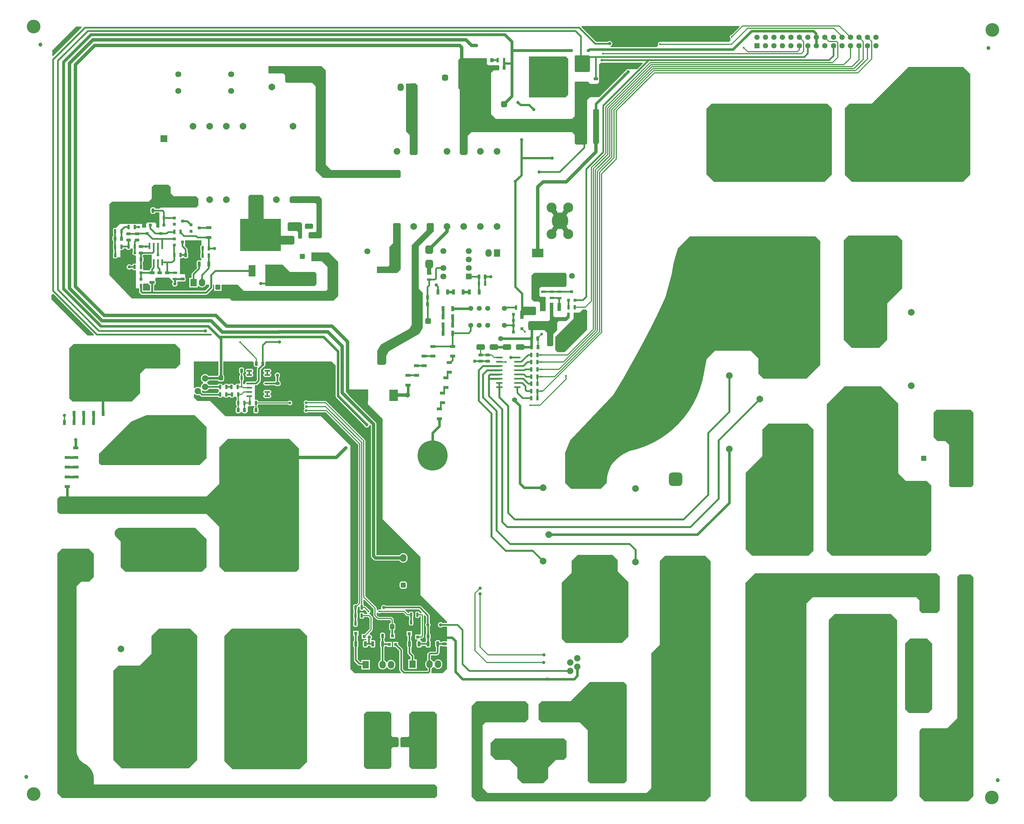
<source format=gtl>
G04*
G04 #@! TF.GenerationSoftware,Altium Limited,Altium Designer,25.3.3 (18)*
G04*
G04 Layer_Physical_Order=1*
G04 Layer_Color=255*
%FSLAX44Y44*%
%MOMM*%
G71*
G04*
G04 #@! TF.SameCoordinates,95261EA5-16E4-4C31-8C51-D7BA18121D47*
G04*
G04*
G04 #@! TF.FilePolarity,Positive*
G04*
G01*
G75*
%ADD11C,0.5000*%
%ADD14C,0.6000*%
%ADD17C,0.5000*%
%ADD18C,1.0000*%
%ADD20C,0.3000*%
%ADD29R,3.5000X2.0000*%
%ADD30R,0.9500X0.9000*%
G04:AMPARAMS|DCode=31|XSize=0.9mm|YSize=1.6mm|CornerRadius=0.135mm|HoleSize=0mm|Usage=FLASHONLY|Rotation=0.000|XOffset=0mm|YOffset=0mm|HoleType=Round|Shape=RoundedRectangle|*
%AMROUNDEDRECTD31*
21,1,0.9000,1.3300,0,0,0.0*
21,1,0.6300,1.6000,0,0,0.0*
1,1,0.2700,0.3150,-0.6650*
1,1,0.2700,-0.3150,-0.6650*
1,1,0.2700,-0.3150,0.6650*
1,1,0.2700,0.3150,0.6650*
%
%ADD31ROUNDEDRECTD31*%
%ADD32R,0.9000X0.9500*%
G04:AMPARAMS|DCode=33|XSize=1.1mm|YSize=1.2mm|CornerRadius=0.165mm|HoleSize=0mm|Usage=FLASHONLY|Rotation=180.000|XOffset=0mm|YOffset=0mm|HoleType=Round|Shape=RoundedRectangle|*
%AMROUNDEDRECTD33*
21,1,1.1000,0.8700,0,0,180.0*
21,1,0.7700,1.2000,0,0,180.0*
1,1,0.3300,-0.3850,0.4350*
1,1,0.3300,0.3850,0.4350*
1,1,0.3300,0.3850,-0.4350*
1,1,0.3300,-0.3850,-0.4350*
%
%ADD33ROUNDEDRECTD33*%
G04:AMPARAMS|DCode=34|XSize=0.9mm|YSize=1.3mm|CornerRadius=0.225mm|HoleSize=0mm|Usage=FLASHONLY|Rotation=90.000|XOffset=0mm|YOffset=0mm|HoleType=Round|Shape=RoundedRectangle|*
%AMROUNDEDRECTD34*
21,1,0.9000,0.8500,0,0,90.0*
21,1,0.4500,1.3000,0,0,90.0*
1,1,0.4500,0.4250,0.2250*
1,1,0.4500,0.4250,-0.2250*
1,1,0.4500,-0.4250,-0.2250*
1,1,0.4500,-0.4250,0.2250*
%
%ADD34ROUNDEDRECTD34*%
G04:AMPARAMS|DCode=35|XSize=0.9mm|YSize=1.6mm|CornerRadius=0.135mm|HoleSize=0mm|Usage=FLASHONLY|Rotation=270.000|XOffset=0mm|YOffset=0mm|HoleType=Round|Shape=RoundedRectangle|*
%AMROUNDEDRECTD35*
21,1,0.9000,1.3300,0,0,270.0*
21,1,0.6300,1.6000,0,0,270.0*
1,1,0.2700,-0.6650,-0.3150*
1,1,0.2700,-0.6650,0.3150*
1,1,0.2700,0.6650,0.3150*
1,1,0.2700,0.6650,-0.3150*
%
%ADD35ROUNDEDRECTD35*%
G04:AMPARAMS|DCode=36|XSize=0.9mm|YSize=1.3mm|CornerRadius=0.225mm|HoleSize=0mm|Usage=FLASHONLY|Rotation=180.000|XOffset=0mm|YOffset=0mm|HoleType=Round|Shape=RoundedRectangle|*
%AMROUNDEDRECTD36*
21,1,0.9000,0.8500,0,0,180.0*
21,1,0.4500,1.3000,0,0,180.0*
1,1,0.4500,-0.2250,0.4250*
1,1,0.4500,0.2250,0.4250*
1,1,0.4500,0.2250,-0.4250*
1,1,0.4500,-0.2250,-0.4250*
%
%ADD36ROUNDEDRECTD36*%
G04:AMPARAMS|DCode=37|XSize=0.7mm|YSize=1.3mm|CornerRadius=0.105mm|HoleSize=0mm|Usage=FLASHONLY|Rotation=180.000|XOffset=0mm|YOffset=0mm|HoleType=Round|Shape=RoundedRectangle|*
%AMROUNDEDRECTD37*
21,1,0.7000,1.0900,0,0,180.0*
21,1,0.4900,1.3000,0,0,180.0*
1,1,0.2100,-0.2450,0.5450*
1,1,0.2100,0.2450,0.5450*
1,1,0.2100,0.2450,-0.5450*
1,1,0.2100,-0.2450,-0.5450*
%
%ADD37ROUNDEDRECTD37*%
G04:AMPARAMS|DCode=38|XSize=1.4mm|YSize=1.55mm|CornerRadius=0.35mm|HoleSize=0mm|Usage=FLASHONLY|Rotation=0.000|XOffset=0mm|YOffset=0mm|HoleType=Round|Shape=RoundedRectangle|*
%AMROUNDEDRECTD38*
21,1,1.4000,0.8500,0,0,0.0*
21,1,0.7000,1.5500,0,0,0.0*
1,1,0.7000,0.3500,-0.4250*
1,1,0.7000,-0.3500,-0.4250*
1,1,0.7000,-0.3500,0.4250*
1,1,0.7000,0.3500,0.4250*
%
%ADD38ROUNDEDRECTD38*%
G04:AMPARAMS|DCode=39|XSize=2.5mm|YSize=2.3mm|CornerRadius=0.575mm|HoleSize=0mm|Usage=FLASHONLY|Rotation=270.000|XOffset=0mm|YOffset=0mm|HoleType=Round|Shape=RoundedRectangle|*
%AMROUNDEDRECTD39*
21,1,2.5000,1.1500,0,0,270.0*
21,1,1.3500,2.3000,0,0,270.0*
1,1,1.1500,-0.5750,-0.6750*
1,1,1.1500,-0.5750,0.6750*
1,1,1.1500,0.5750,0.6750*
1,1,1.1500,0.5750,-0.6750*
%
%ADD39ROUNDEDRECTD39*%
G04:AMPARAMS|DCode=40|XSize=0.7mm|YSize=1.3mm|CornerRadius=0.105mm|HoleSize=0mm|Usage=FLASHONLY|Rotation=270.000|XOffset=0mm|YOffset=0mm|HoleType=Round|Shape=RoundedRectangle|*
%AMROUNDEDRECTD40*
21,1,0.7000,1.0900,0,0,270.0*
21,1,0.4900,1.3000,0,0,270.0*
1,1,0.2100,-0.5450,-0.2450*
1,1,0.2100,-0.5450,0.2450*
1,1,0.2100,0.5450,0.2450*
1,1,0.2100,0.5450,-0.2450*
%
%ADD40ROUNDEDRECTD40*%
G04:AMPARAMS|DCode=41|XSize=1.3mm|YSize=1.5mm|CornerRadius=0.195mm|HoleSize=0mm|Usage=FLASHONLY|Rotation=0.000|XOffset=0mm|YOffset=0mm|HoleType=Round|Shape=RoundedRectangle|*
%AMROUNDEDRECTD41*
21,1,1.3000,1.1100,0,0,0.0*
21,1,0.9100,1.5000,0,0,0.0*
1,1,0.3900,0.4550,-0.5550*
1,1,0.3900,-0.4550,-0.5550*
1,1,0.3900,-0.4550,0.5550*
1,1,0.3900,0.4550,0.5550*
%
%ADD41ROUNDEDRECTD41*%
%ADD42O,2.0000X0.5500*%
G04:AMPARAMS|DCode=43|XSize=0.9mm|YSize=1.6mm|CornerRadius=0.225mm|HoleSize=0mm|Usage=FLASHONLY|Rotation=180.000|XOffset=0mm|YOffset=0mm|HoleType=Round|Shape=RoundedRectangle|*
%AMROUNDEDRECTD43*
21,1,0.9000,1.1500,0,0,180.0*
21,1,0.4500,1.6000,0,0,180.0*
1,1,0.4500,-0.2250,0.5750*
1,1,0.4500,0.2250,0.5750*
1,1,0.4500,0.2250,-0.5750*
1,1,0.4500,-0.2250,-0.5750*
%
%ADD43ROUNDEDRECTD43*%
G04:AMPARAMS|DCode=44|XSize=1.3mm|YSize=3mm|CornerRadius=0.195mm|HoleSize=0mm|Usage=FLASHONLY|Rotation=270.000|XOffset=0mm|YOffset=0mm|HoleType=Round|Shape=RoundedRectangle|*
%AMROUNDEDRECTD44*
21,1,1.3000,2.6100,0,0,270.0*
21,1,0.9100,3.0000,0,0,270.0*
1,1,0.3900,-1.3050,-0.4550*
1,1,0.3900,-1.3050,0.4550*
1,1,0.3900,1.3050,0.4550*
1,1,0.3900,1.3050,-0.4550*
%
%ADD44ROUNDEDRECTD44*%
%ADD45R,0.5588X1.9812*%
G04:AMPARAMS|DCode=46|XSize=2.5mm|YSize=1.7mm|CornerRadius=0.425mm|HoleSize=0mm|Usage=FLASHONLY|Rotation=90.000|XOffset=0mm|YOffset=0mm|HoleType=Round|Shape=RoundedRectangle|*
%AMROUNDEDRECTD46*
21,1,2.5000,0.8500,0,0,90.0*
21,1,1.6500,1.7000,0,0,90.0*
1,1,0.8500,0.4250,0.8250*
1,1,0.8500,0.4250,-0.8250*
1,1,0.8500,-0.4250,-0.8250*
1,1,0.8500,-0.4250,0.8250*
%
%ADD46ROUNDEDRECTD46*%
%ADD47R,2.0000X3.5000*%
%ADD48R,3.5000X2.5000*%
%ADD49O,1.8000X0.5500*%
%ADD50R,3.3000X2.4000*%
%ADD51R,1.0000X2.4000*%
G04:AMPARAMS|DCode=52|XSize=2.5mm|YSize=1.7mm|CornerRadius=0.425mm|HoleSize=0mm|Usage=FLASHONLY|Rotation=0.000|XOffset=0mm|YOffset=0mm|HoleType=Round|Shape=RoundedRectangle|*
%AMROUNDEDRECTD52*
21,1,2.5000,0.8500,0,0,0.0*
21,1,1.6500,1.7000,0,0,0.0*
1,1,0.8500,0.8250,-0.4250*
1,1,0.8500,-0.8250,-0.4250*
1,1,0.8500,-0.8250,0.4250*
1,1,0.8500,0.8250,0.4250*
%
%ADD52ROUNDEDRECTD52*%
%ADD53R,2.5000X3.5000*%
%ADD82C,4.1000*%
%ADD118C,1.9000*%
%ADD124C,1.2000*%
%ADD125R,9.7500X12.2000*%
%ADD126R,12.2000X9.7500*%
%ADD127C,0.8700*%
%ADD128C,1.5000*%
%ADD129C,1.0000*%
%ADD130C,0.8000*%
%ADD131C,0.7000*%
%ADD132C,1.2000*%
%ADD133C,5.0000*%
%ADD134C,3.0000*%
%ADD135C,1.5240*%
%ADD136C,8.0000*%
%ADD137C,1.6050*%
%ADD138R,1.6050X1.6050*%
%ADD139C,6.0000*%
%ADD140O,5.0000X6.0000*%
%ADD141C,9.0000*%
%ADD142R,1.5000X1.5000*%
%ADD143C,1.5000*%
G04:AMPARAMS|DCode=144|XSize=4mm|YSize=4mm|CornerRadius=1mm|HoleSize=0mm|Usage=FLASHONLY|Rotation=90.000|XOffset=0mm|YOffset=0mm|HoleType=Round|Shape=RoundedRectangle|*
%AMROUNDEDRECTD144*
21,1,4.0000,2.0000,0,0,90.0*
21,1,2.0000,4.0000,0,0,90.0*
1,1,2.0000,1.0000,1.0000*
1,1,2.0000,1.0000,-1.0000*
1,1,2.0000,-1.0000,-1.0000*
1,1,2.0000,-1.0000,1.0000*
%
%ADD144ROUNDEDRECTD144*%
%ADD145C,2.0000*%
%ADD146C,1.6000*%
%ADD147C,3.0000*%
%ADD148C,2.2000*%
%ADD149C,1.8000*%
%ADD150O,1.9050X2.2860*%
%ADD151R,1.9050X2.2860*%
G04:AMPARAMS|DCode=152|XSize=1.6mm|YSize=1.6mm|CornerRadius=0.4mm|HoleSize=0mm|Usage=FLASHONLY|Rotation=90.000|XOffset=0mm|YOffset=0mm|HoleType=Round|Shape=RoundedRectangle|*
%AMROUNDEDRECTD152*
21,1,1.6000,0.8000,0,0,90.0*
21,1,0.8000,1.6000,0,0,90.0*
1,1,0.8000,0.4000,0.4000*
1,1,0.8000,0.4000,-0.4000*
1,1,0.8000,-0.4000,-0.4000*
1,1,0.8000,-0.4000,0.4000*
%
%ADD152ROUNDEDRECTD152*%
%ADD153C,1.6000*%
%ADD154C,1.7500*%
G04:AMPARAMS|DCode=155|XSize=1.75mm|YSize=1.75mm|CornerRadius=0.4375mm|HoleSize=0mm|Usage=FLASHONLY|Rotation=0.000|XOffset=0mm|YOffset=0mm|HoleType=Round|Shape=RoundedRectangle|*
%AMROUNDEDRECTD155*
21,1,1.7500,0.8750,0,0,0.0*
21,1,0.8750,1.7500,0,0,0.0*
1,1,0.8750,0.4375,-0.4375*
1,1,0.8750,-0.4375,-0.4375*
1,1,0.8750,-0.4375,0.4375*
1,1,0.8750,0.4375,0.4375*
%
%ADD155ROUNDEDRECTD155*%
%ADD156C,1.4000*%
G04:AMPARAMS|DCode=157|XSize=1.8mm|YSize=1.8mm|CornerRadius=0.45mm|HoleSize=0mm|Usage=FLASHONLY|Rotation=180.000|XOffset=0mm|YOffset=0mm|HoleType=Round|Shape=RoundedRectangle|*
%AMROUNDEDRECTD157*
21,1,1.8000,0.9000,0,0,180.0*
21,1,0.9000,1.8000,0,0,180.0*
1,1,0.9000,-0.4500,0.4500*
1,1,0.9000,0.4500,0.4500*
1,1,0.9000,0.4500,-0.4500*
1,1,0.9000,-0.4500,-0.4500*
%
%ADD157ROUNDEDRECTD157*%
%ADD158R,2.0000X2.0000*%
%ADD159C,2.0000*%
%ADD160C,2.4000*%
%ADD161R,2.0000X2.0000*%
%ADD162P,2.8284X4X275.0*%
%ADD163R,1.5000X1.5000*%
%ADD164R,2.0000X2.0000*%
%ADD165R,1.8000X1.8000*%
%ADD166C,0.6000*%
%ADD167C,0.8000*%
G36*
X2079240Y2336929D02*
X2056212Y2313901D01*
X2055507D01*
X2053302Y2312987D01*
X2051614Y2311299D01*
X2050700Y2309094D01*
Y2306707D01*
X2051614Y2304502D01*
X2051983Y2304132D01*
Y2296483D01*
X2047800Y2292301D01*
X1839000D01*
X1835300Y2288600D01*
Y2281201D01*
X1830711Y2276611D01*
X1693282D01*
X1692887Y2279611D01*
X1693388Y2279746D01*
X1695213Y2280799D01*
X1696702Y2282289D01*
X1697755Y2284113D01*
X1698300Y2286147D01*
Y2288254D01*
X1697755Y2290288D01*
X1696702Y2292113D01*
X1695213Y2293602D01*
X1693388Y2294655D01*
X1691354Y2295201D01*
X1689247D01*
X1687213Y2294655D01*
X1685388Y2293602D01*
X1684294Y2292508D01*
X1649823D01*
X1605631Y2336701D01*
X1606874Y2339701D01*
X2078092D01*
X2079240Y2336929D01*
D02*
G37*
G36*
X108529Y2335529D02*
X22972Y2249972D01*
X20200Y2251120D01*
Y2267401D01*
X91100Y2338301D01*
X107381D01*
X108529Y2335529D01*
D02*
G37*
G36*
X1631300Y2249801D02*
X1631300Y2205901D01*
X1627800Y2202401D01*
X1587700D01*
X1585700Y2204401D01*
Y2250201D01*
X1587900Y2252401D01*
X1628700D01*
X1631300Y2249801D01*
D02*
G37*
G36*
X1566000Y2241601D02*
Y2133601D01*
X1558000Y2125600D01*
X1448300D01*
X1448200Y2249001D01*
X1558600D01*
X1566000Y2241601D01*
D02*
G37*
G36*
X1656500Y2090600D02*
X1658602Y2088499D01*
Y2011401D01*
Y1990101D01*
X1653502Y1985001D01*
X1644900D01*
X1640902Y1988999D01*
Y2088502D01*
X1643000Y2090601D01*
X1656500Y2090600D01*
D02*
G37*
G36*
X1322553Y2226448D02*
X1326400Y2222601D01*
X1357600Y2222601D01*
X1359900Y2220300D01*
Y2209500D01*
X1357700Y2207301D01*
X1342300D01*
X1334700Y2199700D01*
Y2076001D01*
X1348900Y2061801D01*
X1577800D01*
X1585800Y2069801D01*
Y2171400D01*
X1587800Y2173401D01*
X1624900D01*
X1631300Y2167000D01*
Y2166801D01*
X1654100Y2166801D01*
X1658600Y2171301D01*
Y2224893D01*
X1663908Y2230201D01*
X1788550D01*
X1789698Y2227429D01*
X1773070Y2210801D01*
X1741900D01*
X1658100Y2127001D01*
X1631300D01*
X1622700Y2118401D01*
Y1988501D01*
X1618900Y1984701D01*
X1589700D01*
X1585800Y1988600D01*
Y2014200D01*
X1578400Y2021601D01*
X1275700D01*
X1264500Y2010401D01*
Y1957801D01*
X1260200Y1953501D01*
X1245200D01*
X1240800Y1957901D01*
X1240800Y2149901D01*
X1237200Y2153501D01*
Y2238300D01*
X1242200Y2243301D01*
X1322553D01*
Y2226448D01*
D02*
G37*
G36*
X1114800Y2162409D02*
Y1957201D01*
X1110500Y1952901D01*
X1095700D01*
X1091400Y1957201D01*
X1091400Y2012601D01*
X1080000Y2024001D01*
Y2167551D01*
X1109359Y2167804D01*
X1114800Y2162409D01*
D02*
G37*
G36*
X826700Y2219601D02*
X839400Y2206901D01*
Y1924101D01*
X855000Y1908501D01*
X1060200D01*
X1064100Y1904601D01*
Y1887901D01*
X1060400Y1884200D01*
X831300D01*
X809100Y1906401D01*
Y2159601D01*
X798900Y2169801D01*
X722400Y2169801D01*
X717900Y2174301D01*
X717900Y2192500D01*
X712700Y2197701D01*
X667800D01*
Y2219601D01*
X826700Y2219601D01*
D02*
G37*
G36*
X2750180Y2217021D02*
X2770851Y2196351D01*
Y1894651D01*
X2749050Y1872851D01*
X2415850D01*
X2394930Y1893771D01*
X2394930Y2093430D01*
X2409000Y2107501D01*
X2476200D01*
X2585721Y2217021D01*
X2750180Y2217021D01*
D02*
G37*
G36*
X2355850Y2093351D02*
Y1894751D01*
X2333950Y1872851D01*
X2002450D01*
X1979930Y1895370D01*
Y2092031D01*
X1995400Y2107501D01*
X2341700D01*
X2355850Y2093351D01*
D02*
G37*
G36*
X374700Y1857200D02*
Y1838701D01*
X383600Y1829801D01*
X450300D01*
X457600Y1822501D01*
Y1802501D01*
X450800Y1795701D01*
X344100D01*
X340600Y1792200D01*
Y1792097D01*
X329253D01*
X329116Y1792787D01*
X327955Y1794524D01*
X326219Y1795684D01*
X324170Y1796092D01*
X319670D01*
X317622Y1795684D01*
X315885Y1794524D01*
X314725Y1792787D01*
X314318Y1790739D01*
Y1782239D01*
X314725Y1780190D01*
X315885Y1778454D01*
X317622Y1777294D01*
X319670Y1776886D01*
X324170D01*
X326219Y1777294D01*
X327955Y1778454D01*
X329116Y1780190D01*
X329253Y1780881D01*
X340600D01*
X340600Y1735901D01*
X331400D01*
Y1747201D01*
X327700Y1750901D01*
X304700D01*
X300900Y1747101D01*
Y1735901D01*
X289400D01*
Y1746400D01*
X270159D01*
X269760Y1746480D01*
X264860D01*
X264461Y1746400D01*
X251159D01*
X250760Y1746480D01*
X245860D01*
X245462Y1746400D01*
X222400D01*
X210500Y1734501D01*
Y1734476D01*
X206030D01*
X204450Y1734162D01*
X203111Y1733267D01*
X202215Y1731927D01*
X201901Y1730347D01*
Y1719447D01*
X202215Y1717867D01*
X202873Y1716883D01*
Y1711204D01*
X202445Y1710919D01*
X201285Y1709182D01*
X200878Y1707134D01*
Y1698634D01*
X201285Y1696585D01*
X202445Y1694849D01*
X202873Y1694563D01*
Y1686344D01*
X202215Y1685361D01*
X201901Y1683781D01*
Y1672881D01*
X202215Y1671300D01*
X202933Y1670227D01*
Y1660825D01*
X202335Y1659931D01*
X202021Y1658351D01*
Y1647451D01*
X202335Y1645870D01*
X203230Y1644531D01*
X204570Y1643636D01*
X206150Y1643321D01*
X211050D01*
X212631Y1643636D01*
X213970Y1644531D01*
X214865Y1645870D01*
X214991Y1646501D01*
X223900D01*
Y1667824D01*
X225030Y1668751D01*
X229930D01*
X231511Y1669066D01*
X232850Y1669961D01*
X233745Y1671300D01*
X233989Y1672525D01*
X241799Y1672700D01*
X242045Y1671460D01*
X242941Y1670121D01*
X244280Y1669226D01*
X245860Y1668911D01*
X250760D01*
X252341Y1669226D01*
X253680Y1670121D01*
X254575Y1671460D01*
X254880Y1672992D01*
X260649Y1673121D01*
X260731Y1673040D01*
X261045Y1671460D01*
X261703Y1670477D01*
Y1663798D01*
X260788Y1662213D01*
X260310Y1660432D01*
Y1658589D01*
X260788Y1656809D01*
X261709Y1655213D01*
X263012Y1653909D01*
X264608Y1652988D01*
X266389Y1652511D01*
X268232D01*
X269620Y1651696D01*
X270500Y1648201D01*
Y1628227D01*
X269200Y1627160D01*
X264300D01*
X262720Y1626846D01*
X261381Y1625950D01*
X260485Y1624611D01*
X260202Y1623188D01*
X256726D01*
X255933Y1623982D01*
X254108Y1625035D01*
X252074Y1625580D01*
X249967D01*
X247932Y1625035D01*
X246108Y1623982D01*
X244619Y1622493D01*
X243566Y1620668D01*
X243020Y1618634D01*
Y1616527D01*
X243566Y1614493D01*
X244619Y1612668D01*
X246108Y1611179D01*
X247932Y1610126D01*
X249967Y1609581D01*
X252074D01*
X254108Y1610126D01*
X255933Y1611179D01*
X256726Y1611973D01*
X260202D01*
X260485Y1610550D01*
X261381Y1609211D01*
X262720Y1608316D01*
X264300Y1608001D01*
X269200D01*
X270500Y1606934D01*
Y1581901D01*
Y1567800D01*
Y1553180D01*
X279633D01*
Y1543915D01*
X280098Y1541574D01*
X281425Y1539590D01*
X284939Y1536075D01*
X286924Y1534749D01*
X289265Y1534283D01*
X480600D01*
X482942Y1534749D01*
X484926Y1536075D01*
X500226Y1551375D01*
X501552Y1553360D01*
X502018Y1555701D01*
Y1564601D01*
X505609D01*
Y1545595D01*
X527609D01*
Y1564601D01*
X575500D01*
X594300Y1545801D01*
X841200D01*
X845100Y1549701D01*
Y1617800D01*
X827700Y1635201D01*
X796200Y1635201D01*
Y1661001D01*
X848700Y1661001D01*
X876900Y1632800D01*
Y1530201D01*
X862800Y1516100D01*
X558587D01*
X551300Y1523388D01*
X258134D01*
X191100Y1592969D01*
Y1806101D01*
X198800Y1813801D01*
X309300D01*
X318000Y1822500D01*
X318000Y1857401D01*
X325000Y1864401D01*
X367500D01*
X374700Y1857200D01*
D02*
G37*
G36*
X801900Y1744201D02*
Y1734700D01*
X799000Y1731801D01*
X779200D01*
X777300Y1733701D01*
Y1745101D01*
X779300Y1747101D01*
X799000D01*
X801900Y1744201D01*
D02*
G37*
G36*
X827700Y1821501D02*
Y1707301D01*
X824000Y1703601D01*
X791400D01*
X788400Y1706601D01*
X788400Y1719200D01*
X791400Y1722201D01*
X808500D01*
X811800Y1725501D01*
Y1749201D01*
Y1805601D01*
X808600Y1808801D01*
X735600Y1808801D01*
X731400Y1813001D01*
X731400Y1825201D01*
X735600Y1829400D01*
X819800Y1829401D01*
X827700Y1821501D01*
D02*
G37*
G36*
X768300Y1747500D02*
Y1704601D01*
X766100Y1702401D01*
X759100D01*
X756600Y1704901D01*
X756600Y1721801D01*
X752900Y1725501D01*
X728900D01*
X725700Y1728701D01*
Y1748101D01*
X729200Y1751601D01*
X764200D01*
X768300Y1747500D01*
D02*
G37*
G36*
X653200Y1829801D02*
Y1711400D01*
X741700D01*
X745500Y1707601D01*
X745500Y1688301D01*
X741600Y1684400D01*
X608100D01*
Y1829701D01*
X612200Y1833801D01*
X649200D01*
X653200Y1829801D01*
D02*
G37*
G36*
X1895829Y1674449D02*
X1895828Y1674447D01*
D01*
X1895829Y1674449D01*
X1895829Y1674449D01*
D02*
G37*
G36*
X1895828Y1674447D02*
X1895802Y1674374D01*
X1895800Y1674374D01*
X1895799Y1674377D01*
X1895800Y1674379D01*
X1895828Y1674447D01*
Y1674447D01*
D02*
G37*
G36*
X2321560Y1694141D02*
X2321560Y1324211D01*
X2279650Y1282301D01*
X2151380Y1282301D01*
X2136140Y1297541D01*
Y1343260D01*
X2113280Y1366121D01*
X2005330D01*
X1981200Y1341991D01*
X1967373Y1272475D01*
X1947007Y1223309D01*
X1899764Y1152604D01*
X1882227Y1135067D01*
X1846200Y1110995D01*
X1805993Y1094341D01*
X1752600Y1066401D01*
X1752600Y1066400D01*
X1748218Y1064754D01*
X1739661Y1060956D01*
X1731425Y1056504D01*
X1723559Y1051427D01*
X1716112Y1045754D01*
X1709128Y1039519D01*
X1702649Y1032761D01*
X1696714Y1025520D01*
X1693963Y1021733D01*
X1689812Y1011711D01*
X1689812Y1011711D01*
X1688814Y1009217D01*
X1687004Y1004159D01*
X1685445Y999019D01*
X1684140Y993808D01*
X1683092Y988539D01*
X1682303Y983225D01*
X1681777Y977879D01*
X1681513Y972514D01*
X1681480Y969828D01*
X1663753Y952101D01*
X1574800D01*
X1557020Y969881D01*
Y1060625D01*
X1571862Y1097871D01*
X1700435Y1233587D01*
X1700435Y1233587D01*
X1711378Y1251317D01*
X1732812Y1287051D01*
X1753641Y1323141D01*
X1773859Y1359576D01*
X1793460Y1396347D01*
X1812439Y1433444D01*
X1830789Y1470854D01*
X1848507Y1508569D01*
X1857126Y1527537D01*
X1875790Y1595064D01*
X1875790Y1595063D01*
X1877313Y1605202D01*
X1881350Y1625307D01*
X1886369Y1645189D01*
X1892357Y1664801D01*
X1895802Y1674374D01*
X1895803Y1674373D01*
X1895806Y1674375D01*
X1895806Y1674376D01*
X1895806Y1674376D01*
X1895809Y1674385D01*
X1895815Y1674403D01*
X1895820Y1674422D01*
X1895826Y1674440D01*
X1895828Y1674447D01*
Y1674447D01*
X1895829Y1674449D01*
X1930400Y1709021D01*
X2306680D01*
X2321560Y1694141D01*
D02*
G37*
G36*
X467500Y1682935D02*
X466450Y1682726D01*
X465111Y1681830D01*
X464215Y1680491D01*
X463901Y1678911D01*
Y1668011D01*
X464215Y1666430D01*
X464873Y1665447D01*
Y1659884D01*
X464215Y1658901D01*
X463901Y1657321D01*
Y1646421D01*
X464215Y1644840D01*
X465111Y1643501D01*
X466450Y1642606D01*
X467500Y1642397D01*
Y1639374D01*
X466847Y1638725D01*
X464500Y1637382D01*
X463630Y1637555D01*
X457330D01*
X455633Y1637217D01*
X454194Y1636256D01*
X453233Y1634817D01*
X452895Y1633120D01*
Y1619820D01*
X453233Y1618123D01*
X454194Y1616684D01*
X453539Y1613670D01*
X439265Y1599396D01*
X438050Y1597576D01*
X437623Y1595430D01*
Y1585021D01*
X430705D01*
Y1556161D01*
X455755D01*
Y1559962D01*
X458755Y1560980D01*
X459697Y1559753D01*
X462314Y1557745D01*
X465361Y1556483D01*
X468630Y1556053D01*
X471900Y1556483D01*
X474947Y1557745D01*
X477563Y1559753D01*
X479571Y1562369D01*
X480495Y1564601D01*
X489783D01*
Y1558235D01*
X478066Y1546518D01*
X324887D01*
Y1563745D01*
X325420D01*
X327117Y1564083D01*
X328556Y1565044D01*
X329517Y1566483D01*
X329855Y1568181D01*
Y1574480D01*
X329517Y1576178D01*
X328600Y1577550D01*
Y1582101D01*
X332400Y1585901D01*
X371000D01*
X377771Y1579130D01*
Y1578961D01*
X378085Y1577380D01*
X378980Y1576041D01*
X380320Y1575146D01*
X381233Y1574964D01*
Y1572047D01*
X380949Y1571763D01*
X379896Y1569938D01*
X379350Y1567904D01*
Y1565797D01*
X379896Y1563763D01*
X380949Y1561938D01*
X382438Y1560449D01*
X384263Y1559396D01*
X386297Y1558851D01*
X388404D01*
X390438Y1559396D01*
X392262Y1560449D01*
X393752Y1561938D01*
X394805Y1563763D01*
X395350Y1565797D01*
Y1567904D01*
X394805Y1569938D01*
X394365Y1570701D01*
X395658Y1573444D01*
X395949Y1573701D01*
X417700D01*
Y1575010D01*
X418247Y1575376D01*
X419407Y1577112D01*
X419815Y1579160D01*
Y1583661D01*
X419407Y1585709D01*
X418247Y1587446D01*
X417700Y1587811D01*
Y1595901D01*
X402900D01*
Y1643561D01*
X406920D01*
X408501Y1643876D01*
X409840Y1644771D01*
X410090Y1645145D01*
X413072Y1645482D01*
X413561Y1645350D01*
X413725Y1645104D01*
X415462Y1643944D01*
X417510Y1643536D01*
X422010D01*
X424059Y1643944D01*
X425795Y1645104D01*
X426956Y1646841D01*
X427363Y1648889D01*
Y1657389D01*
X426956Y1659437D01*
X425795Y1661174D01*
X425367Y1661460D01*
Y1669941D01*
X424940Y1672087D01*
X423725Y1673907D01*
X418300Y1679331D01*
Y1684701D01*
X418350D01*
Y1697801D01*
X467500D01*
Y1682935D01*
D02*
G37*
G36*
X318000Y1617031D02*
X314804Y1613835D01*
X313589Y1612016D01*
X313162Y1609870D01*
Y1607916D01*
X312120D01*
X310422Y1607578D01*
X310007Y1607301D01*
X293250D01*
X291849Y1610301D01*
X292015Y1610550D01*
X292330Y1612131D01*
Y1623031D01*
X292015Y1624611D01*
X291358Y1625594D01*
Y1632122D01*
X291785Y1632407D01*
X292946Y1634144D01*
X293353Y1636192D01*
Y1644692D01*
X292946Y1646741D01*
X291785Y1648477D01*
X291358Y1648763D01*
Y1652158D01*
X292049Y1652295D01*
X293785Y1653456D01*
X294071Y1653883D01*
X318000D01*
Y1617031D01*
D02*
G37*
G36*
X1063800Y1746701D02*
Y1610301D01*
X1052700Y1599201D01*
X993300D01*
Y1618600D01*
X1025900D01*
X1030200Y1622901D01*
Y1677800D01*
X1041600Y1689200D01*
Y1746600D01*
X1044300Y1749301D01*
X1061200Y1749301D01*
X1063800Y1746701D01*
D02*
G37*
G36*
X1155500Y1594451D02*
X1143200D01*
Y1638551D01*
X1155500D01*
Y1594451D01*
D02*
G37*
G36*
X732000Y1602501D02*
X806300Y1602500D01*
X811800Y1597001D01*
Y1566001D01*
X806300Y1560500D01*
X658200Y1560501D01*
Y1624701D01*
X709800D01*
X732000Y1602501D01*
D02*
G37*
G36*
X308022Y1566483D02*
X308983Y1565044D01*
X310422Y1564083D01*
X312120Y1563745D01*
X312652D01*
Y1546518D01*
X291868D01*
Y1553180D01*
X292015Y1553400D01*
X292330Y1554981D01*
Y1565880D01*
X295007Y1567800D01*
X307760D01*
X308022Y1566483D01*
D02*
G37*
G36*
X1561400Y1596201D02*
Y1562301D01*
X1557200Y1558101D01*
X1484100D01*
X1479800Y1553801D01*
Y1531400D01*
X1483300Y1527901D01*
X1497700D01*
X1498400Y1527201D01*
Y1486001D01*
X1497100Y1484700D01*
X1482400Y1484701D01*
X1481200Y1485901D01*
Y1510001D01*
X1477100Y1514101D01*
X1462800D01*
X1455900Y1521001D01*
Y1592701D01*
X1463300Y1600101D01*
X1557500D01*
X1561400Y1596201D01*
D02*
G37*
G36*
X1466500Y1498801D02*
X1469600Y1495701D01*
Y1476201D01*
X1466300Y1472901D01*
X1434400D01*
X1432200Y1470701D01*
Y1461701D01*
X1422500D01*
Y1485601D01*
X1424600Y1487701D01*
Y1498801D01*
X1466500Y1498801D01*
D02*
G37*
G36*
X24079Y1536392D02*
X36395Y1524075D01*
X49614Y1510587D01*
X145279Y1414922D01*
X144152Y1412201D01*
X125900D01*
X17800Y1520300D01*
X17800Y1533600D01*
X20609Y1536409D01*
X24079Y1536392D01*
D02*
G37*
G36*
X1521400Y1470801D02*
X1525100Y1467101D01*
X1558100D01*
X1563000Y1472001D01*
Y1480601D01*
X1570000D01*
Y1464801D01*
X1560100Y1454901D01*
X1537300D01*
X1533200Y1450801D01*
Y1428000D01*
X1521100Y1415901D01*
Y1382701D01*
X1518200Y1379801D01*
X1505900Y1379801D01*
X1502300Y1383401D01*
Y1420801D01*
X1495100Y1428000D01*
X1449500D01*
X1446500Y1431001D01*
Y1451701D01*
X1449700Y1454901D01*
X1506700D01*
X1511400Y1459601D01*
Y1510001D01*
X1521400D01*
Y1470801D01*
D02*
G37*
G36*
X2567200Y1697001D02*
Y1553301D01*
X2522220Y1508320D01*
X2522220Y1399140D01*
X2498090Y1375011D01*
X2415540D01*
X2391410Y1399141D01*
Y1697211D01*
X2405760Y1711561D01*
X2552640D01*
X2567200Y1697001D01*
D02*
G37*
G36*
X1622600Y1486201D02*
Y1429601D01*
X1555200Y1362201D01*
X1534300D01*
X1527300Y1369201D01*
Y1407701D01*
X1582000Y1462401D01*
Y1480701D01*
X1599800D01*
X1609000Y1489901D01*
X1618900D01*
X1622600Y1486201D01*
D02*
G37*
G36*
X1163100Y1747201D02*
X1163100Y1724155D01*
X1118100Y1679155D01*
Y1552101D01*
X1129800Y1540401D01*
X1129800Y1434294D01*
X1120020Y1417353D01*
X1028136Y1364289D01*
X1020700Y1351409D01*
Y1329100D01*
X1015900Y1324301D01*
X997700Y1324301D01*
X993800Y1328201D01*
X993800Y1366073D01*
X1004796Y1384671D01*
X1089867Y1431464D01*
X1097000Y1443529D01*
Y1682601D01*
X1142100Y1727701D01*
Y1746901D01*
X1144700Y1749501D01*
X1160800D01*
X1163100Y1747201D01*
D02*
G37*
G36*
X388620Y1386440D02*
X403860Y1371201D01*
Y1326751D01*
X389890Y1312780D01*
X298450Y1312781D01*
X283210Y1297541D01*
X283210Y1239120D01*
X257810Y1213720D01*
X81280Y1213721D01*
X71120Y1223881D01*
Y1373741D01*
X83820Y1386441D01*
X388620Y1386440D01*
D02*
G37*
G36*
X518150Y1294553D02*
X517075Y1293728D01*
X516033Y1292370D01*
X515565Y1291242D01*
X488093D01*
X485811Y1293524D01*
X482961Y1295169D01*
X479782Y1296021D01*
X476491D01*
X473311Y1295169D01*
X470461Y1293524D01*
X468134Y1291196D01*
X466488Y1288346D01*
X465636Y1285167D01*
Y1281875D01*
X466488Y1278696D01*
X468134Y1275846D01*
X470461Y1273519D01*
X472278Y1272470D01*
X472336Y1272319D01*
Y1269324D01*
X472278Y1269172D01*
X470461Y1268123D01*
X468134Y1265796D01*
X466488Y1262946D01*
X465636Y1259767D01*
Y1257669D01*
X465535Y1257545D01*
X462940Y1256046D01*
X462781Y1256021D01*
X460965Y1257069D01*
X457785Y1257921D01*
X454494D01*
X451315Y1257069D01*
X448465Y1255424D01*
X447400Y1254359D01*
X444400Y1255602D01*
Y1334401D01*
X518150D01*
Y1294553D01*
D02*
G37*
G36*
X623898Y1331849D02*
Y1323349D01*
X624305Y1321301D01*
X625465Y1319564D01*
X627202Y1318404D01*
X629250Y1317996D01*
X633241D01*
X634226Y1316651D01*
X634762Y1315139D01*
X633820Y1313728D01*
X633393Y1311582D01*
Y1278723D01*
X628608Y1273938D01*
X618072D01*
X616790Y1274193D01*
X604290D01*
X602047Y1273747D01*
X600145Y1272476D01*
X598874Y1270574D01*
X598428Y1268331D01*
X598523Y1267851D01*
X596817Y1265409D01*
X594265Y1265231D01*
X591939Y1267436D01*
Y1275948D01*
X592720Y1276471D01*
X593615Y1277810D01*
X593930Y1279391D01*
Y1290291D01*
X593615Y1291871D01*
X592720Y1293210D01*
X591939Y1293733D01*
Y1297427D01*
X593385Y1298394D01*
X594546Y1300130D01*
X594953Y1302179D01*
Y1310679D01*
X594546Y1312727D01*
X593385Y1314464D01*
X591649Y1315624D01*
X589600Y1316032D01*
X585100D01*
X583052Y1315624D01*
X581315Y1314464D01*
X580155Y1312727D01*
X579748Y1310679D01*
Y1302179D01*
X580155Y1300130D01*
X581315Y1298394D01*
X582762Y1297427D01*
Y1293733D01*
X581981Y1293210D01*
X581085Y1291871D01*
X580771Y1290291D01*
Y1279391D01*
X581085Y1277810D01*
X581981Y1276471D01*
X582762Y1275948D01*
Y1269116D01*
X580016Y1267426D01*
X579762Y1267423D01*
X578370Y1267700D01*
X573470D01*
X571890Y1267386D01*
X570550Y1266491D01*
X569655Y1265151D01*
X569475Y1264245D01*
X563391Y1264118D01*
X563185Y1265151D01*
X562290Y1266491D01*
X560951Y1267386D01*
X559370Y1267700D01*
X554470D01*
X552890Y1267386D01*
X551550Y1266491D01*
X550886Y1265496D01*
X549275Y1265310D01*
X547665Y1265496D01*
X547000Y1266491D01*
X545661Y1267386D01*
X544080Y1267700D01*
X539180D01*
X537600Y1267386D01*
X536260Y1266491D01*
X535365Y1265151D01*
X535051Y1263571D01*
Y1263527D01*
X529376Y1263409D01*
X529210Y1263571D01*
X528895Y1265151D01*
X528000Y1266491D01*
X526661Y1267386D01*
X525080Y1267700D01*
X520180D01*
X518600Y1267386D01*
X517261Y1266491D01*
X516365Y1265151D01*
X516082Y1263729D01*
X489332D01*
X488139Y1265796D01*
X485811Y1268123D01*
X483995Y1269172D01*
X483937Y1269324D01*
Y1272319D01*
X483995Y1272470D01*
X485811Y1273519D01*
X488139Y1275846D01*
X488875Y1277121D01*
X516181D01*
X517075Y1275956D01*
X518432Y1274914D01*
X520014Y1274259D01*
X521710Y1274036D01*
X528710D01*
X530407Y1274259D01*
X531988Y1274914D01*
X533346Y1275956D01*
X534388Y1277314D01*
X535043Y1278895D01*
X535266Y1280592D01*
Y1289092D01*
X535043Y1290789D01*
X534388Y1292370D01*
X533346Y1293728D01*
X532271Y1294553D01*
Y1334401D01*
X621346D01*
X623898Y1331849D01*
D02*
G37*
G36*
X516365Y1251091D02*
X517261Y1249751D01*
X518600Y1248856D01*
X519400Y1248697D01*
Y1244735D01*
X518600Y1244576D01*
X517261Y1243680D01*
X516365Y1242341D01*
X516051Y1240761D01*
Y1239708D01*
X471184D01*
X468318Y1242574D01*
X468640Y1243775D01*
Y1245873D01*
X468741Y1245997D01*
X471336Y1247496D01*
X471495Y1247522D01*
X473311Y1246473D01*
X476491Y1245621D01*
X479782D01*
X482961Y1246473D01*
X485811Y1248119D01*
X488139Y1250446D01*
X489332Y1252513D01*
X516082D01*
X516365Y1251091D01*
D02*
G37*
G36*
X869000Y1322301D02*
Y1250261D01*
X869040D01*
Y1230701D01*
X869281Y1228873D01*
X869986Y1227170D01*
X871108Y1225708D01*
X954741Y1142075D01*
X954946Y1141313D01*
X955999Y1139488D01*
X957488Y1137999D01*
X959313Y1136946D01*
X961347Y1136401D01*
X963454D01*
X965488Y1136946D01*
X967312Y1137999D01*
X968802Y1139488D01*
X969855Y1141313D01*
X970218Y1142668D01*
X973085Y1143707D01*
X975031Y1142131D01*
Y750948D01*
X975306Y748860D01*
X976112Y746914D01*
X977395Y745243D01*
X983253Y739385D01*
X984924Y738103D01*
X986870Y737297D01*
X988958Y737021D01*
X1060965D01*
X1061029Y736869D01*
X1063036Y734253D01*
X1065653Y732245D01*
X1068700Y730983D01*
X1071969Y730553D01*
X1075239Y730983D01*
X1078286Y732245D01*
X1080902Y734253D01*
X1082910Y736869D01*
X1084172Y739916D01*
X1084602Y743186D01*
Y746996D01*
X1084172Y750265D01*
X1082910Y753312D01*
X1080902Y755928D01*
X1078286Y757936D01*
X1075239Y759198D01*
X1071969Y759629D01*
X1068700Y759198D01*
X1065653Y757936D01*
X1063036Y755928D01*
X1061029Y753312D01*
X1060965Y753160D01*
X992301D01*
X991169Y754291D01*
Y1146101D01*
X990894Y1148189D01*
X990088Y1150135D01*
X988806Y1151806D01*
X908100Y1232512D01*
Y1250201D01*
X911075Y1250261D01*
X966100D01*
Y1206087D01*
X1009700Y1162487D01*
Y861551D01*
X1123300Y747951D01*
X1123300Y633898D01*
X1203300Y554201D01*
Y550038D01*
X1189346D01*
X1188552Y550832D01*
X1186728Y551885D01*
X1184694Y552430D01*
X1182587D01*
X1180553Y551885D01*
X1178728Y550832D01*
X1177239Y549343D01*
X1176186Y547518D01*
X1175640Y545484D01*
Y543377D01*
X1176186Y541343D01*
X1177239Y539519D01*
X1178728Y538029D01*
X1180553Y536976D01*
X1182587Y536431D01*
X1184694D01*
X1186728Y536976D01*
X1188552Y538029D01*
X1189346Y538823D01*
X1203300D01*
X1203300Y496793D01*
X1202835Y496235D01*
X1200300Y494688D01*
X1199320Y494883D01*
X1190820D01*
X1188772Y494476D01*
X1187035Y493316D01*
X1186749Y492887D01*
X1182866D01*
Y493930D01*
X1182528Y495627D01*
X1181566Y497066D01*
X1180128Y498027D01*
X1178430Y498365D01*
X1172130D01*
X1170433Y498027D01*
X1168994Y497066D01*
X1168033Y495627D01*
X1167695Y493930D01*
Y480630D01*
X1168033Y478932D01*
X1168994Y477494D01*
X1169673Y477040D01*
Y464208D01*
X1152279D01*
X1150133Y463781D01*
X1148314Y462566D01*
X1145385Y459637D01*
X1144169Y457818D01*
X1143743Y455672D01*
Y438736D01*
X1141687Y437159D01*
X1139680Y434542D01*
X1138418Y431495D01*
X1137987Y428226D01*
Y424416D01*
X1138418Y421146D01*
X1139680Y418099D01*
X1141687Y415483D01*
X1144304Y413475D01*
X1145013Y413181D01*
Y407053D01*
X1144488Y406528D01*
X1076743D01*
X1071138Y412133D01*
Y469251D01*
X1070711Y471397D01*
X1069496Y473216D01*
X1056520Y486191D01*
Y493761D01*
X1041520D01*
Y478261D01*
X1048590D01*
X1059923Y466928D01*
Y409811D01*
X1060350Y407665D01*
X1061565Y405845D01*
X1064838Y402572D01*
X1063690Y399800D01*
X926000Y399800D01*
X913300Y412500D01*
Y1081600D01*
X824600Y1170301D01*
X700950Y1170301D01*
X538400D01*
X518400Y1190301D01*
X492800Y1215901D01*
X455400D01*
X444400Y1226900D01*
Y1235240D01*
X447400Y1236483D01*
X448465Y1235419D01*
X451315Y1233773D01*
X454494Y1232921D01*
X457785D01*
X460965Y1233773D01*
X461151Y1233880D01*
X464896Y1230135D01*
X466715Y1228920D01*
X468861Y1228493D01*
X516323D01*
X516365Y1228280D01*
X517261Y1226941D01*
X518600Y1226046D01*
X520180Y1225731D01*
X525080D01*
X526661Y1226046D01*
X528000Y1226941D01*
X528895Y1228280D01*
X528939Y1228501D01*
X535322D01*
X535365Y1228280D01*
X536260Y1226941D01*
X537600Y1226046D01*
X539180Y1225731D01*
X544080D01*
X545661Y1226046D01*
X547000Y1226941D01*
X547895Y1228280D01*
X547939Y1228501D01*
X551882D01*
X551925Y1228280D01*
X552821Y1226941D01*
X554160Y1226046D01*
X555740Y1225731D01*
X560640D01*
X562221Y1226046D01*
X563560Y1226941D01*
X564455Y1228280D01*
X564499Y1228501D01*
X570882D01*
X570925Y1228280D01*
X571820Y1226941D01*
X572627Y1226402D01*
Y1218786D01*
X571870Y1218280D01*
X570975Y1216941D01*
X570661Y1215361D01*
Y1204461D01*
X570975Y1202880D01*
X571870Y1201541D01*
X572652Y1201018D01*
Y1197321D01*
X571205Y1196354D01*
X570045Y1194617D01*
X569638Y1192569D01*
Y1184069D01*
X570045Y1182020D01*
X571205Y1180284D01*
X572942Y1179124D01*
X574990Y1178716D01*
X579490D01*
X581539Y1179124D01*
X583275Y1180284D01*
X584436Y1182020D01*
X584492Y1182301D01*
X588989D01*
X589045Y1182020D01*
X590205Y1180284D01*
X591942Y1179124D01*
X593990Y1178716D01*
X598490D01*
X600539Y1179124D01*
X602275Y1180284D01*
X603436Y1182020D01*
X603492Y1182300D01*
X606199D01*
Y1198182D01*
X609080Y1200331D01*
X613980D01*
X615561Y1200646D01*
X625942D01*
Y1197321D01*
X624495Y1196354D01*
X623335Y1194617D01*
X622928Y1192569D01*
Y1184069D01*
X623335Y1182020D01*
X624495Y1180284D01*
X626232Y1179124D01*
X628280Y1178716D01*
X632780D01*
X634829Y1179124D01*
X636565Y1180284D01*
X637726Y1182020D01*
X638133Y1184069D01*
Y1192569D01*
X637726Y1194617D01*
X636565Y1196354D01*
X635119Y1197321D01*
Y1200646D01*
X635937D01*
X635541Y1201301D01*
X635900Y1201541D01*
X636795Y1202880D01*
X637110Y1204461D01*
Y1205112D01*
X726989D01*
X728002Y1204099D01*
X729598Y1203178D01*
X731379Y1202701D01*
X733222D01*
X735002Y1203178D01*
X736599Y1204099D01*
X737902Y1205403D01*
X738823Y1206999D01*
X739300Y1208779D01*
Y1210622D01*
X738823Y1212402D01*
X737902Y1213999D01*
X736599Y1215302D01*
X735002Y1216224D01*
X733222Y1216701D01*
X731379D01*
X729598Y1216224D01*
X728002Y1215302D01*
X726989Y1214289D01*
X637110D01*
Y1215361D01*
X636795Y1216941D01*
X635900Y1218280D01*
X634561Y1219176D01*
X632980Y1219490D01*
X628080D01*
X626900Y1220458D01*
Y1262723D01*
X630930D01*
X633076Y1263150D01*
X634896Y1264365D01*
X642966Y1272435D01*
X644181Y1274255D01*
X644608Y1276401D01*
Y1309259D01*
X653493Y1318144D01*
X654799Y1318404D01*
X656535Y1319564D01*
X657696Y1321301D01*
X658103Y1323349D01*
Y1331849D01*
X660655Y1334401D01*
X856900D01*
X869000Y1322301D01*
D02*
G37*
G36*
X482600Y1137201D02*
Y1045001D01*
X461100Y1023501D01*
X166800D01*
X160020Y1030281D01*
Y1057510D01*
X237490Y1134980D01*
X256450Y1153940D01*
X302659Y1173081D01*
X446720D01*
X482600Y1137201D01*
D02*
G37*
G36*
X2780031Y1180701D02*
Y963531D01*
X2773680Y957181D01*
X2712720Y957180D01*
X2707640Y962261D01*
Y1084181D01*
X2696210Y1095611D01*
X2672080D01*
X2660650Y1107041D01*
Y1180701D01*
X2669540Y1189591D01*
X2771140Y1189591D01*
X2780031Y1180701D01*
D02*
G37*
G36*
X482600Y800971D02*
X482600Y717701D01*
X468080Y703181D01*
X386080D01*
X239421Y703180D01*
X224790Y717811D01*
Y794621D01*
X211745Y807666D01*
X211745Y807666D01*
X210619Y808792D01*
X208850Y811439D01*
X207631Y814381D01*
X207010Y817504D01*
X207010Y820688D01*
X207631Y823811D01*
X208850Y826753D01*
X210619Y829400D01*
X212870Y831652D01*
X215518Y833421D01*
X218460Y834639D01*
X221583Y835260D01*
X223175Y835260D01*
X448310Y835260D01*
X482600Y800971D01*
D02*
G37*
G36*
X2555240Y1207371D02*
Y999090D01*
X2578100Y976230D01*
X2640331D01*
X2654301Y962261D01*
X2654301Y767951D01*
X2637791Y751441D01*
X2355850D01*
X2340610Y766681D01*
X2340610Y1206101D01*
X2393950Y1259441D01*
X2503170D01*
X2555240Y1207371D01*
D02*
G37*
G36*
X2301240Y1129901D02*
Y766681D01*
X2286000Y751441D01*
X2117090D01*
X2098040Y770491D01*
Y1000361D01*
X2147570Y1049891D01*
Y1129901D01*
X2165350Y1147681D01*
X2283460D01*
X2301240Y1129901D01*
D02*
G37*
G36*
X730440Y1101961D02*
X759460Y1072941D01*
Y711661D01*
X750980Y703181D01*
X536220D01*
X520700Y718701D01*
Y839071D01*
X482600Y877171D01*
X42530D01*
X35560Y884140D01*
Y922861D01*
X41940Y929241D01*
X482600D01*
X520700Y967341D01*
Y1076561D01*
X546100Y1101961D01*
X730440Y1101961D01*
D02*
G37*
G36*
X2679700Y690101D02*
Y588101D01*
X2671590Y579991D01*
X2625811D01*
X2618741Y587061D01*
Y617261D01*
X2609020Y626981D01*
X2298180D01*
X2279650Y608451D01*
Y29751D01*
X2264740Y14841D01*
X2112760D01*
X2096770Y30831D01*
Y670161D01*
X2125980Y699371D01*
X2670430D01*
X2679700Y690101D01*
D02*
G37*
G36*
X1714500Y738741D02*
Y704451D01*
X1746250Y672701D01*
X1746250Y508871D01*
X1727200Y489821D01*
X1559560D01*
X1546860Y502521D01*
Y671431D01*
X1576070Y700640D01*
Y736200D01*
X1593850Y753981D01*
X1699260D01*
X1714500Y738741D01*
D02*
G37*
G36*
X1187035Y481245D02*
X1188772Y480085D01*
X1190820Y479678D01*
X1199320D01*
X1200300Y479873D01*
X1202835Y478326D01*
X1203300Y477768D01*
X1203300Y413200D01*
X1189900Y399800D01*
X1157549D01*
X1155862Y402488D01*
X1155844Y402800D01*
X1156228Y404731D01*
Y413181D01*
X1156937Y413475D01*
X1159553Y415483D01*
X1161561Y418099D01*
X1161697Y418427D01*
X1164944D01*
X1165080Y418099D01*
X1167087Y415483D01*
X1169704Y413475D01*
X1172751Y412213D01*
X1176020Y411782D01*
X1179290Y412213D01*
X1182337Y413475D01*
X1184953Y415483D01*
X1186961Y418099D01*
X1188223Y421146D01*
X1188653Y424416D01*
Y428226D01*
X1188223Y431495D01*
X1186961Y434542D01*
X1184953Y437159D01*
X1182337Y439166D01*
X1179290Y440428D01*
X1176020Y440859D01*
X1172751Y440428D01*
X1169704Y439166D01*
X1167087Y437159D01*
X1165080Y434542D01*
X1164944Y434214D01*
X1161697D01*
X1161561Y434542D01*
X1159553Y437159D01*
X1156937Y439166D01*
X1154958Y439986D01*
Y452993D01*
X1172352D01*
X1174497Y453420D01*
X1176317Y454635D01*
X1179246Y457564D01*
X1180461Y459384D01*
X1180888Y461530D01*
Y477040D01*
X1181566Y477494D01*
X1182528Y478932D01*
X1182866Y480630D01*
Y481672D01*
X1186750D01*
X1187035Y481245D01*
D02*
G37*
G36*
X2656841Y488550D02*
Y291700D01*
X2645410Y280271D01*
X2587430D01*
X2575560Y292141D01*
Y488550D01*
X2590800Y503791D01*
X2641600D01*
X2656841Y488550D01*
D02*
G37*
G36*
X2780031Y687470D02*
X2780031Y30731D01*
X2764140Y14841D01*
X2633460D01*
X2618741Y29561D01*
Y223740D01*
X2618740Y224805D01*
X2619156Y226894D01*
X2619971Y228861D01*
X2621154Y230632D01*
X2622659Y232137D01*
X2624430Y233320D01*
X2626397Y234135D01*
X2628486Y234550D01*
X2629550Y234550D01*
X2701290Y234551D01*
X2731770Y265030D01*
X2731770Y688371D01*
X2738960Y695561D01*
X2771940D01*
X2780031Y687470D01*
D02*
G37*
G36*
X454660Y511411D02*
X454660Y139300D01*
X429260Y113900D01*
X228600Y113901D01*
X203200Y139301D01*
Y407271D01*
X218440Y422510D01*
X281940D01*
X317500Y458071D01*
Y511411D01*
X339090Y533001D01*
X433070D01*
X454660Y511411D01*
D02*
G37*
G36*
X1172210Y276491D02*
Y119110D01*
X1165730Y112631D01*
X1097070D01*
X1089660Y120041D01*
Y177401D01*
X1066900D01*
X1062990Y181311D01*
Y204191D01*
X1066680Y207881D01*
X1086080D01*
X1089660Y211460D01*
Y276861D01*
X1096880Y284081D01*
X1164620D01*
X1172210Y276491D01*
D02*
G37*
G36*
X1036320Y277581D02*
Y211881D01*
X1040320Y207881D01*
X1054020D01*
X1057910Y203990D01*
Y181411D01*
X1053900Y177400D01*
X1040600D01*
X1036320Y173121D01*
Y119621D01*
X1029330Y112631D01*
X961270Y112631D01*
X953770Y120131D01*
X953770Y276571D01*
X961280Y284081D01*
X1029820Y284081D01*
X1036320Y277581D01*
D02*
G37*
G36*
X762000Y533000D02*
X783590Y511411D01*
Y134221D01*
X760730Y111361D01*
X560070Y111361D01*
X535940Y135491D01*
X535940Y511411D01*
X557530Y533001D01*
X762000Y533000D01*
D02*
G37*
G36*
X1560830Y196571D02*
Y147231D01*
X1552900Y139300D01*
X1529080D01*
X1506220Y116441D01*
Y84691D01*
X1490980Y69451D01*
X1428750D01*
X1413510Y84691D01*
Y116440D01*
X1390650Y139301D01*
X1348740D01*
X1333500Y154541D01*
Y190100D01*
X1347470Y204071D01*
X1553330D01*
X1560830Y196571D01*
D02*
G37*
G36*
X1732720Y372980D02*
X1741170Y364530D01*
Y76870D01*
X1733750Y69450D01*
X1631950D01*
X1624330Y77071D01*
Y228201D01*
X1600200Y252331D01*
X1486270D01*
X1477010Y261590D01*
Y306111D01*
X1486730Y315830D01*
X1573530D01*
X1630680Y372981D01*
X1732720Y372980D01*
D02*
G37*
G36*
X1992630Y735571D02*
Y30931D01*
X1976540Y14841D01*
X1291360D01*
X1276350Y29850D01*
Y301551D01*
X1290630Y315830D01*
X1437270D01*
X1446530Y306571D01*
Y262031D01*
X1436830Y252331D01*
X1318430D01*
X1309370Y243271D01*
Y55731D01*
X1324355Y40746D01*
X1800346D01*
X1814830Y55230D01*
Y459341D01*
X1840230Y484740D01*
X1840230Y736330D01*
X1855340Y751441D01*
X1976760D01*
X1992630Y735571D01*
D02*
G37*
G36*
X144780Y757791D02*
Y687941D01*
X130810Y673971D01*
X106680D01*
X92710Y660001D01*
Y168438D01*
Y168438D01*
X92815Y165355D01*
X93649Y159246D01*
X95303Y153306D01*
X97745Y147644D01*
X100931Y142365D01*
X104802Y137565D01*
X109286Y133334D01*
X114302Y129748D01*
X116981Y128218D01*
X116981Y128218D01*
X120112Y126568D01*
X125871Y122451D01*
X131019Y117593D01*
X135463Y112084D01*
X139121Y106023D01*
X141924Y99523D01*
X143822Y92704D01*
X144780Y85690D01*
X144780Y82150D01*
X144780Y65641D01*
X1166660D01*
X1173480Y58821D01*
Y31981D01*
X1166500Y25001D01*
X50100D01*
X35560Y39541D01*
Y759061D01*
X49530Y773031D01*
X129540D01*
X144780Y757791D01*
D02*
G37*
G36*
X2551430Y558671D02*
Y30731D01*
X2535540Y14841D01*
X2362660D01*
X2346960Y30541D01*
X2346960Y559261D01*
X2365150Y577451D01*
X2532650D01*
X2551430Y558671D01*
D02*
G37*
%LPC*%
G36*
X616790Y1312293D02*
X604290D01*
X602047Y1311847D01*
X600145Y1310576D01*
X598874Y1308674D01*
X598428Y1306431D01*
X598874Y1304187D01*
X600145Y1302285D01*
X600941Y1301753D01*
Y1298408D01*
X600145Y1297876D01*
X598874Y1295974D01*
X598428Y1293731D01*
X598874Y1291487D01*
X600145Y1289585D01*
X602047Y1288314D01*
X604290Y1287868D01*
X616790D01*
X619034Y1288314D01*
X620936Y1289585D01*
X622207Y1291487D01*
X622653Y1293731D01*
X622207Y1295974D01*
X620936Y1297876D01*
X620140Y1298408D01*
Y1301753D01*
X620936Y1302285D01*
X622207Y1304187D01*
X622653Y1306431D01*
X622207Y1308674D01*
X620936Y1310576D01*
X619034Y1311847D01*
X616790Y1312293D01*
D02*
G37*
G36*
X670790D02*
X658290D01*
X656047Y1311847D01*
X654145Y1310576D01*
X652874Y1308674D01*
X652428Y1306431D01*
X652874Y1304187D01*
X654145Y1302285D01*
X654941Y1301753D01*
Y1298408D01*
X654145Y1297876D01*
X652874Y1295974D01*
X652428Y1293731D01*
X652874Y1291487D01*
X654145Y1289585D01*
X656047Y1288314D01*
X658290Y1287868D01*
X670790D01*
X673034Y1288314D01*
X674936Y1289585D01*
X676207Y1291487D01*
X676653Y1293731D01*
X676207Y1295974D01*
X674936Y1297876D01*
X674139Y1298408D01*
Y1301753D01*
X674936Y1302285D01*
X676207Y1304187D01*
X676653Y1306431D01*
X676207Y1308674D01*
X674936Y1310576D01*
X673034Y1311847D01*
X670790Y1312293D01*
D02*
G37*
G36*
X695854Y1300901D02*
X693747D01*
X691712Y1300355D01*
X689888Y1299302D01*
X688399Y1297813D01*
X687346Y1295988D01*
X686800Y1293954D01*
Y1291847D01*
X687346Y1289813D01*
X688399Y1287988D01*
X689138Y1287249D01*
Y1275674D01*
X688394Y1275526D01*
X686657Y1274366D01*
X686372Y1273938D01*
X672072D01*
X670790Y1274193D01*
X658290D01*
X656047Y1273747D01*
X654145Y1272476D01*
X652874Y1270574D01*
X652428Y1268331D01*
X652874Y1266087D01*
X654145Y1264185D01*
X656047Y1262914D01*
X658290Y1262468D01*
X670790D01*
X672072Y1262723D01*
X686372D01*
X686657Y1262296D01*
X688394Y1261135D01*
X690442Y1260728D01*
X698942D01*
X700991Y1261135D01*
X702727Y1262296D01*
X703887Y1264032D01*
X703900Y1264098D01*
X704295Y1266081D01*
Y1270581D01*
X703887Y1272629D01*
X702727Y1274366D01*
X700991Y1275526D01*
X700950Y1275534D01*
X700354Y1275652D01*
Y1287140D01*
X700950Y1287737D01*
X701202Y1287988D01*
X702255Y1289813D01*
X702800Y1291847D01*
Y1293954D01*
X702255Y1295988D01*
X701202Y1297813D01*
X700950Y1298064D01*
X699713Y1299302D01*
X697888Y1300355D01*
X695854Y1300901D01*
D02*
G37*
G36*
X670790Y1248793D02*
X658290D01*
X656047Y1248347D01*
X654145Y1247076D01*
X652874Y1245174D01*
X652428Y1242931D01*
X652874Y1240687D01*
X654145Y1238785D01*
X654941Y1238253D01*
Y1234908D01*
X654145Y1234376D01*
X652874Y1232474D01*
X652428Y1230231D01*
X652874Y1227987D01*
X654145Y1226085D01*
X656047Y1224814D01*
X658290Y1224368D01*
X670790D01*
X673034Y1224814D01*
X674936Y1226085D01*
X676207Y1227987D01*
X676653Y1230231D01*
X676207Y1232474D01*
X674936Y1234376D01*
X674139Y1234908D01*
Y1238253D01*
X674936Y1238785D01*
X676207Y1240687D01*
X676653Y1242931D01*
X676207Y1245174D01*
X674936Y1247076D01*
X673034Y1248347D01*
X670790Y1248793D01*
D02*
G37*
G36*
X1075969Y674865D02*
X1067969D01*
X1066142Y674625D01*
X1064439Y673919D01*
X1062977Y672797D01*
X1061855Y671335D01*
X1061150Y669632D01*
X1060909Y667805D01*
Y659805D01*
X1061150Y657977D01*
X1061855Y656275D01*
X1062977Y654812D01*
X1064439Y653690D01*
X1066142Y652985D01*
X1067969Y652744D01*
X1075969D01*
X1077797Y652985D01*
X1079500Y653690D01*
X1080962Y654812D01*
X1082084Y656275D01*
X1082789Y657977D01*
X1083030Y659805D01*
Y667805D01*
X1082789Y669632D01*
X1082084Y671335D01*
X1080962Y672797D01*
X1079500Y673919D01*
X1077797Y674625D01*
X1075969Y674865D01*
D02*
G37*
G36*
X781522Y1217701D02*
X779679D01*
X777898Y1217224D01*
X776302Y1216302D01*
X774999Y1214999D01*
X774077Y1213402D01*
X773600Y1211622D01*
Y1209779D01*
X774077Y1207999D01*
X774999Y1206403D01*
X776302Y1205099D01*
X775011Y1202381D01*
X774678Y1201802D01*
X774200Y1200022D01*
Y1198179D01*
X774678Y1196399D01*
X775599Y1194802D01*
X776155Y1192588D01*
X775098Y1191298D01*
X774899Y1191099D01*
X773977Y1189502D01*
X773500Y1187722D01*
Y1185879D01*
X773977Y1184099D01*
X774899Y1182503D01*
X776202Y1181199D01*
X777798Y1180278D01*
X779579Y1179801D01*
X781422D01*
X783202Y1180278D01*
X784799Y1181199D01*
X785812Y1182212D01*
X839300D01*
X936812Y1084700D01*
Y611211D01*
X931575Y605974D01*
X931040Y606080D01*
X926140D01*
X924560Y605766D01*
X923221Y604870D01*
X922325Y603531D01*
X922011Y601951D01*
Y591051D01*
X922325Y589470D01*
X922983Y588487D01*
Y580384D01*
X922325Y579401D01*
X922011Y577821D01*
Y566921D01*
X922325Y565340D01*
X922983Y564357D01*
Y556255D01*
X922325Y555271D01*
X922011Y553691D01*
Y542791D01*
X922325Y541210D01*
X923221Y539871D01*
X924560Y538976D01*
X926140Y538661D01*
X931040D01*
X932621Y538976D01*
X933960Y539871D01*
X934855Y541210D01*
X935170Y542791D01*
Y553691D01*
X934855Y555271D01*
X934198Y556255D01*
Y564357D01*
X934855Y565340D01*
X935170Y566921D01*
Y577821D01*
X934855Y579401D01*
X934198Y580384D01*
Y588487D01*
X934855Y589470D01*
X935170Y591051D01*
Y596591D01*
X938011Y599433D01*
X941011Y598190D01*
Y591051D01*
X941325Y589470D01*
X942221Y588131D01*
X943560Y587236D01*
X945140Y586921D01*
X950040D01*
X951621Y587236D01*
X952960Y588131D01*
X953356Y588723D01*
X956033Y589433D01*
X956904Y589418D01*
X961740Y584582D01*
Y583877D01*
X962654Y581672D01*
X964342Y579984D01*
X964403Y579959D01*
X963806Y576959D01*
X954170D01*
Y577821D01*
X953855Y579401D01*
X952960Y580740D01*
X951621Y581636D01*
X950040Y581950D01*
X945140D01*
X943560Y581636D01*
X942221Y580740D01*
X941325Y579401D01*
X941011Y577821D01*
Y566921D01*
X941325Y565340D01*
X942221Y564001D01*
X943560Y563106D01*
X945140Y562791D01*
X950040D01*
X951621Y563106D01*
X952960Y564001D01*
X953855Y565340D01*
X954170Y566921D01*
Y567782D01*
X967110D01*
X970772Y564120D01*
Y531837D01*
X955966Y517030D01*
X947090D01*
Y502031D01*
X960954D01*
X961255Y501367D01*
X959324Y498367D01*
X955440D01*
X953743Y498030D01*
X952304Y497068D01*
X951343Y495629D01*
X951005Y493932D01*
Y480632D01*
X951343Y478935D01*
X952304Y477496D01*
X953743Y476535D01*
X955440Y476197D01*
X961740D01*
X963438Y476535D01*
X964876Y477496D01*
X965838Y478935D01*
X966176Y480632D01*
Y481673D01*
X973065D01*
Y480630D01*
X973403Y478932D01*
X974364Y477494D01*
X975803Y476532D01*
X977500Y476195D01*
X983800D01*
X985498Y476532D01*
X986937Y477494D01*
X987898Y478932D01*
X988236Y480630D01*
Y493930D01*
X987898Y495627D01*
X986937Y497066D01*
X985498Y498027D01*
X983800Y498365D01*
X977501D01*
X975228Y500972D01*
Y501235D01*
X976682Y502688D01*
X977735Y504513D01*
X978280Y506547D01*
Y508654D01*
X977735Y510688D01*
X976682Y512513D01*
X975192Y514002D01*
X973368Y515055D01*
X971666Y515511D01*
X971058Y516609D01*
X970513Y518601D01*
X978605Y526692D01*
X979599Y528181D01*
X979949Y529937D01*
Y566021D01*
X979599Y567776D01*
X978605Y569265D01*
X972255Y575615D01*
X970766Y576609D01*
X970503Y579721D01*
X971139Y579984D01*
X972827Y581672D01*
X973740Y583877D01*
Y586264D01*
X972827Y588469D01*
X971139Y590157D01*
X968934Y591071D01*
X968229D01*
X959555Y599745D01*
X958066Y600740D01*
X956310Y601089D01*
X954170D01*
Y601951D01*
X953855Y603531D01*
X952960Y604870D01*
X952179Y605393D01*
Y618891D01*
X955179Y620134D01*
X982712Y592600D01*
Y572301D01*
X983062Y570545D01*
X984056Y569056D01*
X992876Y560236D01*
X994365Y559242D01*
X996120Y558892D01*
X1033150D01*
X1034072Y557970D01*
Y549940D01*
X1032179Y549564D01*
X1030542Y548470D01*
X1029448Y546832D01*
X1029063Y544901D01*
Y533801D01*
X1029448Y531870D01*
X1030542Y530232D01*
X1032179Y529138D01*
X1033483Y528879D01*
Y518761D01*
X1032020D01*
Y503261D01*
X1047020D01*
Y518761D01*
X1044698D01*
Y529050D01*
X1045142Y529138D01*
X1046779Y530232D01*
X1047873Y531870D01*
X1048257Y533801D01*
Y544901D01*
X1047873Y546832D01*
X1046779Y548470D01*
X1045142Y549564D01*
X1043249Y549940D01*
Y559871D01*
X1042899Y561626D01*
X1041905Y563115D01*
X1038295Y566725D01*
X1036806Y567719D01*
X1035050Y568069D01*
X998021D01*
X991889Y574201D01*
Y580207D01*
X993609Y580961D01*
X994889Y581127D01*
X996302Y579714D01*
X998507Y578801D01*
X1000894D01*
X1003099Y579714D01*
X1003867Y580482D01*
X1072530D01*
X1081346Y571666D01*
X1082835Y570672D01*
X1084590Y570322D01*
X1088821D01*
Y569461D01*
X1089135Y567880D01*
X1089793Y566897D01*
Y560065D01*
X1089135Y559081D01*
X1088821Y557501D01*
Y546601D01*
X1089135Y545020D01*
X1090031Y543681D01*
X1091370Y542786D01*
X1092950Y542471D01*
X1097850D01*
X1099431Y542786D01*
X1100770Y543681D01*
X1101665Y545020D01*
X1101980Y546601D01*
Y557501D01*
X1101665Y559081D01*
X1101008Y560065D01*
Y566897D01*
X1101665Y567880D01*
X1101980Y569461D01*
Y580361D01*
X1101665Y581941D01*
X1100770Y583280D01*
X1099431Y584176D01*
X1097850Y584490D01*
X1092950D01*
X1091370Y584176D01*
X1090031Y583280D01*
X1089135Y581941D01*
X1088923Y580871D01*
X1087104Y580251D01*
X1085821Y580168D01*
X1078097Y587893D01*
X1078433Y589583D01*
X1079216Y590893D01*
X1119088D01*
X1127592Y582388D01*
X1127576Y582242D01*
X1126239Y579499D01*
X1120980D01*
Y580361D01*
X1120665Y581941D01*
X1119770Y583280D01*
X1118431Y584176D01*
X1116850Y584490D01*
X1111950D01*
X1110370Y584176D01*
X1109031Y583280D01*
X1108135Y581941D01*
X1107821Y580361D01*
Y569461D01*
X1108135Y567880D01*
X1109031Y566541D01*
X1110370Y565646D01*
X1111950Y565331D01*
X1116850D01*
X1118431Y565646D01*
X1119770Y566541D01*
X1120665Y567880D01*
X1120980Y569461D01*
Y570322D01*
X1124442D01*
Y518002D01*
X1122610Y515760D01*
X1107110D01*
Y500761D01*
X1113652D01*
X1114113Y499365D01*
X1114152Y497761D01*
X1113114Y497067D01*
X1112153Y495629D01*
X1111815Y493931D01*
Y480631D01*
X1112153Y478934D01*
X1113114Y477495D01*
X1114553Y476534D01*
X1116250Y476196D01*
X1122550D01*
X1124248Y476534D01*
X1125686Y477495D01*
X1126648Y478934D01*
X1126986Y480631D01*
Y481673D01*
X1138695D01*
Y480630D01*
X1139033Y478932D01*
X1139994Y477494D01*
X1141433Y476532D01*
X1143130Y476195D01*
X1149430D01*
X1151128Y476532D01*
X1152567Y477494D01*
X1153528Y478932D01*
X1153866Y480630D01*
Y492914D01*
X1153883Y493026D01*
X1153866Y493096D01*
Y493930D01*
X1153528Y495627D01*
X1152567Y497066D01*
X1151888Y497519D01*
Y501818D01*
X1152315Y502104D01*
X1153476Y503840D01*
X1153883Y505889D01*
Y514389D01*
X1153476Y516437D01*
X1152315Y518174D01*
X1151518Y518707D01*
Y539095D01*
X1151942Y539519D01*
X1152995Y541343D01*
X1153540Y543377D01*
Y545484D01*
X1152995Y547518D01*
X1151942Y549343D01*
X1151148Y550136D01*
Y572371D01*
X1150721Y574517D01*
X1149506Y576336D01*
X1125376Y600466D01*
X1123556Y601681D01*
X1121410Y602108D01*
X1019166D01*
X1018372Y602902D01*
X1016548Y603955D01*
X1014514Y604501D01*
X1012407D01*
X1010372Y603955D01*
X1008548Y602902D01*
X1007059Y601413D01*
X1006006Y599588D01*
X1005460Y597554D01*
Y595447D01*
X1006006Y593413D01*
X1004582Y590592D01*
X1003099Y589887D01*
X1000894Y590801D01*
X998507D01*
X996302Y589887D01*
X994889Y588474D01*
X993609Y588640D01*
X991889Y589394D01*
Y594501D01*
X991539Y596256D01*
X990545Y597745D01*
X957989Y630301D01*
Y1095901D01*
X957639Y1097656D01*
X956645Y1099145D01*
X841845Y1213945D01*
X840356Y1214939D01*
X838600Y1215289D01*
X785912D01*
X784899Y1216302D01*
X783302Y1217224D01*
X781522Y1217701D01*
D02*
G37*
G36*
X1011900Y521015D02*
X1007400D01*
X1005352Y520607D01*
X1003615Y519447D01*
X1002455Y517711D01*
X1002048Y515662D01*
Y507162D01*
X1002455Y505114D01*
X1003615Y503377D01*
X1004043Y503092D01*
Y497519D01*
X1003364Y497066D01*
X1002403Y495627D01*
X1002065Y493930D01*
Y480630D01*
X1002403Y478932D01*
X1003364Y477494D01*
X1004043Y477040D01*
Y438190D01*
X1003334Y437896D01*
X1000717Y435888D01*
X998710Y433272D01*
X997448Y430225D01*
X997017Y426956D01*
Y423146D01*
X997448Y419876D01*
X998710Y416829D01*
X1000717Y414213D01*
X1003334Y412205D01*
X1006381Y410943D01*
X1009650Y410513D01*
X1012920Y410943D01*
X1015967Y412205D01*
X1018583Y414213D01*
X1020591Y416829D01*
X1020727Y417157D01*
X1023974D01*
X1024110Y416829D01*
X1026117Y414213D01*
X1028734Y412205D01*
X1031781Y410943D01*
X1035050Y410513D01*
X1038320Y410943D01*
X1041367Y412205D01*
X1043983Y414213D01*
X1045991Y416829D01*
X1047253Y419876D01*
X1047683Y423146D01*
Y426956D01*
X1047253Y430225D01*
X1045991Y433272D01*
X1043983Y435888D01*
X1041367Y437896D01*
X1038320Y439158D01*
X1035050Y439589D01*
X1031781Y439158D01*
X1028734Y437896D01*
X1026117Y435888D01*
X1024110Y433272D01*
X1023974Y432944D01*
X1020727D01*
X1020591Y433272D01*
X1018583Y435888D01*
X1015967Y437896D01*
X1015258Y438190D01*
Y477040D01*
X1015937Y477494D01*
X1016898Y478932D01*
X1017236Y480630D01*
Y481037D01*
X1022520D01*
Y478261D01*
X1037520D01*
Y493761D01*
X1022520D01*
Y492253D01*
X1017236D01*
Y493930D01*
X1016898Y495627D01*
X1015937Y497066D01*
X1015258Y497519D01*
Y503092D01*
X1015685Y503377D01*
X1016846Y505114D01*
X1017253Y507162D01*
Y515662D01*
X1016846Y517711D01*
X1015685Y519447D01*
X1013949Y520607D01*
X1011900Y521015D01*
D02*
G37*
G36*
X1097610Y525261D02*
X1082110D01*
Y510261D01*
X1084523D01*
Y497340D01*
X1084114Y497067D01*
X1083153Y495629D01*
X1082815Y493931D01*
Y480631D01*
X1083153Y478934D01*
X1084114Y477495D01*
X1084793Y477042D01*
Y459871D01*
X1085219Y457725D01*
X1086435Y455905D01*
X1093683Y448658D01*
Y440751D01*
X1087295D01*
Y411891D01*
X1112345D01*
Y440751D01*
X1104898D01*
Y450981D01*
X1104471Y453127D01*
X1103256Y454946D01*
X1096008Y462193D01*
Y477042D01*
X1096687Y477495D01*
X1097648Y478934D01*
X1097986Y480631D01*
Y493931D01*
X1097648Y495629D01*
X1096687Y497067D01*
X1095738Y497701D01*
Y510261D01*
X1097610D01*
Y525261D01*
D02*
G37*
G36*
X937590Y526530D02*
X922090D01*
Y511531D01*
X924108D01*
Y497605D01*
X923304Y497068D01*
X922343Y495629D01*
X922005Y493932D01*
Y480632D01*
X922343Y478935D01*
X923304Y477496D01*
X923983Y477043D01*
Y439071D01*
X924409Y436925D01*
X925625Y435105D01*
X937105Y423625D01*
X938924Y422410D01*
X941070Y421983D01*
X946325D01*
Y410621D01*
X971375D01*
Y439481D01*
X946325D01*
Y433362D01*
X943325Y433266D01*
X935198Y441393D01*
Y477043D01*
X935876Y477496D01*
X936838Y478935D01*
X937176Y480632D01*
Y493932D01*
X936838Y495629D01*
X935876Y497068D01*
X935323Y497438D01*
Y511531D01*
X937590D01*
Y526530D01*
D02*
G37*
%LPD*%
G36*
X1139933Y570048D02*
Y550136D01*
X1139139Y549343D01*
X1138086Y547518D01*
X1137540Y545484D01*
Y543377D01*
X1138086Y541343D01*
X1139139Y539519D01*
X1140303Y538355D01*
Y518212D01*
X1140245Y518174D01*
X1139085Y516437D01*
X1138678Y514389D01*
Y505889D01*
X1139085Y503840D01*
X1140245Y502104D01*
X1140673Y501818D01*
Y497519D01*
X1139994Y497066D01*
X1139033Y495627D01*
X1138695Y493930D01*
Y492889D01*
X1126986D01*
Y493931D01*
X1126648Y495629D01*
X1125686Y497067D01*
X1124248Y498029D01*
X1123752Y498128D01*
X1122632Y500799D01*
X1124226Y503672D01*
X1127273D01*
X1129029Y504022D01*
X1130517Y505016D01*
X1132275Y506774D01*
X1133269Y508262D01*
X1133619Y510018D01*
Y572119D01*
X1136362Y573456D01*
X1136508Y573472D01*
X1139933Y570048D01*
D02*
G37*
D11*
X1588400Y2324901D02*
X1604310Y2308991D01*
X37200Y2235601D02*
X126500Y2324901D01*
X1588400D01*
X1145137Y1455817D02*
Y1505692D01*
Y1455817D02*
X1145933Y1455021D01*
X1144340Y1506489D02*
X1145137Y1505692D01*
X1144340Y1526809D02*
Y1557341D01*
X1169700Y1582430D02*
Y1611206D01*
X1149350Y1562351D02*
Y1579500D01*
X1166771D02*
X1169700Y1582430D01*
Y1611206D02*
X1172629Y1614135D01*
X1149350Y1579500D02*
X1166771D01*
X1172629Y1614135D02*
X1192221D01*
X1144340Y1506489D02*
Y1526809D01*
Y1557341D02*
X1149350Y1562351D01*
X1671501Y1961185D02*
Y2101301D01*
X1620700Y1910385D02*
X1671501Y1961185D01*
X1620700Y1528201D02*
Y1910385D01*
X1671501Y2101301D02*
X1807600Y2237401D01*
X1610300Y1517801D02*
X1620700Y1528201D01*
X1647500Y2286901D02*
X1690000D01*
X1599500Y2334901D02*
X1647500Y2286901D01*
X118300Y2334901D02*
X1599500D01*
X1690000Y2286901D02*
X1690300Y2287201D01*
X1666600Y2237401D02*
X1807600D01*
X1586540Y1517901D02*
X1586632Y1517992D01*
X1648699Y2246467D02*
X1649500Y2247268D01*
X1648699Y2181411D02*
Y2246467D01*
X1649500Y2247268D02*
X1695482D01*
X1615000Y2231701D02*
X1615207Y2231907D01*
X1621853Y2244601D02*
X1624521Y2247268D01*
X1620500Y2244601D02*
X1621853D01*
X1615207Y2239172D02*
X1620500Y2244465D01*
X1615207Y2231907D02*
Y2239172D01*
X1620500Y2244465D02*
Y2244601D01*
X1624521Y2247268D02*
X1649500D01*
X1695482D02*
X1695485Y2247266D01*
X2273865D01*
X1807600Y2237401D02*
X2347600D01*
X2360930Y2250731D02*
Y2280521D01*
X2347600Y2237401D02*
X2360930Y2250731D01*
X1604310Y2244501D02*
Y2308991D01*
X2284330Y2257731D02*
Y2280521D01*
X2273865Y2247266D02*
X2284330Y2257731D01*
X22800Y2239401D02*
X118300Y2334901D01*
X1095400Y552051D02*
Y574911D01*
X1039090Y511441D02*
X1039520Y511011D01*
X1038660Y539351D02*
X1039090Y538921D01*
Y511441D02*
Y538921D01*
X694746Y1268385D02*
Y1292846D01*
X694800Y1292901D01*
X694692Y1268331D02*
X694746Y1268385D01*
X1170468Y1563117D02*
Y1563333D01*
X1175490Y1542650D02*
Y1558094D01*
X1170468Y1563117D02*
X1175490Y1558094D01*
X928590Y572371D02*
Y596501D01*
Y548241D02*
Y572371D01*
X1586632Y1517992D02*
X1595809D01*
X1596000Y1517801D01*
X1610300D01*
X251020Y1617581D02*
X266750D01*
X1359840Y1256901D02*
Y1269601D01*
X1359745Y1256996D02*
X1359840Y1256901D01*
X227480Y1727897D02*
X236484Y1736901D01*
X248310D01*
X227480Y1724897D02*
Y1727897D01*
X22800Y1545601D02*
Y2239401D01*
X37200Y1548901D02*
Y2235601D01*
X154000Y1414400D02*
X495400D01*
X22800Y1545601D02*
X154000Y1414400D01*
X160100Y1426001D02*
X478900D01*
X37200Y1548901D02*
X160100Y1426001D01*
X650500Y1327599D02*
Y1382101D01*
X661200Y1392801D02*
X700700D01*
X650500Y1382101D02*
X661200Y1392801D01*
X969620Y487281D02*
Y506941D01*
X970280Y507601D01*
X339090Y1613511D02*
X341629Y1610972D01*
X1614130Y1975531D02*
Y1994782D01*
X1541100Y1902501D02*
X1614130Y1975531D01*
X1478600Y1902501D02*
X1541100D01*
X1473810Y1223881D02*
Y1245541D01*
X1394000Y1345801D02*
X1413840D01*
X1285500Y1335001D02*
X1285510Y1334991D01*
X1303579D01*
X1303589Y1334981D01*
X1325179D01*
X1402280Y1441661D02*
Y1442471D01*
X1375110D02*
X1402280D01*
X1375110Y1492971D02*
Y1495661D01*
X1409090D01*
X1402280Y1456951D02*
Y1475951D01*
Y1441661D02*
Y1456951D01*
Y1422661D02*
Y1441661D01*
X1186701Y1210201D02*
X1189501D01*
X1184701Y1208201D02*
X1186701Y1210201D01*
X1184701Y1193601D02*
Y1208201D01*
X1182701Y1191601D02*
X1184701Y1193601D01*
X1179901Y1191601D02*
X1182701D01*
X1196651Y1256371D02*
X1199801D01*
X1194651Y1254370D02*
X1196651Y1256371D01*
X1194651Y1241201D02*
Y1254370D01*
X1192651Y1239201D02*
X1194651Y1241201D01*
X1189501Y1239201D02*
X1192651D01*
X1206881Y1302091D02*
X1209961D01*
X1204881Y1300090D02*
X1206881Y1302091D01*
X1204881Y1287371D02*
Y1300090D01*
X1202881Y1285371D02*
X1204881Y1287371D01*
X1199801Y1285371D02*
X1202881D01*
X1220121Y1337751D02*
Y1350351D01*
X1213461Y1331091D02*
X1220121Y1337751D01*
X1209961Y1331091D02*
X1213461D01*
X1085851Y1292351D02*
X1111251D01*
Y1321351D02*
X1134111D01*
Y1350351D02*
X1160781D01*
X1219900Y1419064D02*
X1267864D01*
X1274110Y1425311D02*
Y1442471D01*
X1267864Y1419064D02*
X1274110Y1425311D01*
X1160781Y1379351D02*
X1220121D01*
X1219900D02*
X1220121D01*
X1219900D02*
Y1419064D01*
X1317600Y1588369D02*
X1334100D01*
X1317600Y1568051D02*
Y1588369D01*
X1539380Y1543261D02*
X1576680D01*
X1539380D02*
Y1543401D01*
X1517100D02*
X1539380D01*
X1517100Y1543261D02*
Y1543401D01*
X1491890Y1543261D02*
X1517100D01*
X1566570Y1496931D02*
Y1518261D01*
X1567180D01*
X1539380Y1497991D02*
Y1524261D01*
Y1524401D01*
X1517100D02*
X1539380D01*
X1604100Y2244291D02*
X1604310Y2244501D01*
X1604100Y2213421D02*
Y2244291D01*
Y2213421D02*
X1604310Y2213211D01*
X1354729Y2237341D02*
X1354729Y2237341D01*
X1337150Y2237341D02*
X1354729D01*
X1268421Y1588735D02*
X1268787Y1588369D01*
X1298600D01*
Y1568051D02*
Y1588369D01*
Y1568051D02*
X1298905Y1567746D01*
Y1542955D02*
Y1567746D01*
Y1542955D02*
X1299210Y1542650D01*
X410210Y1679491D02*
X419760Y1669941D01*
Y1653140D02*
Y1669941D01*
X410210Y1679491D02*
Y1692201D01*
X468630Y1570591D02*
Y1592630D01*
X489480Y1613481D02*
Y1651871D01*
X468630Y1592630D02*
X489480Y1613481D01*
X208540Y1652961D02*
X208600Y1652901D01*
X208540Y1652961D02*
Y1678271D01*
X208480Y1678331D02*
X208540Y1678271D01*
X285855Y1678596D02*
X300495D01*
X300600Y1678701D02*
X310856D01*
X285750Y1678491D02*
X285855Y1678596D01*
X311150Y1678995D02*
Y1680319D01*
X300495Y1678596D02*
X300600Y1678701D01*
X310856D02*
X311150Y1678995D01*
X267310Y1678491D02*
Y1692833D01*
Y1659511D02*
Y1678491D01*
X336575Y1653526D02*
Y1680244D01*
Y1653526D02*
X336600Y1653501D01*
X336550Y1680319D02*
X336600Y1680269D01*
X336575Y1680244D02*
X336600Y1680269D01*
X645300Y1568000D02*
X645320Y1568020D01*
X674351D01*
X674371Y1568041D01*
X323850Y1662419D02*
Y1680319D01*
X320922Y1659491D02*
X323850Y1662419D01*
X285750Y1659491D02*
X320922D01*
X314300Y1732800D02*
X328990Y1718111D01*
X345440D01*
X314300Y1732800D02*
Y1743111D01*
X345440Y1718111D02*
X363110D01*
X267310Y1736901D02*
X279300D01*
X364758Y1600680D02*
Y1631043D01*
X349250D02*
X364758D01*
X366300Y1600411D02*
X387350D01*
X364489D02*
X366300D01*
X364758Y1631043D02*
X379242D01*
X385470Y1637271D01*
Y1653141D01*
X354940Y1743111D02*
X355345Y1743516D01*
X350912Y1786489D02*
X354940Y1782460D01*
X321920Y1786489D02*
X350912D01*
X354940Y1764901D02*
Y1782460D01*
X505420Y1673081D02*
X505800Y1672701D01*
X489860Y1673081D02*
X505420D01*
X489480Y1673461D02*
X489860Y1673081D01*
X443230Y1570591D02*
Y1595430D01*
X460480Y1612681D02*
Y1626470D01*
X443230Y1595430D02*
X460480Y1612681D01*
X451200Y1710501D02*
X455500Y1706201D01*
X406194Y1719100D02*
X414794Y1710501D01*
X451200D01*
X455500Y1706201D02*
X489480D01*
X404900Y1720101D02*
X405900Y1719100D01*
X404900Y1720101D02*
Y1723101D01*
X405900Y1719100D02*
X406194D01*
X363110Y1718111D02*
X367200Y1722201D01*
X385400D01*
X385900Y1722701D01*
Y1723101D01*
X354940Y1764901D02*
X355190Y1764651D01*
X385350D01*
X385600Y1764401D01*
X489480Y1673461D02*
Y1706201D01*
X488011Y1734811D02*
X488401Y1735201D01*
X460870Y1734811D02*
X488011D01*
X460480Y1734421D02*
X460870Y1734811D01*
X354940Y1743111D02*
Y1764901D01*
X304620Y1717681D02*
X304800Y1717861D01*
X274752Y1717681D02*
X304620D01*
X274322Y1717251D02*
X274752Y1717681D01*
X248310Y1717251D02*
X274322D01*
X272728Y1698251D02*
X274322D01*
X267310Y1692833D02*
X272728Y1698251D01*
X248310Y1678491D02*
Y1698251D01*
X248230Y1678411D02*
X248310Y1678491D01*
X227560Y1678411D02*
X248230D01*
X227480Y1678331D02*
X227560Y1678411D01*
X227480Y1702884D02*
Y1724897D01*
X208480Y1702884D02*
Y1724897D01*
Y1678331D02*
Y1702884D01*
X208465Y1653036D02*
X208600Y1652901D01*
X285750Y1580800D02*
Y1599801D01*
X286015Y1600066D01*
X318505D01*
X318770Y1600331D01*
Y1609870D01*
X323850Y1614951D01*
Y1631043D01*
X336550Y1616051D02*
Y1631043D01*
Y1616051D02*
X339090Y1613511D01*
X341629Y1600411D02*
Y1610972D01*
X285750Y1617581D02*
Y1640442D01*
Y1659491D01*
X385210Y1682701D02*
X385340Y1682570D01*
Y1653271D02*
Y1682570D01*
X349250Y1700551D02*
X350400Y1701701D01*
X349250Y1680319D02*
Y1700551D01*
X350400Y1701701D02*
X385600D01*
X320960D02*
X350400D01*
X304800Y1717861D02*
X320960Y1701701D01*
X385340Y1653271D02*
X385470Y1653141D01*
X404470D02*
X404471Y1653140D01*
X419760D01*
X470480Y1651871D02*
Y1673461D01*
X64770Y888671D02*
X64770Y888671D01*
X1180520Y506281D02*
X1195070D01*
X1176662Y510139D02*
X1180520Y506281D01*
X1165280Y510139D02*
X1176662D01*
X664540Y1268331D02*
X694692D01*
X664540Y1293731D02*
Y1306431D01*
Y1230231D02*
Y1242931D01*
X610540Y1293731D02*
Y1306431D01*
X639000Y1276401D02*
Y1311582D01*
X610540Y1268331D02*
X630930D01*
X639000Y1276401D01*
Y1311582D02*
X650900Y1323482D01*
X541630Y1235311D02*
X558190D01*
X541630Y1258121D02*
X556920D01*
X522630Y1235101D02*
Y1235311D01*
X521630Y1234101D02*
X522630Y1235101D01*
X468861Y1234101D02*
X521630D01*
X457540Y1245421D02*
X468861Y1234101D01*
X456140Y1245421D02*
X457540D01*
X478136Y1258121D02*
X522630D01*
X1114630Y527491D02*
Y551821D01*
X1446644Y1353844D02*
X1454810D01*
X1425900Y1333101D02*
X1446644Y1353844D01*
X1413840Y1333101D02*
X1425900D01*
X1454793Y1332201D02*
X1454810Y1332183D01*
X1443900Y1332201D02*
X1454793D01*
X1432100Y1320401D02*
X1443900Y1332201D01*
X1413840Y1320401D02*
X1432100D01*
X1413840Y1307701D02*
X1434700D01*
X1437523Y1310523D02*
X1454810D01*
X1434700Y1307701D02*
X1437523Y1310523D01*
X1440139Y1288862D02*
X1454810D01*
X1434000Y1295001D02*
X1440139Y1288862D01*
X1413840Y1295001D02*
X1434000D01*
X1438200Y1248801D02*
Y1259901D01*
X1413840Y1269601D02*
X1428500D01*
X1438200Y1259901D01*
X1431700Y1282301D02*
X1446739Y1267262D01*
X1413840Y1282301D02*
X1431700D01*
X1454750Y1267262D02*
X1454810Y1267202D01*
X1446739Y1267262D02*
X1454750D01*
X1441460Y1245541D02*
X1454810D01*
X1438200Y1248801D02*
X1441460Y1245541D01*
X1413840Y1239861D02*
Y1256901D01*
Y1239861D02*
X1429820Y1223881D01*
X1454810D01*
X1121410Y596501D02*
X1145540Y572371D01*
Y544431D02*
Y572371D01*
X1145910Y510509D02*
X1146280Y510139D01*
X1145910Y510509D02*
Y544061D01*
X1145540Y544431D02*
X1145910Y544061D01*
X1146280Y492780D02*
Y510139D01*
X1183640Y544431D02*
X1234440D01*
X1249680Y426321D02*
Y529191D01*
X1234440Y544431D02*
X1249680Y529191D01*
Y426321D02*
X1269951Y406050D01*
X1571645D01*
X1119400Y487281D02*
X1121400D01*
X1146280Y487280D02*
X1148280Y492780D01*
X1013460Y596501D02*
X1121410D01*
X969620Y487281D02*
X980649D01*
X1175280Y487280D02*
X1195070D01*
X1149350Y427591D02*
Y455672D01*
X1152279Y458601D02*
X1172352D01*
X1149350Y455672D02*
X1152279Y458601D01*
X1172352D02*
X1175280Y461530D01*
Y487280D01*
X1065530Y409811D02*
X1074420Y400921D01*
X1146810D01*
X1065530Y409811D02*
Y469251D01*
X1150620Y404731D02*
Y426321D01*
X1146810Y400921D02*
X1150620Y404731D01*
X1049020Y485761D02*
X1065530Y469251D01*
X1049020Y485761D02*
Y486011D01*
X1149350Y427591D02*
X1150620Y426321D01*
X1090400Y459871D02*
Y487281D01*
X1099290Y426851D02*
Y450981D01*
X1090400Y459871D02*
X1099290Y450981D01*
X1090130Y487551D02*
X1090400Y487281D01*
X1121400Y487281D02*
X1144280D01*
X1089860Y517761D02*
X1090130Y517491D01*
Y487551D02*
Y517491D01*
X1119400Y487281D02*
X1121400Y487281D01*
X1144280D02*
X1146280Y487280D01*
X1114630Y527491D02*
X1114860Y527261D01*
X1114400Y552051D02*
X1114630Y551821D01*
X990600Y539351D02*
X990625Y539326D01*
Y511437D02*
Y539326D01*
Y511437D02*
X990650Y511412D01*
X990600Y539351D02*
X990601Y539351D01*
X1013660D01*
X1013660Y539351D01*
X1099290Y426851D02*
X1099820Y426321D01*
X1009650Y425051D02*
Y487280D01*
X1010285Y486645D01*
X1029386D01*
X1030020Y486011D01*
X1009650Y487280D02*
Y511412D01*
X980649Y487281D02*
X980650Y487280D01*
X958592Y487281D02*
X969620D01*
X958590Y487282D02*
X958592Y487281D01*
X929590Y487282D02*
X929715Y487407D01*
Y518906D01*
X929840Y519031D01*
X956310Y427591D02*
X958850Y425051D01*
X941070Y427591D02*
X956310D01*
X929590Y439071D02*
X941070Y427591D01*
X929590Y439071D02*
Y487282D01*
D14*
X1336040Y809061D02*
X1378100Y767001D01*
X1459050D01*
X1490630Y735421D01*
X1336040Y809061D02*
Y1178161D01*
X1391520Y787401D02*
X1749660D01*
X1351280Y827641D02*
Y1186321D01*
Y827641D02*
X1391520Y787401D01*
X1367790Y853371D02*
X1383360Y837801D01*
X1367790Y853371D02*
Y1191411D01*
X1383360Y837801D02*
X1931670D01*
X1328600Y1282301D02*
Y1291486D01*
Y1230601D02*
Y1282301D01*
X1359840D01*
X1332115Y1295001D02*
X1359840D01*
X1328600Y1291486D02*
X1332115Y1295001D01*
X1323300Y1307701D02*
X1359840D01*
X1310640Y1295041D02*
X1323300Y1307701D01*
X1310640Y1226961D02*
Y1295041D01*
X1310500Y1320401D02*
X1359840D01*
X1297940Y1307841D02*
X1310500Y1320401D01*
X1297940Y1216261D02*
Y1307841D01*
X1328600Y1230601D02*
X1367790Y1191411D01*
X1749660Y787401D02*
X1767490Y769571D01*
X387350Y1581411D02*
X410212D01*
X495900Y1555701D02*
Y1593501D01*
X508250Y1605851D02*
X618490D01*
X495900Y1593501D02*
X508250Y1605851D01*
X387350Y1566851D02*
Y1581411D01*
X285750Y1543915D02*
Y1560431D01*
X289265Y1540401D02*
X319200D01*
X285750Y1543915D02*
X289265Y1540401D01*
X318770Y1540831D02*
X319200Y1540401D01*
X318770Y1540831D02*
Y1571331D01*
X319200Y1540401D02*
X480600D01*
X495900Y1555701D01*
X435230Y1743921D02*
X435480D01*
X433730Y1745421D02*
X435230Y1743921D01*
X433730Y1745421D02*
Y1745520D01*
X424350Y1754901D02*
X433730Y1745520D01*
X410600Y1754901D02*
X424350D01*
X1359840Y1226661D02*
X1385570Y1200931D01*
Y880657D02*
Y1200931D01*
X1359840Y1226661D02*
Y1256901D01*
X1310640Y1226961D02*
X1351280Y1186321D01*
X1985010Y934321D02*
Y1119741D01*
X1405567Y860661D02*
X1911350D01*
X2048510Y1183241D02*
Y1291481D01*
X1385570Y880657D02*
X1405567Y860661D01*
X1911350D02*
X1985010Y934321D01*
Y1119741D02*
X2048510Y1183241D01*
X2016760Y1097721D02*
X2140380Y1221341D01*
X2016760Y922891D02*
Y1097721D01*
X1931670Y837801D02*
X2016760Y922891D01*
X1767490Y732881D02*
Y769571D01*
X1297940Y1216261D02*
X1336040Y1178161D01*
D17*
X2473000Y1497601D02*
D03*
X2480880Y1500334D02*
D03*
X2484535Y1507731D02*
D03*
X2482740Y1515713D02*
D03*
X2476270Y1520702D02*
D03*
X2468522Y1520339D02*
D03*
X2462922Y1515220D02*
D03*
X2461500Y1507717D02*
D03*
X2465405Y1500929D02*
D03*
X2168000Y1031601D02*
D03*
X2175880Y1034334D02*
D03*
X2179535Y1041731D02*
D03*
X2177740Y1049713D02*
D03*
X2171270Y1054702D02*
D03*
X2163522Y1054339D02*
D03*
X2157922Y1049220D02*
D03*
X2156500Y1041717D02*
D03*
X2160405Y1034929D02*
D03*
X2168000Y1307601D02*
D03*
X2175880Y1310334D02*
D03*
X2179535Y1317731D02*
D03*
X2177740Y1325713D02*
D03*
X2171270Y1330702D02*
D03*
X2163522Y1330339D02*
D03*
X2157922Y1325220D02*
D03*
X2156500Y1317717D02*
D03*
X2160405Y1310929D02*
D03*
X2473000Y1221601D02*
D03*
X2480880Y1224334D02*
D03*
X2484535Y1231731D02*
D03*
X2482740Y1239713D02*
D03*
X2476270Y1244702D02*
D03*
X2468522Y1244339D02*
D03*
X2462922Y1239220D02*
D03*
X2461500Y1231717D02*
D03*
X2465405Y1224929D02*
D03*
X1611000Y695601D02*
D03*
X1618880Y698334D02*
D03*
X1622535Y705731D02*
D03*
X1620740Y713713D02*
D03*
X1614270Y718702D02*
D03*
X1606522Y718339D02*
D03*
X1600922Y713220D02*
D03*
X1599500Y705716D02*
D03*
X1603405Y698929D02*
D03*
X1610000Y971601D02*
D03*
X1617880Y974334D02*
D03*
X1621535Y981731D02*
D03*
X1619740Y989713D02*
D03*
X1613271Y994702D02*
D03*
X1605522Y994339D02*
D03*
X1599922Y989220D02*
D03*
X1598500Y981717D02*
D03*
X1602405Y974929D02*
D03*
X1887000Y968601D02*
D03*
X1894880Y971334D02*
D03*
X1898535Y978731D02*
D03*
X1896740Y986713D02*
D03*
X1890271Y991702D02*
D03*
X1882522Y991339D02*
D03*
X1876922Y986220D02*
D03*
X1875500Y978717D02*
D03*
X1879405Y971929D02*
D03*
X1887000Y693601D02*
D03*
X1894880Y696334D02*
D03*
X1898535Y703731D02*
D03*
X1896740Y711713D02*
D03*
X1890271Y716702D02*
D03*
X1882522Y716339D02*
D03*
X1876922Y711220D02*
D03*
X1875500Y703717D02*
D03*
X1879405Y696929D02*
D03*
X2449851Y299018D02*
D03*
X2457731Y301751D02*
D03*
X2461386Y309148D02*
D03*
X2459591Y317130D02*
D03*
X2453121Y322119D02*
D03*
X2445372Y321756D02*
D03*
X2439773Y316637D02*
D03*
X2438351Y309133D02*
D03*
X2442256Y302346D02*
D03*
X2174936Y298955D02*
D03*
X2182816Y301688D02*
D03*
X2186471Y309085D02*
D03*
X2184676Y317067D02*
D03*
X2178206Y322056D02*
D03*
X2170458Y321693D02*
D03*
X2164858Y316574D02*
D03*
X2163436Y309071D02*
D03*
X2167341Y302283D02*
D03*
D18*
X1802200Y2287201D02*
D03*
X1783467D02*
D03*
X1764734D02*
D03*
X1746000D02*
D03*
X1675600Y2223801D02*
D03*
X1666600Y2214901D02*
D03*
X1975500Y2328701D02*
D03*
X1942000D02*
D03*
X1908500D02*
D03*
X1690300Y2287201D02*
D03*
X90171Y1099871D02*
D03*
X56200Y1172900D02*
D03*
X1626300Y2266201D02*
D03*
X1575100D02*
D03*
X1735600Y2193001D02*
D03*
X1745500Y2202701D02*
D03*
X1462600Y2089701D02*
D03*
X1517700Y1943831D02*
D03*
X1276765Y2281901D02*
D03*
X1291300D02*
D03*
X1225564D02*
D03*
X1492100Y431801D02*
D03*
X1302100Y654301D02*
D03*
X1492960Y454260D02*
D03*
X1301700Y637501D02*
D03*
X694800Y1292901D02*
D03*
X1170468Y1563333D02*
D03*
X828400Y1536501D02*
D03*
X828200Y1524101D02*
D03*
X814500D02*
D03*
X814700Y1536501D02*
D03*
X251020Y1617581D02*
D03*
X426100Y1624501D02*
D03*
X368000Y1568000D02*
D03*
X353400Y1567800D02*
D03*
X1558600Y1413601D02*
D03*
X34400Y1516201D02*
D03*
X25300Y1524901D02*
D03*
X70800Y1477601D02*
D03*
X62400Y1487301D02*
D03*
X662500Y1439801D02*
D03*
X900100Y1075500D02*
D03*
X700700Y1392801D02*
D03*
X700400Y1422801D02*
D03*
X478900Y1426001D02*
D03*
X962400Y1144401D02*
D03*
X970280Y507601D02*
D03*
X691400Y1226901D02*
D03*
X638600Y1225501D02*
D03*
X663600Y1194101D02*
D03*
X678600D02*
D03*
X552600Y1211301D02*
D03*
Y1196301D02*
D03*
X506900Y1323001D02*
D03*
Y1308001D02*
D03*
X546700Y1310701D02*
D03*
Y1325701D02*
D03*
X245600Y1646001D02*
D03*
X302800Y1614101D02*
D03*
X299500Y1628501D02*
D03*
X245600Y1659501D02*
D03*
X1478600Y1902501D02*
D03*
X1394000Y1345801D02*
D03*
X1285500Y1335001D02*
D03*
X1426600Y1999200D02*
D03*
X1334100Y1588369D02*
D03*
X1415700Y2110401D02*
D03*
X1620200Y2141801D02*
D03*
X1607100Y2141901D02*
D03*
X1593800Y2142301D02*
D03*
X1615000Y2231701D02*
D03*
X1620500Y2244601D02*
D03*
X1594000Y2231801D02*
D03*
X1604100Y2244501D02*
D03*
X1408200Y1874001D02*
D03*
X645300Y1568000D02*
D03*
X387350Y1566851D02*
D03*
X505800Y1672701D02*
D03*
X1145540Y544431D02*
D03*
X1183640D02*
D03*
X1503680Y381871D02*
D03*
X1013460Y596501D02*
D03*
D20*
X2434204Y2199904D02*
X2475455Y2241155D01*
X1824130Y2199904D02*
X2434204D01*
X2475455Y2241155D02*
Y2293396D01*
X2462930Y2241330D02*
Y2280521D01*
X1821645Y2205904D02*
X2427504D01*
X2462930Y2241330D01*
X2422504Y2211904D02*
X2449800Y2239200D01*
X1819160Y2211904D02*
X2422504D01*
X2449800Y2239200D02*
Y2293251D01*
X1325941Y454260D02*
X1492960D01*
X1301700Y478501D02*
Y637500D01*
Y478501D02*
X1325941Y454260D01*
X1647700Y1428415D02*
Y1907901D01*
X1690500Y1950701D02*
Y2091730D01*
X1647700Y1907901D02*
X1690500Y1950701D01*
X1641700Y1912101D02*
X1684500Y1954901D01*
X1641700Y1430901D02*
Y1912101D01*
X1684500Y1954901D02*
Y2094215D01*
X1678501Y1958286D02*
Y2096701D01*
X1635700Y1915486D02*
X1678501Y1958286D01*
X1635700Y1515800D02*
Y1915486D01*
X1710300Y1941001D02*
Y2086074D01*
X1824130Y2199904D01*
X1665900Y1896601D02*
X1710300Y1941001D01*
X1665900Y1421160D02*
Y1896601D01*
X1489953Y1245212D02*
X1665900Y1421160D01*
X1485500Y1245057D02*
X1485655Y1245212D01*
X1489953D01*
X1485505Y1288857D02*
X1525113D01*
X1659700Y1423445D01*
X1485693Y1310715D02*
X1538485D01*
X1653700Y1425930D01*
X1485674Y1332357D02*
X1551642D01*
X1647700Y1428415D01*
X1659700Y1423445D02*
Y1901830D01*
X1564644Y1353844D02*
X1641700Y1430901D01*
X1485557Y1353844D02*
X1564644D01*
X1653700Y1425930D02*
Y1904315D01*
X1696500Y1947115D02*
Y2089245D01*
X1703300Y1945430D02*
Y2087560D01*
X1659700Y1901830D02*
X1703300Y1945430D01*
X1653700Y1904315D02*
X1696500Y1947115D01*
X1690500Y2091730D02*
X1816674Y2217904D01*
X1703300Y2087560D02*
X1821645Y2205904D01*
X1684500Y2094215D02*
X1814189Y2223904D01*
X1678501Y2096701D02*
X1811704Y2229904D01*
X1696500Y2089245D02*
X1819160Y2211904D01*
X1811704Y2229904D02*
X2357704D01*
X1816674Y2217904D02*
X2416204D01*
X1814189Y2223904D02*
X2391904D01*
X1474294Y1245057D02*
X1485500D01*
X1473810Y1245541D02*
X1474294Y1245057D01*
X1616830Y1496931D02*
X1635700Y1515800D01*
X2264811Y2257111D02*
X2271455Y2263756D01*
X2253211Y2263111D02*
X2258930Y2268831D01*
X1670190Y2257111D02*
X2264811D01*
X2091600Y2275201D02*
X2103690Y2263111D01*
X2253211D01*
X1842100Y2285301D02*
X2055400D01*
X1841700Y2285701D02*
X1842100Y2285301D01*
X2103800Y2333701D02*
X2361600D01*
X2055400Y2285301D02*
X2103800Y2333701D01*
X2056700Y2307901D02*
X2088500Y2339701D01*
X2377950D02*
X2411730Y2305921D01*
X2088500Y2339701D02*
X2377950D01*
X2361600Y2333701D02*
X2386330Y2308971D01*
X2357704Y2229904D02*
X2373600Y2245801D01*
X2370409Y2293401D02*
X2373600Y2290209D01*
Y2245801D02*
Y2290209D01*
X56272Y1151562D02*
Y1172829D01*
Y1151562D02*
X56343Y1151491D01*
X56200Y1172900D02*
X56272Y1172829D01*
X2271455Y2263756D02*
Y2293396D01*
X2258930Y2268831D02*
Y2280521D01*
X2416204Y2217904D02*
X2437130Y2238831D01*
X2391904Y2223904D02*
X2411730Y2243730D01*
X2386330Y2305921D02*
Y2308971D01*
X1559500Y1290701D02*
X1559600Y1290601D01*
Y1281101D02*
Y1290601D01*
X1481100Y1202601D02*
X1559600Y1281101D01*
X1452500Y1202601D02*
X1481100D01*
X2258930Y2305921D02*
X2271455Y2293396D01*
X2366123Y2293401D02*
X2370409D01*
X2366118Y2293396D02*
X2366123Y2293401D01*
X2355737D02*
X2355742Y2293396D01*
X2366118D01*
X2335130Y2305921D02*
X2347650Y2293401D01*
X2355737D01*
X1286800Y639001D02*
X1302100Y654301D01*
X1286800Y467301D02*
Y639001D01*
X1301700Y637501D02*
X1301700Y637500D01*
X1322300Y431801D02*
X1492100D01*
X1286800Y467301D02*
X1322300Y431801D01*
X781200Y1199100D02*
X839200D01*
X999970Y585071D02*
X1074430D01*
X956310Y596501D02*
X967740Y585071D01*
X947590Y596501D02*
Y620411D01*
X1084590Y574911D02*
X1095400D01*
X1074430Y585071D02*
X1084590Y574911D01*
X999700Y584801D02*
X999970Y585071D01*
X947400Y620601D02*
X947590Y620411D01*
X947400Y620601D02*
Y1090901D01*
X947590Y596501D02*
X956310D01*
X839200Y1199100D02*
X947400Y1090901D01*
X1035050Y563481D02*
X1038660Y559871D01*
X987300Y572301D02*
X996120Y563481D01*
X987300Y572301D02*
Y594501D01*
X996120Y563481D02*
X1035050D01*
X1038660Y539351D02*
Y559871D01*
X953400Y628401D02*
Y1095901D01*
X838600Y1210701D02*
X953400Y1095901D01*
Y628401D02*
X987300Y594501D01*
X780600Y1210701D02*
X838600D01*
X2411730Y2243730D02*
Y2280521D01*
X2437130Y2238831D02*
Y2280521D01*
X2462930Y2305921D02*
X2475455Y2293396D01*
X2437130Y2305921D02*
X2449800Y2293251D01*
X1473867Y1353901D02*
X1485500D01*
X1485557Y1353844D01*
X1473810D02*
X1473867Y1353901D01*
X1585570Y1496931D02*
X1616830D01*
X941400Y609311D02*
Y1086601D01*
X841200Y1186801D02*
X941400Y1086601D01*
X928590Y596501D02*
X941400Y609311D01*
X780500Y1186801D02*
X841200D01*
X630530Y1209911D02*
X630740Y1209701D01*
X630530Y1188319D02*
Y1209911D01*
X630740Y1209701D02*
X732300D01*
X582900Y1391601D02*
X631500Y1343001D01*
Y1327599D02*
Y1343001D01*
X1485500Y1332183D02*
X1485674Y1332357D01*
X1485500Y1288862D02*
X1485505Y1288857D01*
X1485500Y1310523D02*
X1485693Y1310715D01*
X1473810Y1310523D02*
X1485500D01*
X1473810Y1288862D02*
X1485500D01*
X1473810Y1332183D02*
X1485500D01*
X1473810Y1267202D02*
Y1288862D01*
X1359840Y1333101D02*
X1360140Y1332801D01*
X1378600D01*
X1378900Y1332501D01*
X1586180Y1518261D02*
X1586540Y1517901D01*
X1480827Y1410290D02*
X1486838Y1416301D01*
X1480827Y1410290D02*
X1480827D01*
X1475080Y1404543D02*
X1480827Y1410290D01*
X1475080Y1402949D02*
Y1404543D01*
Y1402949D02*
X1475160Y1402869D01*
Y1377629D02*
Y1402869D01*
Y1377629D02*
X1475240Y1377549D01*
X1427530Y1432161D02*
X1436800Y1422891D01*
Y1422701D02*
Y1422891D01*
X1427280Y1432161D02*
X1427530D01*
X1325179Y1353981D02*
X1336820D01*
X1344522Y1346279D02*
X1359362D01*
X1336820Y1353981D02*
X1344522Y1346279D01*
X1359362D02*
X1359840Y1345801D01*
X1303340Y1377551D02*
X1303589Y1377302D01*
Y1353981D02*
Y1377302D01*
Y1353981D02*
X1325179D01*
X577190Y1235311D02*
X586210D01*
X593830Y1242931D01*
X610540D01*
X596240Y1188319D02*
Y1209911D01*
X611530D01*
Y1229241D01*
X610540Y1230231D02*
X611530Y1229241D01*
X577240Y1188319D02*
Y1209911D01*
X577215Y1209936D02*
X577240Y1209911D01*
X577215Y1209936D02*
Y1235286D01*
X577190Y1235311D02*
X577215Y1235286D01*
X586800Y1258121D02*
X587350Y1258671D01*
Y1284841D01*
X586800Y1258121D02*
X590080D01*
X587350Y1284841D02*
Y1306429D01*
X592570Y1255631D02*
X610540D01*
X590080Y1258121D02*
X592570Y1255631D01*
X575920Y1258121D02*
X586800D01*
X1129030Y510018D02*
Y573153D01*
X1114860Y508261D02*
X1127273D01*
Y574911D02*
X1129030Y573153D01*
X1127273Y508261D02*
X1129030Y510018D01*
X1114400Y574911D02*
X1127273D01*
X958090Y512531D02*
Y512667D01*
X975360Y529937D01*
X955090Y509531D02*
X958090Y512531D01*
X975360Y529937D02*
Y566021D01*
X954840Y509531D02*
X955090D01*
X969010Y572371D02*
X975360Y566021D01*
X947590Y572371D02*
X969010D01*
D29*
X1604310Y2162411D02*
D03*
Y2213211D02*
D03*
D30*
X954840Y509531D02*
D03*
X929840Y519031D02*
D03*
X954840Y528531D02*
D03*
X1114860Y508261D02*
D03*
X1089860Y517761D02*
D03*
X1114860Y527261D02*
D03*
X385600Y1745401D02*
D03*
X410600Y1754901D02*
D03*
X385600Y1764401D02*
D03*
Y1701701D02*
D03*
X410600Y1692201D02*
D03*
X385600Y1682701D02*
D03*
X435480Y1724921D02*
D03*
X460480Y1734421D02*
D03*
X435480Y1743921D02*
D03*
X285750Y1580800D02*
D03*
X260750Y1590301D02*
D03*
X285750Y1599801D02*
D03*
X1402280Y1456951D02*
D03*
X1427280Y1466451D02*
D03*
X1402280Y1475951D02*
D03*
Y1422661D02*
D03*
X1427280Y1432161D02*
D03*
X1402280Y1441661D02*
D03*
D31*
X958590Y487282D02*
D03*
X929590D02*
D03*
X1119400Y487281D02*
D03*
X1090400D02*
D03*
X1219900Y1492600D02*
D03*
X1190900D02*
D03*
X489480Y1626470D02*
D03*
X460480D02*
D03*
X85343Y1151491D02*
D03*
X56343D02*
D03*
X1219900Y1443576D02*
D03*
X1190900D02*
D03*
Y1468088D02*
D03*
X1219900D02*
D03*
X1190900Y1419064D02*
D03*
X1219900D02*
D03*
X114343Y1178160D02*
D03*
X85343D02*
D03*
X143343Y1151491D02*
D03*
X114343D02*
D03*
X143343Y1178160D02*
D03*
X172343D02*
D03*
X1175280Y487280D02*
D03*
X1146280D02*
D03*
X980650D02*
D03*
X1009650D02*
D03*
X1204490Y1542650D02*
D03*
X1175490D02*
D03*
X1222480D02*
D03*
X1251480D02*
D03*
X1270210D02*
D03*
X1299210D02*
D03*
D32*
X1049020Y486011D02*
D03*
X1039520Y511011D02*
D03*
X1030020Y486011D02*
D03*
X335940Y1743111D02*
D03*
X345440Y1718111D02*
D03*
X354940Y1743111D02*
D03*
X295300D02*
D03*
X304800Y1718111D02*
D03*
X314300Y1743111D02*
D03*
X1567180Y1518261D02*
D03*
X1576680Y1543261D02*
D03*
X1586180Y1518261D02*
D03*
D33*
X1317150Y2237341D02*
D03*
X1337150D02*
D03*
D34*
X248310Y1698251D02*
D03*
Y1717251D02*
D03*
X694692Y1249331D02*
D03*
Y1268331D02*
D03*
X1648699Y2181411D02*
D03*
Y2162411D02*
D03*
X1195070Y487281D02*
D03*
Y506281D02*
D03*
X341629Y1600411D02*
D03*
Y1581411D02*
D03*
X364489Y1600411D02*
D03*
Y1581411D02*
D03*
X410212D02*
D03*
Y1600411D02*
D03*
X285750Y1678491D02*
D03*
Y1659491D02*
D03*
X274322Y1698251D02*
D03*
Y1717251D02*
D03*
X1303589Y1334981D02*
D03*
Y1353981D02*
D03*
X1325179Y1334981D02*
D03*
Y1353981D02*
D03*
D35*
X489480Y1706201D02*
D03*
Y1735201D02*
D03*
X64770Y1017191D02*
D03*
Y1046191D02*
D03*
X91441Y988191D02*
D03*
Y1017191D02*
D03*
X90171Y1046191D02*
D03*
Y1075191D02*
D03*
X64770Y959191D02*
D03*
Y988191D02*
D03*
X1179901Y1191601D02*
D03*
Y1162601D02*
D03*
X1209961Y1331091D02*
D03*
Y1302091D02*
D03*
X1199801Y1285371D02*
D03*
Y1256371D02*
D03*
X1189501Y1239201D02*
D03*
Y1210201D02*
D03*
X318770Y1571331D02*
D03*
Y1600331D02*
D03*
X1220121Y1350351D02*
D03*
Y1379351D02*
D03*
X1160781Y1350351D02*
D03*
Y1379351D02*
D03*
X1134111Y1321351D02*
D03*
Y1350351D02*
D03*
X1111251Y1292351D02*
D03*
Y1321351D02*
D03*
X1085851Y1263351D02*
D03*
Y1292351D02*
D03*
D36*
X650500Y1327599D02*
D03*
X631500D02*
D03*
X568350Y1306429D02*
D03*
X587350D02*
D03*
X577240Y1188319D02*
D03*
X596240D02*
D03*
X1125340Y1526809D02*
D03*
X1144340D02*
D03*
X1125340Y1506489D02*
D03*
X1144340D02*
D03*
X611530Y1188319D02*
D03*
X630530D02*
D03*
X1146280Y510139D02*
D03*
X1165280D02*
D03*
X1009650Y511412D02*
D03*
X990650D02*
D03*
X302920Y1786489D02*
D03*
X321920D02*
D03*
X227480Y1702884D02*
D03*
X208480D02*
D03*
X419760Y1653139D02*
D03*
X438760D02*
D03*
X285750Y1640442D02*
D03*
X266750D02*
D03*
X1354729Y2215749D02*
D03*
X1373729D02*
D03*
X1317600Y1588369D02*
D03*
X1298600D02*
D03*
X1475240Y1377549D02*
D03*
X1456240D02*
D03*
X1475080Y1402949D02*
D03*
X1456080D02*
D03*
D37*
X568350Y1284841D02*
D03*
X587350D02*
D03*
X575920Y1258121D02*
D03*
X556920D02*
D03*
X558190Y1235311D02*
D03*
X577190D02*
D03*
X541630Y1258121D02*
D03*
X522630D02*
D03*
X541630Y1235311D02*
D03*
X522630D02*
D03*
X630530Y1209911D02*
D03*
X611530D02*
D03*
X577240D02*
D03*
X596240D02*
D03*
X470480Y1651871D02*
D03*
X489480D02*
D03*
X1473810Y1245541D02*
D03*
Y1353844D02*
D03*
Y1332183D02*
D03*
Y1310523D02*
D03*
Y1288862D02*
D03*
X1114400Y574911D02*
D03*
X1095400D02*
D03*
X1114400Y552051D02*
D03*
X1095400D02*
D03*
X928590Y572371D02*
D03*
X947590D02*
D03*
Y596501D02*
D03*
X928590D02*
D03*
Y548241D02*
D03*
X947590D02*
D03*
X796950Y1739501D02*
D03*
X815950D02*
D03*
X781660D02*
D03*
X762660D02*
D03*
X335940Y1764901D02*
D03*
X354940D02*
D03*
X385900Y1723101D02*
D03*
X404900D02*
D03*
X404470Y1653141D02*
D03*
X385470D02*
D03*
X208480Y1724897D02*
D03*
X227480D02*
D03*
X248310Y1736901D02*
D03*
X267310D02*
D03*
X285750Y1617581D02*
D03*
X266750D02*
D03*
Y1560431D02*
D03*
X285750D02*
D03*
X227600Y1652901D02*
D03*
X208600D02*
D03*
X208480Y1678331D02*
D03*
X227480D02*
D03*
X248310Y1678491D02*
D03*
X267310D02*
D03*
X470480Y1673461D02*
D03*
X489480D02*
D03*
X1373729Y2237341D02*
D03*
X1354729D02*
D03*
X1317600Y1568051D02*
D03*
X1298600D02*
D03*
X1428090Y1495661D02*
D03*
X1409090D02*
D03*
X1585570Y1474071D02*
D03*
X1566570D02*
D03*
X1454810Y1353844D02*
D03*
Y1332183D02*
D03*
Y1310523D02*
D03*
Y1288862D02*
D03*
Y1267202D02*
D03*
X1473810D02*
D03*
X1454810Y1245541D02*
D03*
Y1223881D02*
D03*
X1473810D02*
D03*
X1585570Y1496931D02*
D03*
X1566570D02*
D03*
D38*
X525210Y1284842D02*
D03*
X549210D02*
D03*
D39*
X1149350Y1669561D02*
D03*
X1149350Y1626561D02*
D03*
X1457960Y1442411D02*
D03*
X1457960Y1485411D02*
D03*
D40*
X1149350Y1579500D02*
D03*
Y1598501D02*
D03*
X387350Y1600411D02*
D03*
Y1581411D02*
D03*
X1517100Y1524401D02*
D03*
Y1543401D02*
D03*
X1539380Y1543261D02*
D03*
Y1524261D02*
D03*
X1491890Y1543261D02*
D03*
Y1524261D02*
D03*
D41*
X1013660Y539351D02*
D03*
X1038660D02*
D03*
D42*
X1413840Y1256901D02*
D03*
Y1269601D02*
D03*
Y1282301D02*
D03*
Y1295001D02*
D03*
Y1307701D02*
D03*
Y1320401D02*
D03*
Y1333101D02*
D03*
Y1345801D02*
D03*
X1359840Y1256901D02*
D03*
Y1269601D02*
D03*
Y1282301D02*
D03*
Y1295001D02*
D03*
Y1307701D02*
D03*
Y1320401D02*
D03*
Y1333101D02*
D03*
Y1345801D02*
D03*
D43*
X762750Y1712831D02*
D03*
X793750D02*
D03*
D44*
X713741Y1568041D02*
D03*
Y1535041D02*
D03*
X674371Y1568041D02*
D03*
Y1535041D02*
D03*
X751841Y1568041D02*
D03*
Y1535041D02*
D03*
X788671Y1568041D02*
D03*
Y1535041D02*
D03*
D45*
X349250Y1680319D02*
D03*
X336550D02*
D03*
X323850D02*
D03*
X311150D02*
D03*
Y1631043D02*
D03*
X323850D02*
D03*
X336550D02*
D03*
X349250D02*
D03*
D46*
X735330Y1737911D02*
D03*
X735330Y1697910D02*
D03*
D47*
X618490Y1605851D02*
D03*
X669290D02*
D03*
D48*
X1474470Y1659541D02*
D03*
Y1570540D02*
D03*
D49*
X610540Y1306431D02*
D03*
Y1293731D02*
D03*
Y1281031D02*
D03*
Y1268331D02*
D03*
Y1255631D02*
D03*
Y1242931D02*
D03*
Y1230231D02*
D03*
X664540Y1306431D02*
D03*
Y1293731D02*
D03*
Y1281031D02*
D03*
Y1268331D02*
D03*
Y1255631D02*
D03*
Y1242931D02*
D03*
Y1230231D02*
D03*
D50*
X1516380Y1439991D02*
D03*
D51*
X1493380Y1497991D02*
D03*
X1516380D02*
D03*
X1539380D02*
D03*
D52*
X1382080Y1377551D02*
D03*
X1422080Y1377551D02*
D03*
X1303340Y1377551D02*
D03*
X1343340Y1377551D02*
D03*
D53*
X1042721Y1232771D02*
D03*
X953720D02*
D03*
D82*
X2835000Y26700D02*
D03*
X2836732Y2328388D02*
D03*
X-35700Y36700D02*
D03*
X-35785Y2338388D02*
D03*
D118*
X1593641Y444150D02*
D03*
X1571645Y431450D02*
D03*
X1593641Y418750D02*
D03*
X1571645Y406050D02*
D03*
X478136Y1283521D02*
D03*
X456140Y1270821D02*
D03*
X478136Y1258121D02*
D03*
X456140Y1245421D02*
D03*
D124*
X1750463Y1071928D02*
G03*
X1750488Y1071933I-59745J273477D01*
G01*
D02*
G03*
X1970645Y1345405I-59771J273472D01*
G01*
X1691640Y1075051D02*
G03*
X1690432Y1075033I0J-40400D01*
G01*
X1742119Y1073155D02*
G03*
X1734820Y1075051I-7298J-13105D01*
G01*
X1742119Y1073155D02*
G03*
X1750463Y1071928I5807J10501D01*
G01*
X1691640Y1075051D02*
X1734820D01*
D125*
X1497010Y2187811D02*
D03*
D126*
X643890Y1713150D02*
D03*
D127*
X53800Y2231601D02*
X136200Y2314001D01*
X1376500D02*
X1398000Y2292501D01*
X136200Y2314001D02*
X1376500D01*
X1398000Y2266201D02*
Y2292501D01*
Y2227401D02*
Y2266201D01*
X1398000Y2266201D02*
X1575100D01*
X1398000Y2266201D02*
X1398000Y2266201D01*
X1398000Y2129532D02*
Y2227401D01*
X1373729Y2105261D02*
X1398000Y2129532D01*
X53800Y1552001D02*
Y2231601D01*
Y1552001D02*
X166000Y1439801D01*
D128*
X1541230Y1756010D02*
X1566230Y1716011D01*
X1516230Y1796010D02*
X1541230Y1756011D01*
Y1756011D02*
X1566230Y1796010D01*
X1516230Y1716011D02*
X1541230Y1756010D01*
D129*
X1560000Y1873001D02*
X1649131Y1962132D01*
Y1994782D01*
X1490400Y1873001D02*
X1560000D01*
X1225564Y2281901D02*
X1241283D01*
X147300D02*
X1225564D01*
X1247140Y2185271D02*
Y2276043D01*
X1241283Y2281901D02*
X1247140Y2276043D01*
X89600Y2224201D02*
X147300Y2281901D01*
X1276765D02*
X1291300D01*
X1260065Y2298601D02*
X1276765Y2281901D01*
X142001Y2298601D02*
X1260065D01*
X1042721Y1232771D02*
X1043451Y1233501D01*
X1084800D01*
X888800Y1240401D02*
X983100Y1146101D01*
X888800Y1240401D02*
Y1380001D01*
X846000Y1422801D02*
X888800Y1380001D01*
X858500Y1439801D02*
X904500Y1393801D01*
Y1244901D02*
X916630Y1232771D01*
X904500Y1244901D02*
Y1393801D01*
X1474470Y1857071D02*
X1490400Y1873001D01*
X1474470Y1659541D02*
Y1857071D01*
X89600Y1558701D02*
Y2224201D01*
Y1558701D02*
X176200Y1472101D01*
X71800Y2228401D02*
X142001Y2298601D01*
X71800Y1553501D02*
Y2228401D01*
Y1553501D02*
X169100Y1456201D01*
X496000D01*
X510500Y1472101D02*
X542800Y1439801D01*
X662500D02*
X858500D01*
X542800D02*
X662500D01*
X176200Y1472101D02*
X510500D01*
X871310Y1046711D02*
X900100Y1075500D01*
X708260Y1046711D02*
X871310D01*
X496000Y1456201D02*
X529600Y1422601D01*
X700200D01*
X700400Y1422801D02*
X846000D01*
X700200Y1422601D02*
X700400Y1422801D01*
X916630Y1232771D02*
X953720D01*
X988958Y745091D02*
X1071969D01*
X983100Y750948D02*
Y1146101D01*
Y750948D02*
X988958Y745091D01*
X1203139Y1723943D02*
Y1738312D01*
X1149350Y1670155D02*
X1203139Y1723943D01*
X1202690Y1738761D02*
X1203139Y1738312D01*
X1149350Y1669561D02*
Y1670155D01*
D130*
X1630192Y2269551D02*
X2060051D01*
X1626833Y2266192D02*
X1630192Y2269551D01*
X2060051D02*
X2115700Y2325201D01*
X1626309Y2266192D02*
X1626833D01*
X1604310Y2162411D02*
X1648699D01*
X2301200Y2325201D02*
X2308946Y2317455D01*
X2115700Y2325201D02*
X2301200D01*
X2308946Y2306705D02*
Y2317455D01*
Y2306705D02*
X2309730Y2305921D01*
Y2280521D02*
Y2305921D01*
X90171Y1075191D02*
Y1099871D01*
X1649131Y2106332D02*
X1745500Y2202701D01*
X1649131Y2082406D02*
Y2106332D01*
X1085851Y1234551D02*
Y1263351D01*
X1084800Y1233501D02*
X1085851Y1234551D01*
X876100Y1230701D02*
Y1364801D01*
X833000Y1407901D02*
X876100Y1364801D01*
Y1230701D02*
X962400Y1144401D01*
X166000Y1439801D02*
X487710D01*
X525210Y1284842D02*
Y1402301D01*
X519610Y1407901D02*
X525210Y1402301D01*
X519610Y1407901D02*
X833000D01*
X487710Y1439801D02*
X519610Y1407901D01*
X1179901Y1140601D02*
Y1162601D01*
X1159500Y1082001D02*
Y1120201D01*
X1179901Y1140601D01*
X1405200Y1217426D02*
Y1219301D01*
Y1217426D02*
X1421130Y1201496D01*
X1363826Y1403075D02*
X1455955D01*
X1456160Y1402869D01*
X1363700Y1403201D02*
X1363826Y1403075D01*
X1382080Y1377551D02*
Y1377551D01*
X1343340D02*
X1382080D01*
X1190900Y1419064D02*
Y1443576D01*
X1219900D02*
Y1468088D01*
X1190900D02*
Y1492600D01*
X1274110D02*
Y1492971D01*
X1219900Y1492600D02*
X1274110D01*
X1251480Y1542650D02*
X1270210D01*
X1204490D02*
X1222480D01*
X64770Y1046191D02*
X90171D01*
X64770Y1017191D02*
X91441D01*
X64770Y988191D02*
X91441D01*
X64770Y888671D02*
Y959191D01*
X524550Y1284182D02*
X525210Y1284842D01*
X478797Y1284182D02*
X524550D01*
X478136Y1283521D02*
X478797Y1284182D01*
X1045200Y633801D02*
X1106971D01*
X1044600Y633201D02*
X1045200Y633801D01*
X114343Y1151491D02*
Y1178160D01*
X85343Y1151491D02*
Y1178160D01*
X143343Y1151491D02*
Y1178160D01*
X171850Y1235951D02*
X172097Y1235704D01*
Y1178406D02*
Y1235704D01*
Y1178406D02*
X172343Y1178160D01*
X1421130Y968611D02*
Y1201496D01*
Y968611D02*
X1434320Y955421D01*
X1593641Y391821D02*
Y418750D01*
X1503680Y381871D02*
X1583690D01*
X1593641Y391821D01*
X1217980Y506281D02*
X1228090Y496171D01*
Y403461D02*
Y496171D01*
X1195070Y506281D02*
X1217980D01*
X1165280Y510139D02*
Y575490D01*
X1106971Y633801D02*
X1165280Y575490D01*
X1249680Y381871D02*
X1503680D01*
X1228090Y403461D02*
X1249680Y381871D01*
X1422080Y1377551D02*
X1422081Y1377550D01*
X1456240D01*
X1456240Y1377549D01*
X1456160Y1377629D02*
Y1402869D01*
Y1377629D02*
X1456240Y1377549D01*
X1456580Y1441030D02*
X1457960Y1442411D01*
X1456580Y1403449D02*
Y1441030D01*
X1456080Y1402949D02*
X1456580Y1403449D01*
X1434320Y955421D02*
X1490630D01*
X1106971Y633801D02*
Y663805D01*
X1507490Y814940D02*
X1953260Y814941D01*
X2048510Y910191D02*
Y1070954D01*
X1953260Y814941D02*
X2048510Y910191D01*
D131*
X1449700Y2102601D02*
X1462600Y2089701D01*
X1428030Y1943831D02*
X1517700D01*
X1426600Y1892401D02*
Y1942401D01*
X1408200Y1874001D02*
X1426600Y1892401D01*
X1373729Y2227401D02*
X1398000D01*
X1373729Y2226545D02*
Y2227401D01*
Y2226545D02*
Y2237341D01*
Y2215749D02*
Y2226545D01*
X1428090Y1495661D02*
Y1537711D01*
X1408200Y1557601D02*
X1428090Y1537711D01*
X1408200Y1557601D02*
Y1874001D01*
X1426600Y1942401D02*
X1428030Y1943831D01*
X1426600Y1942401D02*
Y1999200D01*
X1415700Y2110401D02*
X1423500Y2102601D01*
X1449700D01*
D132*
X-57434Y88400D02*
D03*
X2853176Y78400D02*
D03*
X2825066Y2274421D02*
D03*
X-15834Y2284421D02*
D03*
X2445000Y236713D02*
D03*
X1697000Y720601D02*
D03*
Y699286D02*
D03*
X1677000Y720601D02*
D03*
Y699286D02*
D03*
X1657000Y720601D02*
D03*
Y699286D02*
D03*
X1637000D02*
D03*
Y720601D02*
D03*
X2241000Y319915D02*
D03*
Y298601D02*
D03*
X2495000Y520173D02*
D03*
Y541488D02*
D03*
Y562802D02*
D03*
X2515000Y520173D02*
D03*
Y541488D02*
D03*
Y562802D02*
D03*
X2385000Y519173D02*
D03*
Y540488D02*
D03*
Y561802D02*
D03*
X2405000Y519173D02*
D03*
Y540488D02*
D03*
Y561802D02*
D03*
X2140000Y543614D02*
D03*
Y522300D02*
D03*
Y564929D02*
D03*
X2120000Y522300D02*
D03*
Y543614D02*
D03*
Y564929D02*
D03*
Y488802D02*
D03*
Y600657D02*
D03*
X2240000Y523601D02*
D03*
Y544915D02*
D03*
Y566230D02*
D03*
X2260000Y523601D02*
D03*
Y544915D02*
D03*
Y566230D02*
D03*
X2201000Y808370D02*
D03*
Y787055D02*
D03*
X2221000Y808370D02*
D03*
Y787055D02*
D03*
X2181000Y808370D02*
D03*
Y787055D02*
D03*
X2161001Y808370D02*
D03*
Y787055D02*
D03*
X2141000Y808370D02*
D03*
Y787055D02*
D03*
X2201000Y765601D02*
D03*
X2221000D02*
D03*
X2181000D02*
D03*
X2161001D02*
D03*
X2141000D02*
D03*
X2420000Y773601D02*
D03*
X2500000D02*
D03*
X2480000D02*
D03*
X2460000D02*
D03*
X2440000D02*
D03*
X2419835Y795055D02*
D03*
X2499834D02*
D03*
X2479834D02*
D03*
X2459834D02*
D03*
X2439834D02*
D03*
X2520000Y773601D02*
D03*
X2540000D02*
D03*
X2560000D02*
D03*
X2640000D02*
D03*
X2620000D02*
D03*
X2600000D02*
D03*
X2580000D02*
D03*
X2519835Y795055D02*
D03*
X2539835D02*
D03*
X2559835D02*
D03*
X2639835D02*
D03*
X2619835D02*
D03*
X2599835D02*
D03*
X2579835D02*
D03*
X706136Y750286D02*
D03*
Y727601D02*
D03*
X684709Y750286D02*
D03*
Y727601D02*
D03*
X641854Y750286D02*
D03*
Y727601D02*
D03*
X620428Y750286D02*
D03*
Y727601D02*
D03*
X599000Y750286D02*
D03*
Y727601D02*
D03*
X663282D02*
D03*
Y750286D02*
D03*
X1945000Y1628286D02*
D03*
Y1649601D02*
D03*
X1925000Y1628286D02*
D03*
Y1649601D02*
D03*
X1965000Y1628286D02*
D03*
Y1649601D02*
D03*
X1985000Y1628286D02*
D03*
Y1649601D02*
D03*
X2005000Y1628286D02*
D03*
Y1649601D02*
D03*
X2044834Y1628286D02*
D03*
Y1649601D02*
D03*
X2025000Y1628286D02*
D03*
Y1649601D02*
D03*
X1945000Y1606971D02*
D03*
X2025000D02*
D03*
X2005000D02*
D03*
X1985000D02*
D03*
X1965000D02*
D03*
X2044834D02*
D03*
X1925000D02*
D03*
X2124000Y1628286D02*
D03*
Y1649601D02*
D03*
X2104000Y1628286D02*
D03*
Y1649601D02*
D03*
X2084000Y1628286D02*
D03*
Y1649601D02*
D03*
X2064000Y1628286D02*
D03*
Y1649601D02*
D03*
X2144000Y1628286D02*
D03*
Y1649601D02*
D03*
X2164000Y1628286D02*
D03*
Y1649601D02*
D03*
X2184000Y1628286D02*
D03*
Y1649601D02*
D03*
X2223835Y1628286D02*
D03*
Y1649601D02*
D03*
X2204000Y1628286D02*
D03*
Y1649601D02*
D03*
X2064000Y1606971D02*
D03*
X2124000D02*
D03*
X2204000D02*
D03*
X2184000D02*
D03*
X2164000D02*
D03*
X2144000D02*
D03*
X2223835D02*
D03*
X2104000D02*
D03*
X2084000D02*
D03*
X2475000Y301601D02*
D03*
Y322915D02*
D03*
X2495000Y301601D02*
D03*
Y322915D02*
D03*
X2405000Y301601D02*
D03*
Y322915D02*
D03*
X2425000Y301601D02*
D03*
Y322915D02*
D03*
X2202000Y298601D02*
D03*
Y319915D02*
D03*
X2222000Y298601D02*
D03*
Y319915D02*
D03*
X2120000Y295601D02*
D03*
Y316915D02*
D03*
X2140000Y295601D02*
D03*
Y316915D02*
D03*
X285000Y1114601D02*
D03*
Y1094601D02*
D03*
Y1074601D02*
D03*
Y1054601D02*
D03*
X572484Y427572D02*
D03*
X419884Y429601D02*
D03*
X438100Y457901D02*
D03*
X316100Y429601D02*
D03*
Y380300D02*
D03*
Y404601D02*
D03*
X253767Y380300D02*
D03*
X279292Y1325600D02*
D03*
X257865D02*
D03*
X343573D02*
D03*
X322146D02*
D03*
X300719D02*
D03*
X365000D02*
D03*
X364573Y1344601D02*
D03*
X278865D02*
D03*
X300292D02*
D03*
X321719D02*
D03*
X343146D02*
D03*
X386000D02*
D03*
X1644000Y528601D02*
D03*
X1624000D02*
D03*
X1604000D02*
D03*
X1584000D02*
D03*
X1715000Y507601D02*
D03*
X1695000D02*
D03*
X1675000D02*
D03*
X1655000D02*
D03*
X1575000D02*
D03*
X1595000D02*
D03*
X1615000D02*
D03*
X1635000D02*
D03*
X1915000Y681408D02*
D03*
Y702722D02*
D03*
Y724037D02*
D03*
X2285000Y2061971D02*
D03*
Y2083286D02*
D03*
X2265000Y2061971D02*
D03*
Y2083286D02*
D03*
X2245000Y2061971D02*
D03*
Y2083286D02*
D03*
X2225000Y2061971D02*
D03*
Y2083286D02*
D03*
X2145000Y2061971D02*
D03*
Y2083286D02*
D03*
X2165000Y2061971D02*
D03*
Y2083286D02*
D03*
X2185000Y2061971D02*
D03*
Y2083286D02*
D03*
X2205000Y2061971D02*
D03*
Y2083286D02*
D03*
X2125000Y2061971D02*
D03*
Y2083286D02*
D03*
X2105000Y2061971D02*
D03*
Y2083286D02*
D03*
X2085000Y2061971D02*
D03*
Y2083286D02*
D03*
X2545000Y2061713D02*
D03*
Y2083028D02*
D03*
Y2146971D02*
D03*
Y2125657D02*
D03*
Y2104342D02*
D03*
X2525000Y2061713D02*
D03*
Y2083028D02*
D03*
Y2125657D02*
D03*
Y2104342D02*
D03*
X2505000Y2061713D02*
D03*
Y2083028D02*
D03*
Y2104342D02*
D03*
X2485000Y2061713D02*
D03*
Y2083028D02*
D03*
X2565000Y2168286D02*
D03*
Y2146971D02*
D03*
Y2061713D02*
D03*
Y2083028D02*
D03*
Y2104342D02*
D03*
Y2125657D02*
D03*
X2585000Y2168286D02*
D03*
Y2189601D02*
D03*
Y2146971D02*
D03*
Y2061713D02*
D03*
Y2083028D02*
D03*
Y2104342D02*
D03*
Y2125657D02*
D03*
X2605000Y2168286D02*
D03*
Y2189601D02*
D03*
Y2146971D02*
D03*
Y2061713D02*
D03*
Y2083028D02*
D03*
Y2104342D02*
D03*
Y2125657D02*
D03*
X2625000Y2168286D02*
D03*
Y2189601D02*
D03*
Y2146971D02*
D03*
Y2061713D02*
D03*
Y2083028D02*
D03*
Y2104342D02*
D03*
Y2125657D02*
D03*
X2045000Y1911713D02*
D03*
Y1933028D02*
D03*
Y1975657D02*
D03*
Y1954342D02*
D03*
X2025000Y1911713D02*
D03*
Y1933028D02*
D03*
Y1975657D02*
D03*
Y1954342D02*
D03*
X2005000Y1911713D02*
D03*
Y1933028D02*
D03*
Y1975657D02*
D03*
Y1954342D02*
D03*
X2065000Y1911713D02*
D03*
Y1933028D02*
D03*
Y1954342D02*
D03*
Y1975657D02*
D03*
X2085000Y2018286D02*
D03*
Y2039601D02*
D03*
Y1996971D02*
D03*
Y1911713D02*
D03*
Y1933028D02*
D03*
Y1954342D02*
D03*
Y1975657D02*
D03*
X2105000Y2018286D02*
D03*
Y2039601D02*
D03*
Y1996971D02*
D03*
Y1911713D02*
D03*
Y1933028D02*
D03*
Y1954342D02*
D03*
Y1975657D02*
D03*
X2125000Y2018286D02*
D03*
Y2039601D02*
D03*
Y1996971D02*
D03*
Y1911713D02*
D03*
Y1933028D02*
D03*
Y1954342D02*
D03*
Y1975657D02*
D03*
X2685000Y1911713D02*
D03*
Y1933028D02*
D03*
Y2039601D02*
D03*
Y2018286D02*
D03*
Y1996971D02*
D03*
Y1975657D02*
D03*
Y1954342D02*
D03*
X2665000Y1911713D02*
D03*
Y1933028D02*
D03*
Y2039601D02*
D03*
Y2018286D02*
D03*
Y1996971D02*
D03*
Y1975657D02*
D03*
Y1954342D02*
D03*
X2645000Y1911713D02*
D03*
Y1933028D02*
D03*
Y2039601D02*
D03*
Y2018286D02*
D03*
Y1996971D02*
D03*
Y1975657D02*
D03*
Y1954342D02*
D03*
X2625000Y1911713D02*
D03*
Y1933028D02*
D03*
Y2039601D02*
D03*
Y2018286D02*
D03*
Y1996971D02*
D03*
Y1975657D02*
D03*
Y1954342D02*
D03*
X2705000Y2018286D02*
D03*
Y2039601D02*
D03*
Y1996971D02*
D03*
Y1911713D02*
D03*
Y1933028D02*
D03*
Y1954342D02*
D03*
Y1975657D02*
D03*
X2725000Y2018286D02*
D03*
Y2039601D02*
D03*
Y1996971D02*
D03*
Y1911713D02*
D03*
Y1933028D02*
D03*
Y1954342D02*
D03*
Y1975657D02*
D03*
X2745000Y2018286D02*
D03*
Y2039601D02*
D03*
Y1996971D02*
D03*
Y1911713D02*
D03*
Y1933028D02*
D03*
Y1954342D02*
D03*
Y1975657D02*
D03*
X2525000Y1911713D02*
D03*
Y1933028D02*
D03*
Y2039601D02*
D03*
Y2018286D02*
D03*
Y1996971D02*
D03*
Y1975657D02*
D03*
Y1954342D02*
D03*
X2505000Y1911713D02*
D03*
Y1933028D02*
D03*
Y2039601D02*
D03*
Y2018286D02*
D03*
Y1996971D02*
D03*
Y1975657D02*
D03*
Y1954342D02*
D03*
X2485000Y1911713D02*
D03*
Y1933028D02*
D03*
Y2039601D02*
D03*
Y2018286D02*
D03*
Y1996971D02*
D03*
Y1975657D02*
D03*
Y1954342D02*
D03*
X2465000Y1911713D02*
D03*
Y1933028D02*
D03*
Y2039601D02*
D03*
Y2018286D02*
D03*
Y1996971D02*
D03*
Y1975657D02*
D03*
Y1954342D02*
D03*
X2545000Y2018286D02*
D03*
Y2039601D02*
D03*
Y1996971D02*
D03*
Y1911713D02*
D03*
Y1933028D02*
D03*
Y1954342D02*
D03*
Y1975657D02*
D03*
X2565000Y2018286D02*
D03*
Y2039601D02*
D03*
Y1996971D02*
D03*
Y1911713D02*
D03*
Y1933028D02*
D03*
Y1954342D02*
D03*
Y1975657D02*
D03*
X2585000Y2018286D02*
D03*
Y2039601D02*
D03*
Y1996971D02*
D03*
Y1911713D02*
D03*
Y1933028D02*
D03*
Y1954342D02*
D03*
Y1975657D02*
D03*
X2605000Y2018286D02*
D03*
Y2039601D02*
D03*
Y1996971D02*
D03*
Y1911713D02*
D03*
Y1933028D02*
D03*
Y1954342D02*
D03*
Y1975657D02*
D03*
X2205000Y1911713D02*
D03*
Y1933028D02*
D03*
Y2039601D02*
D03*
Y2018286D02*
D03*
Y1996971D02*
D03*
Y1975657D02*
D03*
Y1954342D02*
D03*
X2185000Y1911713D02*
D03*
Y1933028D02*
D03*
Y2039601D02*
D03*
Y2018286D02*
D03*
Y1996971D02*
D03*
Y1975657D02*
D03*
Y1954342D02*
D03*
X2165000Y1911713D02*
D03*
Y1933028D02*
D03*
Y2039601D02*
D03*
Y2018286D02*
D03*
Y1996971D02*
D03*
Y1975657D02*
D03*
Y1954342D02*
D03*
X2145000Y1911713D02*
D03*
Y1933028D02*
D03*
Y2039601D02*
D03*
Y2018286D02*
D03*
Y1996971D02*
D03*
Y1975657D02*
D03*
Y1954342D02*
D03*
X2225000Y2018286D02*
D03*
Y2039601D02*
D03*
Y1996971D02*
D03*
Y1911713D02*
D03*
Y1933028D02*
D03*
Y1954342D02*
D03*
Y1975657D02*
D03*
X2245000Y2018286D02*
D03*
Y2039601D02*
D03*
Y1996971D02*
D03*
Y1911713D02*
D03*
Y1933028D02*
D03*
Y1954342D02*
D03*
Y1975657D02*
D03*
X2265000Y2018286D02*
D03*
Y2039601D02*
D03*
Y1996971D02*
D03*
Y1911713D02*
D03*
Y1933028D02*
D03*
Y1954342D02*
D03*
Y1975657D02*
D03*
X2285000Y2018286D02*
D03*
Y2039601D02*
D03*
Y1996971D02*
D03*
Y1911713D02*
D03*
Y1933028D02*
D03*
Y1954342D02*
D03*
Y1975657D02*
D03*
X1635000Y551713D02*
D03*
Y573028D02*
D03*
Y679601D02*
D03*
Y658286D02*
D03*
Y636972D02*
D03*
Y615657D02*
D03*
Y594342D02*
D03*
X1615000Y551713D02*
D03*
Y573028D02*
D03*
Y679601D02*
D03*
Y658286D02*
D03*
Y636972D02*
D03*
Y615657D02*
D03*
Y594342D02*
D03*
X1595000Y551713D02*
D03*
Y573028D02*
D03*
Y679601D02*
D03*
Y658286D02*
D03*
Y636972D02*
D03*
Y615657D02*
D03*
Y594342D02*
D03*
X1575000Y551713D02*
D03*
Y573028D02*
D03*
Y679601D02*
D03*
Y658286D02*
D03*
Y636972D02*
D03*
Y615657D02*
D03*
Y594342D02*
D03*
X1655000Y658286D02*
D03*
Y679601D02*
D03*
Y636972D02*
D03*
Y551713D02*
D03*
Y573028D02*
D03*
Y594342D02*
D03*
Y615657D02*
D03*
X1675000Y658286D02*
D03*
Y679601D02*
D03*
Y636972D02*
D03*
Y551713D02*
D03*
Y573028D02*
D03*
Y594342D02*
D03*
Y615657D02*
D03*
X1695000Y658286D02*
D03*
Y679601D02*
D03*
Y636972D02*
D03*
Y551713D02*
D03*
Y573028D02*
D03*
Y594342D02*
D03*
Y615657D02*
D03*
X1715000Y658286D02*
D03*
Y679601D02*
D03*
Y636972D02*
D03*
Y551713D02*
D03*
Y573028D02*
D03*
Y594342D02*
D03*
Y615657D02*
D03*
X2425000Y1424601D02*
D03*
X2445000D02*
D03*
X2485000D02*
D03*
X2505000D02*
D03*
X2465000D02*
D03*
X2405000D02*
D03*
X2505000Y1467230D02*
D03*
Y1445915D02*
D03*
X2485000Y1467230D02*
D03*
Y1445915D02*
D03*
X2405000Y1467230D02*
D03*
Y1445915D02*
D03*
X2425000Y1467230D02*
D03*
Y1445915D02*
D03*
X2445000Y1467230D02*
D03*
Y1445915D02*
D03*
X2465000Y1467230D02*
D03*
Y1445915D02*
D03*
X2435000Y1544601D02*
D03*
X2455000D02*
D03*
X2495000D02*
D03*
X2515000D02*
D03*
X2535000D02*
D03*
X2475000D02*
D03*
X2415000D02*
D03*
X2535000Y1587230D02*
D03*
Y1565915D02*
D03*
X2515000Y1587230D02*
D03*
Y1565915D02*
D03*
X2495000Y1587230D02*
D03*
Y1565915D02*
D03*
X2415000Y1587230D02*
D03*
Y1565915D02*
D03*
X2435000Y1587230D02*
D03*
Y1565915D02*
D03*
X2455000Y1587230D02*
D03*
Y1565915D02*
D03*
X2475000Y1587230D02*
D03*
Y1565915D02*
D03*
X2119834Y936313D02*
D03*
Y893684D02*
D03*
Y914999D02*
D03*
Y851055D02*
D03*
Y872370D02*
D03*
X2140000Y959601D02*
D03*
X2160000D02*
D03*
X2279835D02*
D03*
X2200000D02*
D03*
X2220000D02*
D03*
X2240000D02*
D03*
X2260000D02*
D03*
X2180000D02*
D03*
X2120000D02*
D03*
X2260000Y1002230D02*
D03*
Y980915D02*
D03*
X2279835Y1002230D02*
D03*
Y980915D02*
D03*
X2240000Y1002230D02*
D03*
Y980915D02*
D03*
X2220000Y1002230D02*
D03*
Y980915D02*
D03*
X2200000Y1002230D02*
D03*
Y980915D02*
D03*
X2120000Y1002230D02*
D03*
Y980915D02*
D03*
X2140000Y1002230D02*
D03*
Y980915D02*
D03*
X2160000Y1002230D02*
D03*
Y980915D02*
D03*
X2180000Y1002230D02*
D03*
Y980915D02*
D03*
X2120000Y829601D02*
D03*
X2140000D02*
D03*
X2160000D02*
D03*
X2180000D02*
D03*
X2260000D02*
D03*
X2240000D02*
D03*
X2220000D02*
D03*
X2200000D02*
D03*
X2140000Y851055D02*
D03*
Y872370D02*
D03*
X2160000Y851055D02*
D03*
Y872370D02*
D03*
X2180000Y851055D02*
D03*
Y872370D02*
D03*
X2259834Y851055D02*
D03*
Y872370D02*
D03*
X2239834Y851055D02*
D03*
Y872370D02*
D03*
X2220000Y851055D02*
D03*
Y872370D02*
D03*
X2200000Y851055D02*
D03*
Y872370D02*
D03*
X2279835Y829601D02*
D03*
Y851055D02*
D03*
Y872370D02*
D03*
X2180000Y914999D02*
D03*
Y936313D02*
D03*
X2160000Y914999D02*
D03*
Y936313D02*
D03*
X2140000Y914999D02*
D03*
Y936313D02*
D03*
X2200000Y914999D02*
D03*
Y936313D02*
D03*
X2220000Y914999D02*
D03*
Y936313D02*
D03*
X2239834Y914999D02*
D03*
Y936313D02*
D03*
X2279835Y914999D02*
D03*
Y936313D02*
D03*
X2259834Y914999D02*
D03*
Y936313D02*
D03*
X2180000Y893684D02*
D03*
X2259834D02*
D03*
X2239834D02*
D03*
X2220000D02*
D03*
X2200000D02*
D03*
X2279835D02*
D03*
X2160000D02*
D03*
X2140000D02*
D03*
X2379835D02*
D03*
X2399835D02*
D03*
X2579835D02*
D03*
X2599835D02*
D03*
X2619835D02*
D03*
X2639835D02*
D03*
X2559835D02*
D03*
X2539835D02*
D03*
X2519835D02*
D03*
X2439834D02*
D03*
X2459834D02*
D03*
X2479834D02*
D03*
X2499834D02*
D03*
X2419835D02*
D03*
X2359834D02*
D03*
X2639835Y936313D02*
D03*
Y914999D02*
D03*
X2619835Y936313D02*
D03*
Y914999D02*
D03*
X2599835Y936313D02*
D03*
Y914999D02*
D03*
X2579835Y936313D02*
D03*
Y914999D02*
D03*
X2499834Y936313D02*
D03*
Y914999D02*
D03*
X2519835Y936313D02*
D03*
Y914999D02*
D03*
X2539835Y936313D02*
D03*
Y914999D02*
D03*
X2559835Y936313D02*
D03*
Y914999D02*
D03*
X2479834Y936313D02*
D03*
Y914999D02*
D03*
X2459834Y936313D02*
D03*
Y914999D02*
D03*
X2439834Y936313D02*
D03*
Y914999D02*
D03*
X2359834Y936313D02*
D03*
Y914999D02*
D03*
X2379835Y936313D02*
D03*
Y914999D02*
D03*
X2399835Y936313D02*
D03*
Y914999D02*
D03*
X2419835Y936313D02*
D03*
Y914999D02*
D03*
X2579835Y872370D02*
D03*
Y851055D02*
D03*
X2599835Y872370D02*
D03*
Y851055D02*
D03*
X2619835Y872370D02*
D03*
Y851055D02*
D03*
X2639835Y872370D02*
D03*
Y851055D02*
D03*
X2559835Y872370D02*
D03*
Y851055D02*
D03*
X2539835Y872370D02*
D03*
Y851055D02*
D03*
X2519835Y872370D02*
D03*
Y851055D02*
D03*
X2580000Y829601D02*
D03*
X2600000D02*
D03*
X2620000D02*
D03*
X2640000D02*
D03*
X2560000D02*
D03*
X2540000D02*
D03*
X2520000D02*
D03*
X2439834Y872370D02*
D03*
Y851055D02*
D03*
X2459834Y872370D02*
D03*
Y851055D02*
D03*
X2479834Y872370D02*
D03*
Y851055D02*
D03*
X2499834Y872370D02*
D03*
Y851055D02*
D03*
X2419835Y872370D02*
D03*
Y851055D02*
D03*
X2399835Y872370D02*
D03*
Y851055D02*
D03*
X2379835Y872370D02*
D03*
Y851055D02*
D03*
X2359834Y872370D02*
D03*
Y851055D02*
D03*
X2440000Y829601D02*
D03*
X2460000D02*
D03*
X2480000D02*
D03*
X2500000D02*
D03*
X2420000D02*
D03*
X2400000D02*
D03*
X2380000D02*
D03*
X2360000D02*
D03*
X2719835Y198684D02*
D03*
Y177369D02*
D03*
Y156055D02*
D03*
X2739835Y198684D02*
D03*
Y177369D02*
D03*
Y156055D02*
D03*
X2759835Y198684D02*
D03*
Y177369D02*
D03*
Y156055D02*
D03*
X2699835Y198684D02*
D03*
Y177369D02*
D03*
Y156055D02*
D03*
X2679835Y198684D02*
D03*
Y177369D02*
D03*
Y156055D02*
D03*
X2659835Y198684D02*
D03*
Y177369D02*
D03*
Y156055D02*
D03*
X2639835Y198684D02*
D03*
Y177369D02*
D03*
Y156055D02*
D03*
X2720000Y134601D02*
D03*
X2740000D02*
D03*
X2760000D02*
D03*
X2700000D02*
D03*
X2680000D02*
D03*
X2660000D02*
D03*
X2640000D02*
D03*
Y399600D02*
D03*
Y419600D02*
D03*
Y439600D02*
D03*
Y459601D02*
D03*
Y379601D02*
D03*
Y359601D02*
D03*
Y339601D02*
D03*
Y319601D02*
D03*
X2615000Y399600D02*
D03*
Y419600D02*
D03*
Y439600D02*
D03*
Y459601D02*
D03*
Y379601D02*
D03*
Y359601D02*
D03*
Y339601D02*
D03*
Y319601D02*
D03*
X2385166Y193944D02*
D03*
X2405166D02*
D03*
X2425166D02*
D03*
X2445166D02*
D03*
X2525166D02*
D03*
X2505166D02*
D03*
X2485166D02*
D03*
X2465166D02*
D03*
X2119685Y191142D02*
D03*
X2139685D02*
D03*
X2159685D02*
D03*
X2179685D02*
D03*
X2259685D02*
D03*
X2239685D02*
D03*
X2219685D02*
D03*
X2199685D02*
D03*
X2385000Y215399D02*
D03*
Y236713D02*
D03*
Y258028D02*
D03*
Y279342D02*
D03*
X2405000Y215399D02*
D03*
Y236713D02*
D03*
Y258028D02*
D03*
Y279342D02*
D03*
X2425000Y215399D02*
D03*
Y236713D02*
D03*
Y258028D02*
D03*
Y279342D02*
D03*
X2445000Y215399D02*
D03*
Y258028D02*
D03*
Y279342D02*
D03*
X2525000Y215399D02*
D03*
Y236713D02*
D03*
Y279342D02*
D03*
Y258028D02*
D03*
X2505000Y215399D02*
D03*
Y236713D02*
D03*
Y279342D02*
D03*
Y258028D02*
D03*
X2485000Y215399D02*
D03*
Y236713D02*
D03*
Y279342D02*
D03*
Y258028D02*
D03*
X2465000Y215399D02*
D03*
Y236713D02*
D03*
Y279342D02*
D03*
Y258028D02*
D03*
X2445000Y370915D02*
D03*
Y349601D02*
D03*
Y392230D02*
D03*
Y498802D02*
D03*
Y477488D02*
D03*
Y456173D02*
D03*
Y434859D02*
D03*
Y413544D02*
D03*
X2425000Y370915D02*
D03*
Y349601D02*
D03*
Y392230D02*
D03*
Y498802D02*
D03*
Y477488D02*
D03*
Y456173D02*
D03*
Y434859D02*
D03*
Y413544D02*
D03*
X2405000Y370915D02*
D03*
Y349601D02*
D03*
Y392230D02*
D03*
Y498802D02*
D03*
Y477488D02*
D03*
Y456173D02*
D03*
Y434859D02*
D03*
Y413544D02*
D03*
X2385000Y370915D02*
D03*
Y349601D02*
D03*
Y392230D02*
D03*
Y498802D02*
D03*
Y477488D02*
D03*
Y456173D02*
D03*
Y434859D02*
D03*
Y413544D02*
D03*
X2465000Y477488D02*
D03*
Y498802D02*
D03*
Y456173D02*
D03*
Y349601D02*
D03*
Y370915D02*
D03*
Y392230D02*
D03*
Y413544D02*
D03*
Y434859D02*
D03*
X2485000Y477488D02*
D03*
Y498802D02*
D03*
Y456173D02*
D03*
Y349601D02*
D03*
Y370915D02*
D03*
Y392230D02*
D03*
Y413544D02*
D03*
Y434859D02*
D03*
X2505000Y477488D02*
D03*
Y498802D02*
D03*
Y456173D02*
D03*
Y349601D02*
D03*
Y370915D02*
D03*
Y392230D02*
D03*
Y413544D02*
D03*
Y434859D02*
D03*
X2525000Y477488D02*
D03*
Y498802D02*
D03*
Y456173D02*
D03*
Y349601D02*
D03*
Y370915D02*
D03*
Y392230D02*
D03*
Y413544D02*
D03*
Y434859D02*
D03*
X2540000Y665399D02*
D03*
X2520000D02*
D03*
X2500000D02*
D03*
X2480000D02*
D03*
X2420000D02*
D03*
X2440000D02*
D03*
X2460000D02*
D03*
X2400000D02*
D03*
X2380000D02*
D03*
X2360000D02*
D03*
X2340000D02*
D03*
X2280000D02*
D03*
X2300000D02*
D03*
X2320000D02*
D03*
X2200000Y643286D02*
D03*
Y665399D02*
D03*
Y621972D02*
D03*
Y600657D02*
D03*
X2220000Y643286D02*
D03*
Y665399D02*
D03*
Y621972D02*
D03*
Y600657D02*
D03*
X2240000Y643286D02*
D03*
Y665399D02*
D03*
Y621972D02*
D03*
Y600657D02*
D03*
X2260000Y643286D02*
D03*
Y665399D02*
D03*
Y621972D02*
D03*
Y600657D02*
D03*
X2180000Y665399D02*
D03*
Y643286D02*
D03*
Y621972D02*
D03*
Y600657D02*
D03*
X2160000Y665399D02*
D03*
Y643286D02*
D03*
Y621972D02*
D03*
Y600657D02*
D03*
X2140000Y665399D02*
D03*
Y643286D02*
D03*
Y621972D02*
D03*
Y600657D02*
D03*
X2120000Y665399D02*
D03*
Y643286D02*
D03*
Y621972D02*
D03*
X2200000Y254084D02*
D03*
Y275399D02*
D03*
Y232770D02*
D03*
Y211455D02*
D03*
X2220000Y254084D02*
D03*
Y275399D02*
D03*
Y232770D02*
D03*
Y211455D02*
D03*
X2240000Y254084D02*
D03*
Y275399D02*
D03*
Y232770D02*
D03*
Y211455D02*
D03*
X2260000Y254084D02*
D03*
Y275399D02*
D03*
Y232770D02*
D03*
Y211455D02*
D03*
X2180000Y275399D02*
D03*
Y254084D02*
D03*
Y232770D02*
D03*
Y211455D02*
D03*
X2160000Y275399D02*
D03*
Y254084D02*
D03*
Y232770D02*
D03*
Y211455D02*
D03*
X2140000Y275399D02*
D03*
Y254084D02*
D03*
Y232770D02*
D03*
Y211455D02*
D03*
X2120000Y275399D02*
D03*
Y254084D02*
D03*
Y232770D02*
D03*
Y211455D02*
D03*
X2260000Y424859D02*
D03*
Y403544D02*
D03*
Y382230D02*
D03*
Y360915D02*
D03*
Y339601D02*
D03*
Y446173D02*
D03*
Y488802D02*
D03*
Y467488D02*
D03*
X2240000Y424859D02*
D03*
Y403544D02*
D03*
Y382230D02*
D03*
Y360915D02*
D03*
Y339601D02*
D03*
Y446173D02*
D03*
Y488802D02*
D03*
Y467488D02*
D03*
X2220000Y424859D02*
D03*
Y403544D02*
D03*
Y382230D02*
D03*
Y360915D02*
D03*
Y339601D02*
D03*
Y446173D02*
D03*
Y488802D02*
D03*
Y467488D02*
D03*
X2200000Y424859D02*
D03*
Y403544D02*
D03*
Y382230D02*
D03*
Y360915D02*
D03*
Y339601D02*
D03*
Y446173D02*
D03*
Y488802D02*
D03*
Y467488D02*
D03*
X2120000Y403544D02*
D03*
Y424859D02*
D03*
Y446173D02*
D03*
Y467488D02*
D03*
Y382230D02*
D03*
Y339601D02*
D03*
Y360915D02*
D03*
X2140000Y403544D02*
D03*
Y424859D02*
D03*
Y446173D02*
D03*
Y467488D02*
D03*
Y488802D02*
D03*
Y382230D02*
D03*
Y339601D02*
D03*
Y360915D02*
D03*
X2160000Y403544D02*
D03*
Y424859D02*
D03*
Y446173D02*
D03*
Y467488D02*
D03*
Y488802D02*
D03*
Y382230D02*
D03*
Y339601D02*
D03*
Y360915D02*
D03*
X2180000Y403544D02*
D03*
Y424859D02*
D03*
Y446173D02*
D03*
Y467488D02*
D03*
Y488802D02*
D03*
Y382230D02*
D03*
Y339601D02*
D03*
Y360915D02*
D03*
X1915000Y638778D02*
D03*
Y660093D02*
D03*
Y617464D02*
D03*
Y446948D02*
D03*
Y489577D02*
D03*
Y510891D02*
D03*
Y532206D02*
D03*
Y553520D02*
D03*
Y574835D02*
D03*
Y596149D02*
D03*
Y468262D02*
D03*
X1935000Y638778D02*
D03*
Y724037D02*
D03*
Y702722D02*
D03*
Y681408D02*
D03*
Y660093D02*
D03*
Y617464D02*
D03*
Y446948D02*
D03*
Y489577D02*
D03*
Y510891D02*
D03*
Y532206D02*
D03*
Y553520D02*
D03*
Y574835D02*
D03*
Y596149D02*
D03*
Y468262D02*
D03*
X1955000Y638778D02*
D03*
Y724037D02*
D03*
Y702722D02*
D03*
Y681408D02*
D03*
Y660093D02*
D03*
Y617464D02*
D03*
Y446948D02*
D03*
Y489577D02*
D03*
Y510891D02*
D03*
Y532206D02*
D03*
Y553520D02*
D03*
Y574835D02*
D03*
Y596149D02*
D03*
Y468262D02*
D03*
X1975000Y638778D02*
D03*
Y724037D02*
D03*
Y702722D02*
D03*
Y681408D02*
D03*
Y660093D02*
D03*
Y617464D02*
D03*
Y446948D02*
D03*
Y489577D02*
D03*
Y510891D02*
D03*
Y532206D02*
D03*
Y553520D02*
D03*
Y574835D02*
D03*
Y596149D02*
D03*
Y468262D02*
D03*
Y127230D02*
D03*
Y255117D02*
D03*
Y233802D02*
D03*
Y212488D02*
D03*
Y191173D02*
D03*
Y169859D02*
D03*
Y148544D02*
D03*
Y105915D02*
D03*
Y84601D02*
D03*
Y276431D02*
D03*
Y319060D02*
D03*
Y340375D02*
D03*
Y361689D02*
D03*
Y383004D02*
D03*
Y404319D02*
D03*
Y425633D02*
D03*
Y297746D02*
D03*
X1955000Y127230D02*
D03*
Y255117D02*
D03*
Y233802D02*
D03*
Y212488D02*
D03*
Y191173D02*
D03*
Y169859D02*
D03*
Y148544D02*
D03*
Y105915D02*
D03*
Y84601D02*
D03*
Y276431D02*
D03*
Y319060D02*
D03*
Y340375D02*
D03*
Y361689D02*
D03*
Y383004D02*
D03*
Y404319D02*
D03*
Y425633D02*
D03*
Y297746D02*
D03*
X1935000Y127230D02*
D03*
Y255117D02*
D03*
Y233802D02*
D03*
Y212488D02*
D03*
Y191173D02*
D03*
Y169859D02*
D03*
Y148544D02*
D03*
Y105915D02*
D03*
Y84601D02*
D03*
Y276431D02*
D03*
Y319060D02*
D03*
Y340375D02*
D03*
Y361689D02*
D03*
Y383004D02*
D03*
Y404319D02*
D03*
Y425633D02*
D03*
Y297746D02*
D03*
X1915000Y127230D02*
D03*
Y255117D02*
D03*
Y233802D02*
D03*
Y212488D02*
D03*
Y191173D02*
D03*
Y169859D02*
D03*
Y148544D02*
D03*
Y105915D02*
D03*
Y84601D02*
D03*
Y276431D02*
D03*
Y319060D02*
D03*
Y340375D02*
D03*
Y361689D02*
D03*
Y383004D02*
D03*
Y404319D02*
D03*
Y425633D02*
D03*
Y297746D02*
D03*
X1595000Y312455D02*
D03*
Y291028D02*
D03*
Y269601D02*
D03*
X1620000Y292455D02*
D03*
Y335309D02*
D03*
Y313882D02*
D03*
Y271028D02*
D03*
X1725000Y232455D02*
D03*
Y360117D02*
D03*
Y339534D02*
D03*
Y296736D02*
D03*
Y275309D02*
D03*
Y253882D02*
D03*
Y211028D02*
D03*
Y189601D02*
D03*
X1705000Y232455D02*
D03*
Y339534D02*
D03*
Y296736D02*
D03*
Y275309D02*
D03*
Y253882D02*
D03*
Y211028D02*
D03*
Y189601D02*
D03*
X1685000Y232455D02*
D03*
Y339534D02*
D03*
Y296736D02*
D03*
Y275309D02*
D03*
Y253882D02*
D03*
Y211028D02*
D03*
Y189601D02*
D03*
X1665000Y232455D02*
D03*
Y339534D02*
D03*
Y296736D02*
D03*
Y275309D02*
D03*
Y253882D02*
D03*
Y211028D02*
D03*
Y189601D02*
D03*
X1645000Y232455D02*
D03*
Y360117D02*
D03*
Y339534D02*
D03*
Y318163D02*
D03*
Y296736D02*
D03*
Y275309D02*
D03*
Y253882D02*
D03*
Y211028D02*
D03*
Y189601D02*
D03*
X1145000Y230836D02*
D03*
Y209409D02*
D03*
Y187982D02*
D03*
Y166555D02*
D03*
Y145184D02*
D03*
Y252263D02*
D03*
X1125000Y230836D02*
D03*
Y209409D02*
D03*
Y187982D02*
D03*
Y166555D02*
D03*
Y145184D02*
D03*
Y252263D02*
D03*
X995000Y166555D02*
D03*
Y145184D02*
D03*
Y124601D02*
D03*
X790516Y44601D02*
D03*
X769130D02*
D03*
X726359D02*
D03*
X704973D02*
D03*
X683587D02*
D03*
X662201D02*
D03*
X640815D02*
D03*
X619429D02*
D03*
X747745D02*
D03*
X598043D02*
D03*
X576658D02*
D03*
X533886D02*
D03*
X512500D02*
D03*
X491114D02*
D03*
X469728D02*
D03*
X448342D02*
D03*
X426957D02*
D03*
X555272D02*
D03*
X234484D02*
D03*
X255870D02*
D03*
X298641D02*
D03*
X320027D02*
D03*
X341413D02*
D03*
X362799D02*
D03*
X384185D02*
D03*
X405571D02*
D03*
X277255D02*
D03*
X65000Y690117D02*
D03*
Y668802D02*
D03*
Y626173D02*
D03*
Y604859D02*
D03*
Y583544D02*
D03*
Y562230D02*
D03*
Y540915D02*
D03*
Y519601D02*
D03*
Y647488D02*
D03*
Y350117D02*
D03*
Y328802D02*
D03*
Y286173D02*
D03*
Y264859D02*
D03*
Y243544D02*
D03*
Y222230D02*
D03*
Y200915D02*
D03*
Y179601D02*
D03*
Y307488D02*
D03*
X300075Y1362263D02*
D03*
X257221D02*
D03*
X235794D02*
D03*
X214366D02*
D03*
X192939D02*
D03*
X171569D02*
D03*
X150985D02*
D03*
X278648D02*
D03*
X130000Y1340836D02*
D03*
Y1319409D02*
D03*
Y1297982D02*
D03*
Y1276555D02*
D03*
Y1255184D02*
D03*
Y1234601D02*
D03*
Y1362263D02*
D03*
X110000Y1340836D02*
D03*
Y1319409D02*
D03*
Y1297982D02*
D03*
Y1276555D02*
D03*
Y1255184D02*
D03*
Y1234601D02*
D03*
Y1362263D02*
D03*
X90000Y1340836D02*
D03*
Y1319409D02*
D03*
Y1297982D02*
D03*
Y1276555D02*
D03*
Y1255184D02*
D03*
Y1234601D02*
D03*
Y1362263D02*
D03*
X455517Y1054601D02*
D03*
X434090D02*
D03*
X391236D02*
D03*
X369809D02*
D03*
X348382D02*
D03*
X326954D02*
D03*
X305584D02*
D03*
X412663D02*
D03*
X455517Y1074601D02*
D03*
X434090D02*
D03*
X391236D02*
D03*
X369809D02*
D03*
X348382D02*
D03*
X326954D02*
D03*
X305584D02*
D03*
X412663D02*
D03*
X455517Y1094601D02*
D03*
X434090D02*
D03*
X391236D02*
D03*
X369809D02*
D03*
X348382D02*
D03*
X326954D02*
D03*
X305584D02*
D03*
X412663D02*
D03*
X455517Y1114601D02*
D03*
X434090D02*
D03*
X391236D02*
D03*
X369809D02*
D03*
X348382D02*
D03*
X326954D02*
D03*
X305584D02*
D03*
X412663D02*
D03*
Y1134601D02*
D03*
X285000D02*
D03*
X305584D02*
D03*
X326954D02*
D03*
X348382D02*
D03*
X369809D02*
D03*
X391236D02*
D03*
X434090D02*
D03*
X455517D02*
D03*
X642436Y910600D02*
D03*
X578154D02*
D03*
X663863D02*
D03*
X685290D02*
D03*
X536200D02*
D03*
X621009D02*
D03*
X599582D02*
D03*
X556784D02*
D03*
X706717D02*
D03*
Y934601D02*
D03*
X685290D02*
D03*
X642436D02*
D03*
X621009D02*
D03*
X599582D02*
D03*
X578154D02*
D03*
X556784D02*
D03*
X536200D02*
D03*
X663863D02*
D03*
X357267Y429601D02*
D03*
X378434D02*
D03*
X400634D02*
D03*
X336684D02*
D03*
X438100D02*
D03*
X294934Y404601D02*
D03*
X253767D02*
D03*
X336684D02*
D03*
X357267D02*
D03*
X400634D02*
D03*
X274350D02*
D03*
X378434D02*
D03*
X572484Y245001D02*
D03*
X593450Y264800D02*
D03*
X635200D02*
D03*
X655784D02*
D03*
X738700Y245001D02*
D03*
X718117D02*
D03*
X697534D02*
D03*
X676367D02*
D03*
X758467D02*
D03*
X614034D02*
D03*
Y309401D02*
D03*
Y225201D02*
D03*
Y205401D02*
D03*
Y264800D02*
D03*
X758467Y205401D02*
D03*
Y225201D02*
D03*
Y309401D02*
D03*
X676367Y449600D02*
D03*
X758467Y334429D02*
D03*
X233700Y245001D02*
D03*
X253867D02*
D03*
X275450D02*
D03*
X295034D02*
D03*
X316200D02*
D03*
X399117D02*
D03*
X378534D02*
D03*
X357367D02*
D03*
X336784D02*
D03*
X420284D02*
D03*
Y225201D02*
D03*
X253867D02*
D03*
X275450D02*
D03*
X295034D02*
D03*
X233700D02*
D03*
X316200D02*
D03*
X336784D02*
D03*
X378534D02*
D03*
X357367D02*
D03*
X399117D02*
D03*
X252400Y747701D02*
D03*
Y770601D02*
D03*
Y793701D02*
D03*
Y818600D02*
D03*
X275984Y726201D02*
D03*
Y747701D02*
D03*
Y770601D02*
D03*
Y793701D02*
D03*
Y818600D02*
D03*
X300150Y726201D02*
D03*
Y747701D02*
D03*
Y770601D02*
D03*
Y793701D02*
D03*
Y818600D02*
D03*
X324317Y726201D02*
D03*
Y747701D02*
D03*
Y770601D02*
D03*
Y793701D02*
D03*
Y818600D02*
D03*
X346484Y726201D02*
D03*
Y747701D02*
D03*
Y770601D02*
D03*
Y793701D02*
D03*
Y818600D02*
D03*
X367067Y726201D02*
D03*
Y747701D02*
D03*
Y770601D02*
D03*
Y793701D02*
D03*
Y818600D02*
D03*
X387650Y726201D02*
D03*
Y747701D02*
D03*
Y770601D02*
D03*
Y793701D02*
D03*
Y818600D02*
D03*
X408817Y770601D02*
D03*
Y793701D02*
D03*
Y818600D02*
D03*
X429400Y793701D02*
D03*
Y818600D02*
D03*
X449984Y793701D02*
D03*
Y818600D02*
D03*
X663863Y889258D02*
D03*
Y867915D02*
D03*
Y846572D02*
D03*
Y825229D02*
D03*
Y803886D02*
D03*
Y781201D02*
D03*
X536200Y889258D02*
D03*
Y867915D02*
D03*
Y825229D02*
D03*
Y781201D02*
D03*
Y846572D02*
D03*
Y803886D02*
D03*
X556784Y889258D02*
D03*
Y867915D02*
D03*
Y825229D02*
D03*
Y781201D02*
D03*
Y846572D02*
D03*
Y803886D02*
D03*
X578154Y889258D02*
D03*
Y867915D02*
D03*
Y825229D02*
D03*
Y781201D02*
D03*
Y846572D02*
D03*
Y803886D02*
D03*
X599582Y889258D02*
D03*
Y867915D02*
D03*
Y825229D02*
D03*
Y781201D02*
D03*
Y846572D02*
D03*
Y803886D02*
D03*
X621009Y889258D02*
D03*
Y867915D02*
D03*
Y825229D02*
D03*
Y781201D02*
D03*
Y846572D02*
D03*
Y803886D02*
D03*
X642436Y889258D02*
D03*
Y867915D02*
D03*
Y825229D02*
D03*
Y781201D02*
D03*
Y846572D02*
D03*
Y803886D02*
D03*
X685290Y889258D02*
D03*
Y867915D02*
D03*
Y825229D02*
D03*
Y781201D02*
D03*
Y846572D02*
D03*
Y803886D02*
D03*
X706717Y889258D02*
D03*
Y867915D02*
D03*
Y825229D02*
D03*
Y781201D02*
D03*
Y846572D02*
D03*
Y803886D02*
D03*
X232600Y311800D02*
D03*
Y335176D02*
D03*
Y358550D02*
D03*
Y380300D02*
D03*
X253767Y335176D02*
D03*
Y311800D02*
D03*
Y358550D02*
D03*
X274350Y311800D02*
D03*
Y335176D02*
D03*
Y380300D02*
D03*
Y358550D02*
D03*
X294934Y335176D02*
D03*
Y311800D02*
D03*
Y358550D02*
D03*
Y380300D02*
D03*
X316100Y311800D02*
D03*
Y335176D02*
D03*
Y358550D02*
D03*
X336684Y335176D02*
D03*
Y311800D02*
D03*
Y380300D02*
D03*
Y358550D02*
D03*
X357267Y335176D02*
D03*
Y311800D02*
D03*
Y358550D02*
D03*
Y380300D02*
D03*
X378434Y335176D02*
D03*
Y311800D02*
D03*
Y358550D02*
D03*
Y380300D02*
D03*
X398917Y335176D02*
D03*
Y311800D02*
D03*
X316200Y205401D02*
D03*
X399117D02*
D03*
X253867D02*
D03*
X233700D02*
D03*
X275450D02*
D03*
X420284D02*
D03*
X378534D02*
D03*
X336784D02*
D03*
X295034D02*
D03*
X357367D02*
D03*
X591700Y516651D02*
D03*
Y472901D02*
D03*
Y493467D02*
D03*
X718117Y472901D02*
D03*
Y516651D02*
D03*
Y493484D02*
D03*
X738700Y472901D02*
D03*
Y516651D02*
D03*
Y493484D02*
D03*
X758467Y516651D02*
D03*
Y493484D02*
D03*
Y472901D02*
D03*
X697534Y427572D02*
D03*
X758467D02*
D03*
X593450D02*
D03*
X718117D02*
D03*
X738700D02*
D03*
X676367D02*
D03*
X655784D02*
D03*
X635200D02*
D03*
X614034D02*
D03*
Y405543D02*
D03*
X655784D02*
D03*
X738700D02*
D03*
X635200D02*
D03*
X718117D02*
D03*
X758467D02*
D03*
X593450D02*
D03*
X697534D02*
D03*
X676367D02*
D03*
Y384515D02*
D03*
X738700D02*
D03*
X635200D02*
D03*
X718117D02*
D03*
X758467D02*
D03*
X593450D02*
D03*
X697534D02*
D03*
X614034D02*
D03*
X655784D02*
D03*
Y334429D02*
D03*
X718117D02*
D03*
X593450D02*
D03*
X738700D02*
D03*
X614034D02*
D03*
X697534D02*
D03*
X635200D02*
D03*
X676367D02*
D03*
X758467Y359458D02*
D03*
X738700D02*
D03*
X718117D02*
D03*
X697534D02*
D03*
X614034D02*
D03*
X676367D02*
D03*
X635200D02*
D03*
X655784D02*
D03*
X572484Y225201D02*
D03*
X697534D02*
D03*
X593450D02*
D03*
X655784D02*
D03*
X738700D02*
D03*
X676367D02*
D03*
X718117D02*
D03*
X635200D02*
D03*
X252400Y726201D02*
D03*
X572484Y472901D02*
D03*
Y493467D02*
D03*
Y516651D02*
D03*
X697534Y472901D02*
D03*
Y493484D02*
D03*
Y516651D02*
D03*
X676367Y472901D02*
D03*
Y493484D02*
D03*
Y516651D02*
D03*
X758467Y449600D02*
D03*
X697534D02*
D03*
X718117D02*
D03*
X738700D02*
D03*
X655784D02*
D03*
X635200D02*
D03*
X614034D02*
D03*
X593450D02*
D03*
X572484D02*
D03*
X676367Y309401D02*
D03*
X697534D02*
D03*
X718117D02*
D03*
X738700D02*
D03*
X655784D02*
D03*
X635200D02*
D03*
X593450D02*
D03*
X758467Y264800D02*
D03*
X676367D02*
D03*
X697534D02*
D03*
X718117D02*
D03*
X738700D02*
D03*
X655784Y245001D02*
D03*
X635200D02*
D03*
X593450D02*
D03*
X572484Y264800D02*
D03*
X676367Y205401D02*
D03*
X697534D02*
D03*
X718117D02*
D03*
X738700D02*
D03*
X655784D02*
D03*
X635200D02*
D03*
X593450D02*
D03*
X572484D02*
D03*
X438100Y509351D02*
D03*
Y483467D02*
D03*
X419884Y509351D02*
D03*
Y483467D02*
D03*
Y457901D02*
D03*
X233700Y264800D02*
D03*
X253867D02*
D03*
X275450D02*
D03*
X295034D02*
D03*
X315700D02*
D03*
X399117D02*
D03*
X378534D02*
D03*
X357367D02*
D03*
X336784D02*
D03*
X420284D02*
D03*
D133*
X683260Y1006711D02*
D03*
X196850Y1275951D02*
D03*
X699130Y155411D02*
D03*
X1695450Y125961D02*
D03*
X1856740Y126601D02*
D03*
X2474360Y124691D02*
D03*
X299090Y155411D02*
D03*
X2024380Y2049381D02*
D03*
X2141220Y125331D02*
D03*
X2675891Y2126851D02*
D03*
X1541230Y1756011D02*
D03*
D134*
X658260Y966711D02*
D03*
Y1046711D02*
D03*
X708260Y966711D02*
D03*
Y1046711D02*
D03*
X221850Y1315951D02*
D03*
Y1235951D02*
D03*
X171850Y1315951D02*
D03*
Y1235951D02*
D03*
X739130Y130411D02*
D03*
X659130D02*
D03*
X739130Y180411D02*
D03*
X659130D02*
D03*
X1670450Y85961D02*
D03*
Y165961D02*
D03*
X1720450Y85961D02*
D03*
Y165961D02*
D03*
X1881740Y166601D02*
D03*
Y86601D02*
D03*
X1831740Y166601D02*
D03*
Y86601D02*
D03*
X2499360Y164691D02*
D03*
Y84691D02*
D03*
X2449360Y164691D02*
D03*
Y84691D02*
D03*
X259090Y180411D02*
D03*
X339090D02*
D03*
X259090Y130411D02*
D03*
X339090D02*
D03*
X2049380Y2089381D02*
D03*
Y2009381D02*
D03*
X1999380Y2089381D02*
D03*
Y2009381D02*
D03*
X2166220Y165331D02*
D03*
Y85331D02*
D03*
X2116220Y165331D02*
D03*
Y85331D02*
D03*
X2700891Y2166851D02*
D03*
Y2086851D02*
D03*
X2650891Y2166851D02*
D03*
Y2086851D02*
D03*
X1887490Y704881D02*
D03*
X1516230Y1716011D02*
D03*
Y1796011D02*
D03*
X1566230Y1716011D02*
D03*
Y1796011D02*
D03*
X1610630Y707421D02*
D03*
X2168510Y1043481D02*
D03*
X2473690Y1509201D02*
D03*
D135*
X1439300Y89761D02*
D03*
X1460500Y140961D02*
D03*
X1481700Y89761D02*
D03*
Y132161D02*
D03*
X1430500Y110961D02*
D03*
X1490500D02*
D03*
X1439280Y132161D02*
D03*
X1460500Y80961D02*
D03*
X2686440Y1121401D02*
D03*
X2707640Y1172601D02*
D03*
X2728840Y1121401D02*
D03*
Y1163801D02*
D03*
X2677640Y1142601D02*
D03*
X2737640D02*
D03*
X2686420Y1163801D02*
D03*
X2707640Y1112601D02*
D03*
X2671200Y49040D02*
D03*
X2692401Y100240D02*
D03*
X2713600Y49040D02*
D03*
Y91441D02*
D03*
X2662401Y70241D02*
D03*
X2722401D02*
D03*
X2671180Y91441D02*
D03*
X2692401Y40241D02*
D03*
X1138300Y1030801D02*
D03*
X1159500Y1082001D02*
D03*
X1180700Y1030801D02*
D03*
Y1073201D02*
D03*
X1129500Y1052001D02*
D03*
X1189500D02*
D03*
X1138280Y1073201D02*
D03*
X1159500Y1022001D02*
D03*
X75320Y49040D02*
D03*
X96520Y100240D02*
D03*
X117720Y49040D02*
D03*
Y91441D02*
D03*
X66520Y70241D02*
D03*
X126520D02*
D03*
X75300Y91441D02*
D03*
X96520Y40241D02*
D03*
D136*
X1460500Y110961D02*
D03*
D137*
X2131530Y2305921D02*
D03*
X2156930D02*
D03*
Y2280521D02*
D03*
X2182330Y2305921D02*
D03*
Y2280521D02*
D03*
X2207730Y2305921D02*
D03*
Y2280521D02*
D03*
X2233130Y2305921D02*
D03*
X2258930D02*
D03*
Y2280521D02*
D03*
X2284330Y2305921D02*
D03*
Y2280521D02*
D03*
X2309730D02*
D03*
X2335130D02*
D03*
X2309730Y2305921D02*
D03*
X2335130D02*
D03*
X2233130Y2280521D02*
D03*
X2360930Y2305921D02*
D03*
Y2280521D02*
D03*
X2386330Y2305921D02*
D03*
Y2280521D02*
D03*
X2411730Y2305921D02*
D03*
Y2280521D02*
D03*
X2437130Y2305921D02*
D03*
X2462930D02*
D03*
Y2280521D02*
D03*
X2488330Y2305921D02*
D03*
Y2280521D02*
D03*
X2437130D02*
D03*
D138*
X2131530D02*
D03*
D139*
X2265390Y1631551D02*
D03*
X2485390D02*
D03*
X2270290Y783181D02*
D03*
X2370290D02*
D03*
X2190290Y543181D02*
D03*
X2450290D02*
D03*
X632110Y497441D02*
D03*
X372110D02*
D03*
X552110Y737441D02*
D03*
X452110D02*
D03*
D140*
X2425390Y1951551D02*
D03*
X2325390D02*
D03*
D141*
X2707640Y1142601D02*
D03*
X2692401Y70241D02*
D03*
X1159500Y1052001D02*
D03*
X96520Y70241D02*
D03*
D142*
X2631440Y1043541D02*
D03*
X2543810Y226931D02*
D03*
X2717710Y967341D02*
D03*
X2660650Y686671D02*
D03*
D143*
X2716440Y1043541D02*
D03*
X2628810Y226931D02*
D03*
X1299360Y1442471D02*
D03*
X1324610Y1442471D02*
D03*
X1375110D02*
D03*
X1274110D02*
D03*
X1375110Y1492971D02*
D03*
X1324610D02*
D03*
X1299360D02*
D03*
X1274110D02*
D03*
X1487170Y182571D02*
D03*
X1426210Y267571D02*
D03*
X1551940Y182571D02*
D03*
X1361440Y267571D02*
D03*
X2632710Y967341D02*
D03*
X2745650Y686671D02*
D03*
X1109000Y1642901D02*
D03*
X1084800Y1233501D02*
D03*
X1405200Y1219301D02*
D03*
X1363700Y1403201D02*
D03*
X1556500Y2137701D02*
D03*
Y2156040D02*
D03*
Y2174380D02*
D03*
Y2192720D02*
D03*
Y2211060D02*
D03*
Y2229400D02*
D03*
X1880870Y440290D02*
D03*
X1854200D02*
D03*
D144*
X1887490Y980881D02*
D03*
X1610630Y983421D02*
D03*
X2168510Y1319481D02*
D03*
X2473690Y1233201D02*
D03*
D145*
X1767490Y952881D02*
D03*
Y732881D02*
D03*
X354330Y1852461D02*
D03*
X127051Y704147D02*
D03*
X1490630Y735421D02*
D03*
Y955421D02*
D03*
X441680Y1819220D02*
D03*
X741680Y2039221D02*
D03*
X591680D02*
D03*
X541680D02*
D03*
X491680D02*
D03*
X441680D02*
D03*
X741680Y1819220D02*
D03*
X691680D02*
D03*
X641680D02*
D03*
X541680D02*
D03*
X491680D02*
D03*
X2048510Y1291481D02*
D03*
Y1071481D02*
D03*
X2593690Y1261201D02*
D03*
Y1481201D02*
D03*
X1052690Y1738761D02*
D03*
X1152690D02*
D03*
X1102690D02*
D03*
X1202690D02*
D03*
X1252690D02*
D03*
X1352690D02*
D03*
X1052690Y1963761D02*
D03*
X1102690D02*
D03*
X1352690D02*
D03*
X1252690D02*
D03*
X1202690D02*
D03*
X1302690D02*
D03*
Y1738761D02*
D03*
X226130Y472041D02*
D03*
Y400921D02*
D03*
X64770Y738671D02*
D03*
X1507490Y814940D02*
D03*
X2140380Y1221341D02*
D03*
D146*
X2636520Y491091D02*
D03*
X2657520Y591091D02*
D03*
X2642070Y290091D02*
D03*
X2542070Y311091D02*
D03*
X545300Y158011D02*
D03*
X445300Y179011D02*
D03*
X2355850Y146921D02*
D03*
X2255850Y167921D02*
D03*
D147*
X2450170Y310751D02*
D03*
X2175171D02*
D03*
D148*
X1722140Y530050D02*
D03*
Y320051D02*
D03*
X1696740Y530050D02*
D03*
X1671340D02*
D03*
X1696740Y320051D02*
D03*
X1671340D02*
D03*
X378441Y1369520D02*
D03*
X353041D02*
D03*
X378441Y1159521D02*
D03*
X353041D02*
D03*
X327641Y1369520D02*
D03*
Y1159521D02*
D03*
D149*
X1163320Y52270D02*
D03*
Y127271D02*
D03*
X1101090Y53540D02*
D03*
Y128541D02*
D03*
X1099892Y271381D02*
D03*
X1024890D02*
D03*
X1323729Y2105261D02*
D03*
X1247140Y2185271D02*
D03*
X556260Y2145019D02*
D03*
Y2195019D02*
D03*
X397510D02*
D03*
Y2145019D02*
D03*
X1039501Y1664301D02*
D03*
X964500D02*
D03*
X1027430Y128541D02*
D03*
Y53540D02*
D03*
X963930Y128541D02*
D03*
Y53540D02*
D03*
X1268421Y1614135D02*
D03*
Y1639535D02*
D03*
Y1664935D02*
D03*
X1192221D02*
D03*
Y1614135D02*
D03*
Y1588735D02*
D03*
X2239941Y1095611D02*
D03*
X2514940D02*
D03*
D150*
X1035050Y425051D02*
D03*
X1009650D02*
D03*
X984250D02*
D03*
X1176020Y426321D02*
D03*
X1150620D02*
D03*
X1125220D02*
D03*
X1071969Y745091D02*
D03*
X1327290Y1659491D02*
D03*
X1064260Y2156061D02*
D03*
X468630Y1570591D02*
D03*
X1098550Y190101D02*
D03*
X1073150D02*
D03*
X1047750D02*
D03*
D151*
X958850Y425051D02*
D03*
X1099820Y426321D02*
D03*
X1097369Y745091D02*
D03*
X1352690Y1659491D02*
D03*
X1089660Y2156061D02*
D03*
X443230Y1570591D02*
D03*
X1022350Y190101D02*
D03*
D152*
X1071969Y663805D02*
D03*
X769709Y1649325D02*
D03*
X516609Y1556595D02*
D03*
X1649131Y2082406D02*
D03*
Y1994782D02*
D03*
D153*
X1106971Y663805D02*
D03*
X804710Y1649325D02*
D03*
X551610Y1556595D02*
D03*
X1614130Y2082406D02*
D03*
Y1994782D02*
D03*
D154*
X1577108Y1590601D02*
D03*
X1120933Y1455021D02*
D03*
X1537008Y1389001D02*
D03*
D155*
X1552108Y1590601D02*
D03*
X1145933Y1455021D02*
D03*
X1512008Y1389001D02*
D03*
D156*
X1002030Y1607421D02*
D03*
Y1332420D02*
D03*
D157*
X1373729Y2105261D02*
D03*
X1197141Y2185271D02*
D03*
D158*
X678000Y2208001D02*
D03*
D159*
Y2157201D02*
D03*
X601451Y287889D02*
D03*
X376450D02*
D03*
X2585891Y378061D02*
D03*
X2765891D02*
D03*
X223981Y1044811D02*
D03*
X598980D02*
D03*
D160*
X731553Y2182035D02*
D03*
D161*
X354330Y2002461D02*
D03*
X64770Y888671D02*
D03*
D162*
X223470Y819054D02*
D03*
D163*
X1487170Y267571D02*
D03*
X1426210Y182571D02*
D03*
X1551940Y267571D02*
D03*
X1361440Y182571D02*
D03*
D164*
X76130Y472041D02*
D03*
Y400921D02*
D03*
D165*
X1268421Y1588735D02*
D03*
D166*
X2445000Y1945601D02*
D03*
X2446000Y1956601D02*
D03*
X2406000Y1961600D02*
D03*
X2249000Y1649601D02*
D03*
X2243000Y1641601D02*
D03*
X2241000Y1631601D02*
D03*
X2243000Y1622601D02*
D03*
X2248000Y1614601D02*
D03*
X2256000Y1609601D02*
D03*
X2266000Y1607601D02*
D03*
X2276000Y1610601D02*
D03*
X2284000Y1616601D02*
D03*
X2288000Y1625601D02*
D03*
Y1635601D02*
D03*
X2284000Y1644601D02*
D03*
X2277000Y1651601D02*
D03*
X2268000Y1654601D02*
D03*
X2258000Y1653601D02*
D03*
X2470000Y1649601D02*
D03*
X2464000Y1641601D02*
D03*
X2462000Y1631601D02*
D03*
X2464000Y1622601D02*
D03*
X2469000Y1614601D02*
D03*
X2477000Y1609601D02*
D03*
X2487000Y1607601D02*
D03*
X2497000Y1610601D02*
D03*
X2505000Y1616601D02*
D03*
X2509000Y1625601D02*
D03*
Y1635601D02*
D03*
X2505000Y1644601D02*
D03*
X2498000Y1651601D02*
D03*
X2489000Y1654601D02*
D03*
X2479000Y1653601D02*
D03*
X2410000Y1970601D02*
D03*
X2404000Y1943601D02*
D03*
X2409000Y1935600D02*
D03*
X2417000Y1930601D02*
D03*
X2427000Y1928601D02*
D03*
X2437000Y1931601D02*
D03*
X2445000Y1937601D02*
D03*
Y1965601D02*
D03*
X2438000Y1972601D02*
D03*
X2429000Y1975601D02*
D03*
X2419000Y1974601D02*
D03*
X2309000Y1970601D02*
D03*
X2308000Y1935600D02*
D03*
X2316000Y1930601D02*
D03*
X2326000Y1928601D02*
D03*
X2336000Y1931601D02*
D03*
X2344000Y1937601D02*
D03*
Y1965601D02*
D03*
X2337000Y1972601D02*
D03*
X2328000Y1975601D02*
D03*
X2318000Y1974601D02*
D03*
X536000Y755601D02*
D03*
X530000Y747601D02*
D03*
X528000Y737601D02*
D03*
X530000Y728600D02*
D03*
X535000Y720601D02*
D03*
X543000Y715601D02*
D03*
X553000Y713601D02*
D03*
X563000Y716600D02*
D03*
X571000Y722601D02*
D03*
X575000Y731600D02*
D03*
Y741600D02*
D03*
X571000Y750601D02*
D03*
X564000Y757600D02*
D03*
X555000Y760601D02*
D03*
X545000Y759601D02*
D03*
X436000Y755601D02*
D03*
X430000Y747601D02*
D03*
X428000Y737601D02*
D03*
X430000Y728600D02*
D03*
X435000Y720601D02*
D03*
X443000Y715601D02*
D03*
X453000Y713601D02*
D03*
X463000Y716600D02*
D03*
X471000Y722601D02*
D03*
X475000Y731600D02*
D03*
Y741600D02*
D03*
X471000Y750601D02*
D03*
X464000Y757600D02*
D03*
X455000Y760601D02*
D03*
X445000Y759601D02*
D03*
X357000Y515601D02*
D03*
X351000Y507601D02*
D03*
X349000Y497601D02*
D03*
X351000Y488601D02*
D03*
X356000Y480601D02*
D03*
X364000Y475601D02*
D03*
X374000Y473601D02*
D03*
X384000Y476600D02*
D03*
X392000Y482601D02*
D03*
X396000Y491600D02*
D03*
Y501600D02*
D03*
X392000Y510601D02*
D03*
X385000Y517601D02*
D03*
X376000Y520601D02*
D03*
X366000Y519601D02*
D03*
X616000Y515601D02*
D03*
X610000Y507601D02*
D03*
X608000Y497601D02*
D03*
X610000Y488601D02*
D03*
X615000Y480601D02*
D03*
X623000Y475601D02*
D03*
X633000Y473601D02*
D03*
X643000Y476600D02*
D03*
X651000Y482601D02*
D03*
X655000Y491600D02*
D03*
Y501600D02*
D03*
X651000Y510601D02*
D03*
X644000Y517601D02*
D03*
X635000Y520601D02*
D03*
X625000Y519601D02*
D03*
X2354000Y800601D02*
D03*
X2348000Y792601D02*
D03*
X2346000Y782601D02*
D03*
X2348000Y773601D02*
D03*
X2353000Y765601D02*
D03*
X2361000Y760601D02*
D03*
X2371000Y758601D02*
D03*
X2381000Y761601D02*
D03*
X2389000Y767601D02*
D03*
X2393000Y776601D02*
D03*
Y786601D02*
D03*
X2389000Y795601D02*
D03*
X2382000Y802601D02*
D03*
X2373000Y805601D02*
D03*
X2363000Y804601D02*
D03*
X2254000Y801601D02*
D03*
X2248000Y793601D02*
D03*
X2246000Y783601D02*
D03*
X2248000Y774601D02*
D03*
X2253000Y766600D02*
D03*
X2261000Y761601D02*
D03*
X2271000Y759601D02*
D03*
X2281000Y762601D02*
D03*
X2289000Y768601D02*
D03*
X2293000Y777601D02*
D03*
Y787601D02*
D03*
X2289000Y796601D02*
D03*
X2282000Y803601D02*
D03*
X2273000Y806601D02*
D03*
X2263000Y805601D02*
D03*
X2434000Y561601D02*
D03*
X2428000Y553601D02*
D03*
X2426000Y543601D02*
D03*
X2428000Y534601D02*
D03*
X2433000Y526600D02*
D03*
X2441000Y521601D02*
D03*
X2451000Y519601D02*
D03*
X2461000Y522601D02*
D03*
X2469000Y528601D02*
D03*
X2473000Y537601D02*
D03*
Y547601D02*
D03*
X2469000Y556601D02*
D03*
X2462000Y563601D02*
D03*
X2453000Y566601D02*
D03*
X2443000Y565601D02*
D03*
X2181000Y521601D02*
D03*
X2191000Y519601D02*
D03*
X2201000Y522601D02*
D03*
X2209000Y528601D02*
D03*
X2213000Y537601D02*
D03*
Y547601D02*
D03*
X2209000Y556601D02*
D03*
X2202000Y563601D02*
D03*
X2193000Y566601D02*
D03*
X2183000Y565601D02*
D03*
X1670190Y2257111D02*
D03*
X1841700Y2285701D02*
D03*
X2056700Y2307901D02*
D03*
X2091600Y2275201D02*
D03*
X1559500Y1290701D02*
D03*
X999700Y584801D02*
D03*
X967740Y585071D02*
D03*
X1485500Y1353901D02*
D03*
X1596000Y1517801D02*
D03*
X1452500Y1202601D02*
D03*
X495400Y1414400D02*
D03*
X582900Y1391601D02*
D03*
X339090Y1613511D02*
D03*
X1485500Y1245057D02*
D03*
Y1288857D02*
D03*
Y1310715D02*
D03*
Y1332357D02*
D03*
X1378900Y1332501D02*
D03*
X1436800Y1422701D02*
D03*
D167*
X1666600Y2237401D02*
D03*
X781200Y1199100D02*
D03*
X780600Y1210701D02*
D03*
X780500Y1186801D02*
D03*
X732300Y1209701D02*
D03*
X58600Y2295501D02*
D03*
X42200Y2279701D02*
D03*
X73400Y2311101D02*
D03*
X1486838Y1416301D02*
D03*
X1041000Y1890501D02*
D03*
X1053900D02*
D03*
Y1901601D02*
D03*
X1041000D02*
D03*
X300600Y1678701D02*
D03*
X267310Y1659511D02*
D03*
X336600Y1653501D02*
D03*
X279300Y1736901D02*
D03*
M02*

</source>
